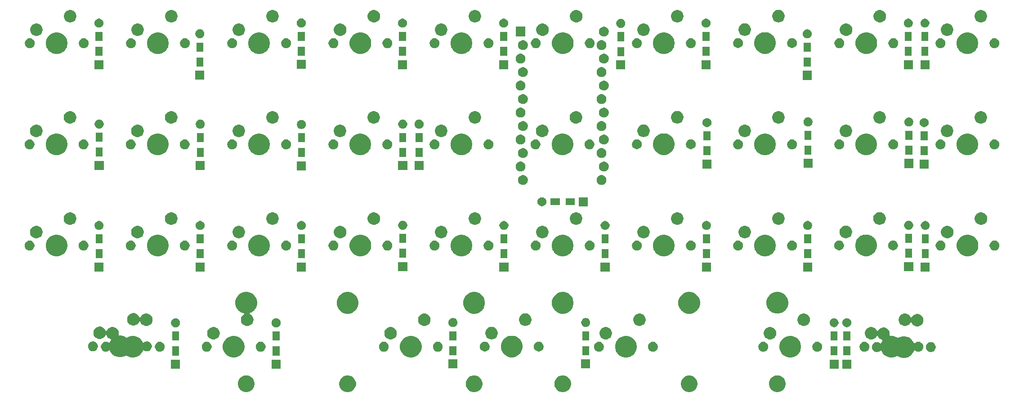
<source format=gbr>
G04 #@! TF.GenerationSoftware,KiCad,Pcbnew,(5.1.4-0-10_14)*
G04 #@! TF.CreationDate,2020-08-17T22:16:44-05:00*
G04 #@! TF.ProjectId,33,33332e6b-6963-4616-945f-706362585858,rev?*
G04 #@! TF.SameCoordinates,Original*
G04 #@! TF.FileFunction,Soldermask,Bot*
G04 #@! TF.FilePolarity,Negative*
%FSLAX46Y46*%
G04 Gerber Fmt 4.6, Leading zero omitted, Abs format (unit mm)*
G04 Created by KiCad (PCBNEW (5.1.4-0-10_14)) date 2020-08-17 22:16:44*
%MOMM*%
%LPD*%
G04 APERTURE LIST*
%ADD10C,0.100000*%
G04 APERTURE END LIST*
D10*
G36*
X186313517Y-119240263D02*
G01*
X186465661Y-119270526D01*
X186584387Y-119319704D01*
X186752291Y-119389252D01*
X186752292Y-119389253D01*
X187010254Y-119561617D01*
X187229633Y-119780996D01*
X187344803Y-119953361D01*
X187401998Y-120038959D01*
X187471546Y-120206863D01*
X187510369Y-120300589D01*
X187520724Y-120325590D01*
X187581250Y-120629875D01*
X187581250Y-120940125D01*
X187520724Y-121244410D01*
X187401998Y-121531041D01*
X187401997Y-121531042D01*
X187229633Y-121789004D01*
X187010254Y-122008383D01*
X186837889Y-122123553D01*
X186752291Y-122180748D01*
X186584387Y-122250296D01*
X186465661Y-122299474D01*
X186161375Y-122360000D01*
X185851125Y-122360000D01*
X185546839Y-122299474D01*
X185428113Y-122250296D01*
X185260209Y-122180748D01*
X185174611Y-122123553D01*
X185002246Y-122008383D01*
X184782867Y-121789004D01*
X184610503Y-121531042D01*
X184610502Y-121531041D01*
X184491776Y-121244410D01*
X184431250Y-120940125D01*
X184431250Y-120629875D01*
X184491776Y-120325590D01*
X184502132Y-120300589D01*
X184540954Y-120206863D01*
X184610502Y-120038959D01*
X184667697Y-119953361D01*
X184782867Y-119780996D01*
X185002246Y-119561617D01*
X185260208Y-119389253D01*
X185260209Y-119389252D01*
X185428113Y-119319704D01*
X185546839Y-119270526D01*
X185698983Y-119240263D01*
X185851125Y-119210000D01*
X186161375Y-119210000D01*
X186313517Y-119240263D01*
X186313517Y-119240263D01*
G37*
G36*
X162501017Y-119240263D02*
G01*
X162653161Y-119270526D01*
X162771887Y-119319704D01*
X162939791Y-119389252D01*
X162939792Y-119389253D01*
X163197754Y-119561617D01*
X163417133Y-119780996D01*
X163532303Y-119953361D01*
X163589498Y-120038959D01*
X163659046Y-120206863D01*
X163697869Y-120300589D01*
X163708224Y-120325590D01*
X163768750Y-120629875D01*
X163768750Y-120940125D01*
X163708224Y-121244410D01*
X163589498Y-121531041D01*
X163589497Y-121531042D01*
X163417133Y-121789004D01*
X163197754Y-122008383D01*
X163025389Y-122123553D01*
X162939791Y-122180748D01*
X162771887Y-122250296D01*
X162653161Y-122299474D01*
X162348875Y-122360000D01*
X162038625Y-122360000D01*
X161734339Y-122299474D01*
X161615613Y-122250296D01*
X161447709Y-122180748D01*
X161362111Y-122123553D01*
X161189746Y-122008383D01*
X160970367Y-121789004D01*
X160798003Y-121531042D01*
X160798002Y-121531041D01*
X160679276Y-121244410D01*
X160618750Y-120940125D01*
X160618750Y-120629875D01*
X160679276Y-120325590D01*
X160689632Y-120300589D01*
X160728454Y-120206863D01*
X160798002Y-120038959D01*
X160855197Y-119953361D01*
X160970367Y-119780996D01*
X161189746Y-119561617D01*
X161447708Y-119389253D01*
X161447709Y-119389252D01*
X161615613Y-119319704D01*
X161734339Y-119270526D01*
X161886483Y-119240263D01*
X162038625Y-119210000D01*
X162348875Y-119210000D01*
X162501017Y-119240263D01*
X162501017Y-119240263D01*
G37*
G36*
X145813517Y-119240263D02*
G01*
X145965661Y-119270526D01*
X146084387Y-119319704D01*
X146252291Y-119389252D01*
X146252292Y-119389253D01*
X146510254Y-119561617D01*
X146729633Y-119780996D01*
X146844803Y-119953361D01*
X146901998Y-120038959D01*
X146971546Y-120206863D01*
X147010369Y-120300589D01*
X147020724Y-120325590D01*
X147081250Y-120629875D01*
X147081250Y-120940125D01*
X147020724Y-121244410D01*
X146901998Y-121531041D01*
X146901997Y-121531042D01*
X146729633Y-121789004D01*
X146510254Y-122008383D01*
X146337889Y-122123553D01*
X146252291Y-122180748D01*
X146084387Y-122250296D01*
X145965661Y-122299474D01*
X145661375Y-122360000D01*
X145351125Y-122360000D01*
X145046839Y-122299474D01*
X144928113Y-122250296D01*
X144760209Y-122180748D01*
X144674611Y-122123553D01*
X144502246Y-122008383D01*
X144282867Y-121789004D01*
X144110503Y-121531042D01*
X144110502Y-121531041D01*
X143991776Y-121244410D01*
X143931250Y-120940125D01*
X143931250Y-120629875D01*
X143991776Y-120325590D01*
X144002132Y-120300589D01*
X144040954Y-120206863D01*
X144110502Y-120038959D01*
X144167697Y-119953361D01*
X144282867Y-119780996D01*
X144502246Y-119561617D01*
X144760208Y-119389253D01*
X144760209Y-119389252D01*
X144928113Y-119319704D01*
X145046839Y-119270526D01*
X145198983Y-119240263D01*
X145351125Y-119210000D01*
X145661375Y-119210000D01*
X145813517Y-119240263D01*
X145813517Y-119240263D01*
G37*
G36*
X122001017Y-119240263D02*
G01*
X122153161Y-119270526D01*
X122271887Y-119319704D01*
X122439791Y-119389252D01*
X122439792Y-119389253D01*
X122697754Y-119561617D01*
X122917133Y-119780996D01*
X123032303Y-119953361D01*
X123089498Y-120038959D01*
X123159046Y-120206863D01*
X123197869Y-120300589D01*
X123208224Y-120325590D01*
X123268750Y-120629875D01*
X123268750Y-120940125D01*
X123208224Y-121244410D01*
X123089498Y-121531041D01*
X123089497Y-121531042D01*
X122917133Y-121789004D01*
X122697754Y-122008383D01*
X122525389Y-122123553D01*
X122439791Y-122180748D01*
X122271887Y-122250296D01*
X122153161Y-122299474D01*
X121848875Y-122360000D01*
X121538625Y-122360000D01*
X121234339Y-122299474D01*
X121115613Y-122250296D01*
X120947709Y-122180748D01*
X120862111Y-122123553D01*
X120689746Y-122008383D01*
X120470367Y-121789004D01*
X120298003Y-121531042D01*
X120298002Y-121531041D01*
X120179276Y-121244410D01*
X120118750Y-120940125D01*
X120118750Y-120629875D01*
X120179276Y-120325590D01*
X120189632Y-120300589D01*
X120228454Y-120206863D01*
X120298002Y-120038959D01*
X120355197Y-119953361D01*
X120470367Y-119780996D01*
X120689746Y-119561617D01*
X120947708Y-119389253D01*
X120947709Y-119389252D01*
X121115613Y-119319704D01*
X121234339Y-119270526D01*
X121386483Y-119240263D01*
X121538625Y-119210000D01*
X121848875Y-119210000D01*
X122001017Y-119240263D01*
X122001017Y-119240263D01*
G37*
G36*
X203059311Y-119245526D02*
G01*
X203119666Y-119270526D01*
X203345941Y-119364252D01*
X203431539Y-119421447D01*
X203603904Y-119536617D01*
X203823283Y-119755996D01*
X203938453Y-119928361D01*
X203995648Y-120013959D01*
X204006003Y-120038959D01*
X204114374Y-120300589D01*
X204174900Y-120604876D01*
X204174900Y-120915124D01*
X204114374Y-121219411D01*
X204065196Y-121338137D01*
X203995648Y-121506041D01*
X203978943Y-121531042D01*
X203823283Y-121764004D01*
X203603904Y-121983383D01*
X203431539Y-122098553D01*
X203345941Y-122155748D01*
X203285585Y-122180748D01*
X203059311Y-122274474D01*
X202755025Y-122335000D01*
X202444775Y-122335000D01*
X202140489Y-122274474D01*
X201914215Y-122180748D01*
X201853859Y-122155748D01*
X201768261Y-122098553D01*
X201595896Y-121983383D01*
X201376517Y-121764004D01*
X201220857Y-121531042D01*
X201204152Y-121506041D01*
X201134604Y-121338137D01*
X201085426Y-121219411D01*
X201024900Y-120915124D01*
X201024900Y-120604876D01*
X201085426Y-120300589D01*
X201193797Y-120038959D01*
X201204152Y-120013959D01*
X201261347Y-119928361D01*
X201376517Y-119755996D01*
X201595896Y-119536617D01*
X201768261Y-119421447D01*
X201853859Y-119364252D01*
X202080134Y-119270526D01*
X202140489Y-119245526D01*
X202444775Y-119185000D01*
X202755025Y-119185000D01*
X203059311Y-119245526D01*
X203059311Y-119245526D01*
G37*
G36*
X103059511Y-119245526D02*
G01*
X103119866Y-119270526D01*
X103346141Y-119364252D01*
X103431739Y-119421447D01*
X103604104Y-119536617D01*
X103823483Y-119755996D01*
X103938653Y-119928361D01*
X103995848Y-120013959D01*
X104006203Y-120038959D01*
X104114574Y-120300589D01*
X104175100Y-120604876D01*
X104175100Y-120915124D01*
X104114574Y-121219411D01*
X104065396Y-121338137D01*
X103995848Y-121506041D01*
X103979143Y-121531042D01*
X103823483Y-121764004D01*
X103604104Y-121983383D01*
X103431739Y-122098553D01*
X103346141Y-122155748D01*
X103285785Y-122180748D01*
X103059511Y-122274474D01*
X102755225Y-122335000D01*
X102444975Y-122335000D01*
X102140689Y-122274474D01*
X101914415Y-122180748D01*
X101854059Y-122155748D01*
X101768461Y-122098553D01*
X101596096Y-121983383D01*
X101376717Y-121764004D01*
X101221057Y-121531042D01*
X101204352Y-121506041D01*
X101134804Y-121338137D01*
X101085626Y-121219411D01*
X101025100Y-120915124D01*
X101025100Y-120604876D01*
X101085626Y-120300589D01*
X101193997Y-120038959D01*
X101204352Y-120013959D01*
X101261547Y-119928361D01*
X101376717Y-119755996D01*
X101596096Y-119536617D01*
X101768461Y-119421447D01*
X101854059Y-119364252D01*
X102080334Y-119270526D01*
X102140689Y-119245526D01*
X102444975Y-119185000D01*
X102755225Y-119185000D01*
X103059511Y-119245526D01*
X103059511Y-119245526D01*
G37*
G36*
X109076000Y-117951000D02*
G01*
X107374000Y-117951000D01*
X107374000Y-116249000D01*
X109076000Y-116249000D01*
X109076000Y-117951000D01*
X109076000Y-117951000D01*
G37*
G36*
X90151000Y-117951000D02*
G01*
X88449000Y-117951000D01*
X88449000Y-116249000D01*
X90151000Y-116249000D01*
X90151000Y-117951000D01*
X90151000Y-117951000D01*
G37*
G36*
X214126000Y-117926000D02*
G01*
X212424000Y-117926000D01*
X212424000Y-116224000D01*
X214126000Y-116224000D01*
X214126000Y-117926000D01*
X214126000Y-117926000D01*
G37*
G36*
X216526000Y-117926000D02*
G01*
X214824000Y-117926000D01*
X214824000Y-116224000D01*
X216526000Y-116224000D01*
X216526000Y-117926000D01*
X216526000Y-117926000D01*
G37*
G36*
X167376000Y-117901000D02*
G01*
X165674000Y-117901000D01*
X165674000Y-116199000D01*
X167376000Y-116199000D01*
X167376000Y-117901000D01*
X167376000Y-117901000D01*
G37*
G36*
X142376000Y-117901000D02*
G01*
X140674000Y-117901000D01*
X140674000Y-116199000D01*
X142376000Y-116199000D01*
X142376000Y-117901000D01*
X142376000Y-117901000D01*
G37*
G36*
X220456560Y-110099064D02*
G01*
X220608027Y-110129193D01*
X220822045Y-110217842D01*
X220822046Y-110217843D01*
X221014654Y-110346539D01*
X221178461Y-110510346D01*
X221228573Y-110585344D01*
X221307158Y-110702955D01*
X221328952Y-110755571D01*
X221340499Y-110777173D01*
X221356044Y-110796115D01*
X221374986Y-110811661D01*
X221396597Y-110823212D01*
X221420046Y-110830325D01*
X221444432Y-110832727D01*
X221468818Y-110830325D01*
X221492267Y-110823212D01*
X221513877Y-110811661D01*
X221532819Y-110796116D01*
X221548365Y-110777173D01*
X221676539Y-110585346D01*
X221840346Y-110421539D01*
X222032954Y-110292843D01*
X222032955Y-110292842D01*
X222246973Y-110204193D01*
X222398440Y-110174064D01*
X222474173Y-110159000D01*
X222705827Y-110159000D01*
X222781560Y-110174064D01*
X222933027Y-110204193D01*
X223147045Y-110292842D01*
X223147046Y-110292843D01*
X223339654Y-110421539D01*
X223503461Y-110585346D01*
X223531931Y-110627955D01*
X223632158Y-110777955D01*
X223720807Y-110991973D01*
X223720807Y-110991975D01*
X223766000Y-111219173D01*
X223766000Y-111450827D01*
X223735047Y-111606439D01*
X223732645Y-111630825D01*
X223735047Y-111655211D01*
X223742160Y-111678660D01*
X223753711Y-111700271D01*
X223769256Y-111719213D01*
X223788198Y-111734758D01*
X223809809Y-111746309D01*
X223833258Y-111753422D01*
X223857644Y-111755824D01*
X223864994Y-111755100D01*
X224276406Y-111755100D01*
X224671474Y-111833684D01*
X224852542Y-111908685D01*
X225043623Y-111987833D01*
X225224181Y-112108478D01*
X225245788Y-112120027D01*
X225269237Y-112127140D01*
X225293623Y-112129542D01*
X225318009Y-112127140D01*
X225341458Y-112120027D01*
X225363062Y-112108480D01*
X225431377Y-112062833D01*
X225620114Y-111984656D01*
X225803526Y-111908684D01*
X226198594Y-111830100D01*
X226601406Y-111830100D01*
X226996474Y-111908684D01*
X227179886Y-111984656D01*
X227368623Y-112062833D01*
X227703548Y-112286623D01*
X227988377Y-112571452D01*
X228212167Y-112906377D01*
X228294900Y-113106114D01*
X228306451Y-113127725D01*
X228321996Y-113146666D01*
X228340938Y-113162212D01*
X228362549Y-113173763D01*
X228385998Y-113180876D01*
X228410384Y-113183278D01*
X228434770Y-113180876D01*
X228458219Y-113173763D01*
X228479830Y-113162212D01*
X228498761Y-113146676D01*
X228564709Y-113080728D01*
X228716374Y-112979389D01*
X228884896Y-112909585D01*
X229063797Y-112874000D01*
X229246203Y-112874000D01*
X229425104Y-112909585D01*
X229593626Y-112979389D01*
X229745291Y-113080728D01*
X229874272Y-113209709D01*
X229975611Y-113361374D01*
X230045415Y-113529896D01*
X230081000Y-113708797D01*
X230081000Y-113891203D01*
X230045415Y-114070104D01*
X229975611Y-114238626D01*
X229874272Y-114390291D01*
X229745291Y-114519272D01*
X229593626Y-114620611D01*
X229425104Y-114690415D01*
X229246203Y-114726000D01*
X229063797Y-114726000D01*
X228884896Y-114690415D01*
X228716374Y-114620611D01*
X228564709Y-114519272D01*
X228542695Y-114497258D01*
X228523764Y-114481722D01*
X228502153Y-114470171D01*
X228478704Y-114463058D01*
X228454318Y-114460656D01*
X228429932Y-114463058D01*
X228406483Y-114470171D01*
X228384872Y-114481722D01*
X228365930Y-114497267D01*
X228350385Y-114516209D01*
X228338835Y-114537819D01*
X228212167Y-114843623D01*
X227988377Y-115178548D01*
X227703548Y-115463377D01*
X227368623Y-115687167D01*
X227237895Y-115741316D01*
X226996474Y-115841316D01*
X226601406Y-115919900D01*
X226198594Y-115919900D01*
X225803526Y-115841316D01*
X225562105Y-115741316D01*
X225431377Y-115687167D01*
X225250819Y-115566522D01*
X225229212Y-115554973D01*
X225205763Y-115547860D01*
X225181377Y-115545458D01*
X225156991Y-115547860D01*
X225133542Y-115554973D01*
X225111938Y-115566520D01*
X225043623Y-115612167D01*
X224889474Y-115676017D01*
X224671474Y-115766316D01*
X224276406Y-115844900D01*
X223873594Y-115844900D01*
X223478526Y-115766316D01*
X223260526Y-115676017D01*
X223106377Y-115612167D01*
X222771452Y-115388377D01*
X222486623Y-115103548D01*
X222262833Y-114768623D01*
X222180098Y-114568883D01*
X222168549Y-114547275D01*
X222153004Y-114528334D01*
X222134062Y-114512788D01*
X222112451Y-114501237D01*
X222089002Y-114494124D01*
X222064616Y-114491722D01*
X222040230Y-114494124D01*
X222016781Y-114501237D01*
X221995170Y-114512788D01*
X221976239Y-114528324D01*
X221910291Y-114594272D01*
X221758626Y-114695611D01*
X221590104Y-114765415D01*
X221411203Y-114801000D01*
X221228797Y-114801000D01*
X221049896Y-114765415D01*
X220881374Y-114695611D01*
X220729709Y-114594272D01*
X220600728Y-114465291D01*
X220499389Y-114313626D01*
X220429585Y-114145104D01*
X220394000Y-113966203D01*
X220394000Y-113783797D01*
X220429585Y-113604896D01*
X220499389Y-113436374D01*
X220600728Y-113284709D01*
X220729709Y-113155728D01*
X220881374Y-113054389D01*
X221049896Y-112984585D01*
X221228797Y-112949000D01*
X221411203Y-112949000D01*
X221590104Y-112984585D01*
X221758626Y-113054389D01*
X221910291Y-113155728D01*
X221932305Y-113177742D01*
X221951236Y-113193278D01*
X221972847Y-113204829D01*
X221996296Y-113211942D01*
X222020682Y-113214344D01*
X222045068Y-113211942D01*
X222068517Y-113204829D01*
X222090128Y-113193278D01*
X222109070Y-113177733D01*
X222124615Y-113158791D01*
X222136166Y-113137180D01*
X222137189Y-113134710D01*
X222262833Y-112831377D01*
X222372654Y-112667018D01*
X222384201Y-112645415D01*
X222391314Y-112621966D01*
X222393716Y-112597580D01*
X222391314Y-112573194D01*
X222384201Y-112549745D01*
X222372650Y-112528135D01*
X222357105Y-112509193D01*
X222338163Y-112493647D01*
X222316552Y-112482096D01*
X222293104Y-112474983D01*
X222246973Y-112465807D01*
X222032955Y-112377158D01*
X221897460Y-112286623D01*
X221840346Y-112248461D01*
X221676539Y-112084654D01*
X221547843Y-111892046D01*
X221547842Y-111892045D01*
X221526048Y-111839429D01*
X221514501Y-111817827D01*
X221498956Y-111798885D01*
X221480014Y-111783339D01*
X221458403Y-111771788D01*
X221434954Y-111764675D01*
X221410568Y-111762273D01*
X221386182Y-111764675D01*
X221362733Y-111771788D01*
X221341123Y-111783339D01*
X221322181Y-111798884D01*
X221306638Y-111817824D01*
X221296040Y-111833684D01*
X221178461Y-112009654D01*
X221014654Y-112173461D01*
X220957540Y-112211623D01*
X220822045Y-112302158D01*
X220608027Y-112390807D01*
X220503674Y-112411564D01*
X220380827Y-112436000D01*
X220149173Y-112436000D01*
X220026326Y-112411564D01*
X219921973Y-112390807D01*
X219707955Y-112302158D01*
X219572460Y-112211623D01*
X219515346Y-112173461D01*
X219351539Y-112009654D01*
X219222843Y-111817046D01*
X219222842Y-111817045D01*
X219134193Y-111603027D01*
X219089000Y-111375826D01*
X219089000Y-111144174D01*
X219134193Y-110916973D01*
X219222842Y-110702955D01*
X219301427Y-110585344D01*
X219351539Y-110510346D01*
X219515346Y-110346539D01*
X219707954Y-110217843D01*
X219707955Y-110217842D01*
X219921973Y-110129193D01*
X220073440Y-110099064D01*
X220149173Y-110084000D01*
X220380827Y-110084000D01*
X220456560Y-110099064D01*
X220456560Y-110099064D01*
G37*
G36*
X100846474Y-111833684D02*
G01*
X101027542Y-111908685D01*
X101218623Y-111987833D01*
X101553548Y-112211623D01*
X101838377Y-112496452D01*
X102062167Y-112831377D01*
X102094562Y-112909586D01*
X102216316Y-113203526D01*
X102294900Y-113598594D01*
X102294900Y-114001406D01*
X102216316Y-114396474D01*
X102154541Y-114545611D01*
X102062167Y-114768623D01*
X101838377Y-115103548D01*
X101553548Y-115388377D01*
X101218623Y-115612167D01*
X101064474Y-115676017D01*
X100846474Y-115766316D01*
X100451406Y-115844900D01*
X100048594Y-115844900D01*
X99653526Y-115766316D01*
X99435526Y-115676017D01*
X99281377Y-115612167D01*
X98946452Y-115388377D01*
X98661623Y-115103548D01*
X98437833Y-114768623D01*
X98345459Y-114545611D01*
X98283684Y-114396474D01*
X98205100Y-114001406D01*
X98205100Y-113598594D01*
X98283684Y-113203526D01*
X98405438Y-112909586D01*
X98437833Y-112831377D01*
X98661623Y-112496452D01*
X98946452Y-112211623D01*
X99281377Y-111987833D01*
X99472458Y-111908685D01*
X99653526Y-111833684D01*
X100048594Y-111755100D01*
X100451406Y-111755100D01*
X100846474Y-111833684D01*
X100846474Y-111833684D01*
G37*
G36*
X174696474Y-111833684D02*
G01*
X174877542Y-111908685D01*
X175068623Y-111987833D01*
X175403548Y-112211623D01*
X175688377Y-112496452D01*
X175912167Y-112831377D01*
X175944562Y-112909586D01*
X176066316Y-113203526D01*
X176144900Y-113598594D01*
X176144900Y-114001406D01*
X176066316Y-114396474D01*
X176004541Y-114545611D01*
X175912167Y-114768623D01*
X175688377Y-115103548D01*
X175403548Y-115388377D01*
X175068623Y-115612167D01*
X174914474Y-115676017D01*
X174696474Y-115766316D01*
X174301406Y-115844900D01*
X173898594Y-115844900D01*
X173503526Y-115766316D01*
X173285526Y-115676017D01*
X173131377Y-115612167D01*
X172796452Y-115388377D01*
X172511623Y-115103548D01*
X172287833Y-114768623D01*
X172195459Y-114545611D01*
X172133684Y-114396474D01*
X172055100Y-114001406D01*
X172055100Y-113598594D01*
X172133684Y-113203526D01*
X172255438Y-112909586D01*
X172287833Y-112831377D01*
X172511623Y-112496452D01*
X172796452Y-112211623D01*
X173131377Y-111987833D01*
X173322458Y-111908685D01*
X173503526Y-111833684D01*
X173898594Y-111755100D01*
X174301406Y-111755100D01*
X174696474Y-111833684D01*
X174696474Y-111833684D01*
G37*
G36*
X75206560Y-110024064D02*
G01*
X75358027Y-110054193D01*
X75572045Y-110142842D01*
X75572046Y-110142843D01*
X75764654Y-110271539D01*
X75928461Y-110435346D01*
X75978573Y-110510344D01*
X76057158Y-110627955D01*
X76127552Y-110797902D01*
X76139100Y-110819507D01*
X76154645Y-110838449D01*
X76173587Y-110853994D01*
X76195198Y-110865545D01*
X76218647Y-110872658D01*
X76243033Y-110875060D01*
X76267419Y-110872658D01*
X76290868Y-110865545D01*
X76312479Y-110853994D01*
X76331421Y-110838449D01*
X76346966Y-110819507D01*
X76358514Y-110797902D01*
X76397842Y-110702955D01*
X76476427Y-110585344D01*
X76526539Y-110510346D01*
X76690346Y-110346539D01*
X76882954Y-110217843D01*
X76882955Y-110217842D01*
X77096973Y-110129193D01*
X77248440Y-110099064D01*
X77324173Y-110084000D01*
X77555827Y-110084000D01*
X77631560Y-110099064D01*
X77783027Y-110129193D01*
X77997045Y-110217842D01*
X77997046Y-110217843D01*
X78189654Y-110346539D01*
X78353461Y-110510346D01*
X78403573Y-110585344D01*
X78482158Y-110702955D01*
X78570807Y-110916973D01*
X78585725Y-110991973D01*
X78616000Y-111144173D01*
X78616000Y-111375827D01*
X78585191Y-111530715D01*
X78582789Y-111555101D01*
X78585191Y-111579487D01*
X78592304Y-111602936D01*
X78603855Y-111624547D01*
X78619400Y-111643489D01*
X78638342Y-111659034D01*
X78659953Y-111670585D01*
X78683402Y-111677698D01*
X78707788Y-111680100D01*
X79026406Y-111680100D01*
X79421474Y-111758684D01*
X79602542Y-111833685D01*
X79793623Y-111912833D01*
X80024181Y-112066887D01*
X80045788Y-112078436D01*
X80069237Y-112085549D01*
X80093623Y-112087951D01*
X80118009Y-112085549D01*
X80141458Y-112078436D01*
X80163061Y-112066889D01*
X80281377Y-111987833D01*
X80472458Y-111908685D01*
X80653526Y-111833684D01*
X81048594Y-111755100D01*
X81451406Y-111755100D01*
X81846474Y-111833684D01*
X82027542Y-111908685D01*
X82218623Y-111987833D01*
X82553548Y-112211623D01*
X82838377Y-112496452D01*
X83062167Y-112831377D01*
X83094562Y-112909586D01*
X83115611Y-112960403D01*
X83127162Y-112982014D01*
X83142707Y-113000956D01*
X83161649Y-113016501D01*
X83183260Y-113028052D01*
X83206709Y-113035165D01*
X83231095Y-113037567D01*
X83255481Y-113035165D01*
X83278930Y-113028052D01*
X83300541Y-113016501D01*
X83309097Y-113009479D01*
X83314705Y-113005732D01*
X83314709Y-113005728D01*
X83466374Y-112904389D01*
X83634896Y-112834585D01*
X83813797Y-112799000D01*
X83996203Y-112799000D01*
X84175104Y-112834585D01*
X84343626Y-112904389D01*
X84495291Y-113005728D01*
X84624272Y-113134709D01*
X84725611Y-113286374D01*
X84795415Y-113454896D01*
X84831000Y-113633797D01*
X84831000Y-113816203D01*
X84795415Y-113995104D01*
X84725611Y-114163626D01*
X84624272Y-114315291D01*
X84495291Y-114444272D01*
X84343626Y-114545611D01*
X84175104Y-114615415D01*
X83996203Y-114651000D01*
X83813797Y-114651000D01*
X83634896Y-114615415D01*
X83466374Y-114545611D01*
X83348773Y-114467033D01*
X83327170Y-114455486D01*
X83303721Y-114448373D01*
X83279335Y-114445971D01*
X83254949Y-114448373D01*
X83231500Y-114455486D01*
X83209889Y-114467037D01*
X83190947Y-114482582D01*
X83175402Y-114501524D01*
X83163851Y-114523135D01*
X83157768Y-114537820D01*
X83062167Y-114768623D01*
X82838377Y-115103548D01*
X82553548Y-115388377D01*
X82218623Y-115612167D01*
X82064474Y-115676017D01*
X81846474Y-115766316D01*
X81451406Y-115844900D01*
X81048594Y-115844900D01*
X80653526Y-115766316D01*
X80435526Y-115676017D01*
X80281377Y-115612167D01*
X80050819Y-115458113D01*
X80029212Y-115446564D01*
X80005763Y-115439451D01*
X79981377Y-115437049D01*
X79956991Y-115439451D01*
X79933542Y-115446564D01*
X79911939Y-115458111D01*
X79793623Y-115537167D01*
X79672912Y-115587167D01*
X79421474Y-115691316D01*
X79026406Y-115769900D01*
X78623594Y-115769900D01*
X78228526Y-115691316D01*
X77977088Y-115587167D01*
X77856377Y-115537167D01*
X77521452Y-115313377D01*
X77236623Y-115028548D01*
X77012833Y-114693623D01*
X76959389Y-114564597D01*
X76947838Y-114542986D01*
X76932293Y-114524044D01*
X76913351Y-114508499D01*
X76891740Y-114496948D01*
X76868291Y-114489835D01*
X76843905Y-114487433D01*
X76819519Y-114489835D01*
X76796070Y-114496948D01*
X76774459Y-114508499D01*
X76765903Y-114515521D01*
X76760295Y-114519268D01*
X76760291Y-114519272D01*
X76608626Y-114620611D01*
X76440104Y-114690415D01*
X76261203Y-114726000D01*
X76078797Y-114726000D01*
X75899896Y-114690415D01*
X75731374Y-114620611D01*
X75579709Y-114519272D01*
X75450728Y-114390291D01*
X75349389Y-114238626D01*
X75279585Y-114070104D01*
X75244000Y-113891203D01*
X75244000Y-113708797D01*
X75279585Y-113529896D01*
X75349389Y-113361374D01*
X75450728Y-113209709D01*
X75579709Y-113080728D01*
X75731374Y-112979389D01*
X75899896Y-112909585D01*
X76078797Y-112874000D01*
X76261203Y-112874000D01*
X76440104Y-112909585D01*
X76608626Y-112979389D01*
X76726227Y-113057967D01*
X76747830Y-113069514D01*
X76771279Y-113076627D01*
X76795665Y-113079029D01*
X76820051Y-113076627D01*
X76843500Y-113069514D01*
X76865111Y-113057963D01*
X76884053Y-113042418D01*
X76899598Y-113023476D01*
X76911149Y-113001865D01*
X76949372Y-112909586D01*
X77012833Y-112756377D01*
X77137771Y-112569394D01*
X77149320Y-112547787D01*
X77156433Y-112524338D01*
X77158835Y-112499952D01*
X77156433Y-112475566D01*
X77149320Y-112452117D01*
X77137769Y-112430506D01*
X77122224Y-112411564D01*
X77103282Y-112396019D01*
X77081677Y-112384471D01*
X76882955Y-112302158D01*
X76747460Y-112211623D01*
X76690346Y-112173461D01*
X76526539Y-112009654D01*
X76397843Y-111817046D01*
X76397842Y-111817045D01*
X76327448Y-111647098D01*
X76315900Y-111625493D01*
X76300355Y-111606551D01*
X76281413Y-111591006D01*
X76259802Y-111579455D01*
X76236353Y-111572342D01*
X76211967Y-111569940D01*
X76187581Y-111572342D01*
X76164132Y-111579455D01*
X76142521Y-111591006D01*
X76123579Y-111606551D01*
X76108034Y-111625493D01*
X76096486Y-111647098D01*
X76057158Y-111742045D01*
X76057157Y-111742046D01*
X75928461Y-111934654D01*
X75764654Y-112098461D01*
X75707540Y-112136623D01*
X75572045Y-112227158D01*
X75358027Y-112315807D01*
X75206560Y-112345936D01*
X75130827Y-112361000D01*
X74899173Y-112361000D01*
X74823440Y-112345936D01*
X74671973Y-112315807D01*
X74457955Y-112227158D01*
X74322460Y-112136623D01*
X74265346Y-112098461D01*
X74101539Y-111934654D01*
X73972843Y-111742046D01*
X73972842Y-111742045D01*
X73884193Y-111528027D01*
X73839000Y-111300826D01*
X73839000Y-111069174D01*
X73884193Y-110841973D01*
X73972842Y-110627955D01*
X74051427Y-110510344D01*
X74101539Y-110435346D01*
X74265346Y-110271539D01*
X74457954Y-110142843D01*
X74457955Y-110142842D01*
X74671973Y-110054193D01*
X74823440Y-110024064D01*
X74899173Y-110009000D01*
X75130827Y-110009000D01*
X75206560Y-110024064D01*
X75206560Y-110024064D01*
G37*
G36*
X205621474Y-111833684D02*
G01*
X205802542Y-111908685D01*
X205993623Y-111987833D01*
X206328548Y-112211623D01*
X206613377Y-112496452D01*
X206837167Y-112831377D01*
X206869562Y-112909586D01*
X206991316Y-113203526D01*
X207069900Y-113598594D01*
X207069900Y-114001406D01*
X206991316Y-114396474D01*
X206929541Y-114545611D01*
X206837167Y-114768623D01*
X206613377Y-115103548D01*
X206328548Y-115388377D01*
X205993623Y-115612167D01*
X205839474Y-115676017D01*
X205621474Y-115766316D01*
X205226406Y-115844900D01*
X204823594Y-115844900D01*
X204428526Y-115766316D01*
X204210526Y-115676017D01*
X204056377Y-115612167D01*
X203721452Y-115388377D01*
X203436623Y-115103548D01*
X203212833Y-114768623D01*
X203120459Y-114545611D01*
X203058684Y-114396474D01*
X202980100Y-114001406D01*
X202980100Y-113598594D01*
X203058684Y-113203526D01*
X203180438Y-112909586D01*
X203212833Y-112831377D01*
X203436623Y-112496452D01*
X203721452Y-112211623D01*
X204056377Y-111987833D01*
X204247458Y-111908685D01*
X204428526Y-111833684D01*
X204823594Y-111755100D01*
X205226406Y-111755100D01*
X205621474Y-111833684D01*
X205621474Y-111833684D01*
G37*
G36*
X134196474Y-111833684D02*
G01*
X134377542Y-111908685D01*
X134568623Y-111987833D01*
X134903548Y-112211623D01*
X135188377Y-112496452D01*
X135412167Y-112831377D01*
X135444562Y-112909586D01*
X135566316Y-113203526D01*
X135644900Y-113598594D01*
X135644900Y-114001406D01*
X135566316Y-114396474D01*
X135504541Y-114545611D01*
X135412167Y-114768623D01*
X135188377Y-115103548D01*
X134903548Y-115388377D01*
X134568623Y-115612167D01*
X134414474Y-115676017D01*
X134196474Y-115766316D01*
X133801406Y-115844900D01*
X133398594Y-115844900D01*
X133003526Y-115766316D01*
X132785526Y-115676017D01*
X132631377Y-115612167D01*
X132296452Y-115388377D01*
X132011623Y-115103548D01*
X131787833Y-114768623D01*
X131695459Y-114545611D01*
X131633684Y-114396474D01*
X131555100Y-114001406D01*
X131555100Y-113598594D01*
X131633684Y-113203526D01*
X131755438Y-112909586D01*
X131787833Y-112831377D01*
X132011623Y-112496452D01*
X132296452Y-112211623D01*
X132631377Y-111987833D01*
X132822458Y-111908685D01*
X133003526Y-111833684D01*
X133398594Y-111755100D01*
X133801406Y-111755100D01*
X134196474Y-111833684D01*
X134196474Y-111833684D01*
G37*
G36*
X153196474Y-111808684D02*
G01*
X153397725Y-111892045D01*
X153568623Y-111962833D01*
X153903548Y-112186623D01*
X154188377Y-112471452D01*
X154412167Y-112806377D01*
X154454917Y-112909585D01*
X154566316Y-113178526D01*
X154644900Y-113573594D01*
X154644900Y-113976406D01*
X154566316Y-114371474D01*
X154506365Y-114516209D01*
X154412167Y-114743623D01*
X154188377Y-115078548D01*
X153903548Y-115363377D01*
X153568623Y-115587167D01*
X153508267Y-115612167D01*
X153196474Y-115741316D01*
X152801406Y-115819900D01*
X152398594Y-115819900D01*
X152003526Y-115741316D01*
X151691733Y-115612167D01*
X151631377Y-115587167D01*
X151296452Y-115363377D01*
X151011623Y-115078548D01*
X150787833Y-114743623D01*
X150693635Y-114516209D01*
X150633684Y-114371474D01*
X150555100Y-113976406D01*
X150555100Y-113573594D01*
X150633684Y-113178526D01*
X150745083Y-112909585D01*
X150787833Y-112806377D01*
X151011623Y-112471452D01*
X151296452Y-112186623D01*
X151631377Y-111962833D01*
X151802275Y-111892045D01*
X152003526Y-111808684D01*
X152398594Y-111730100D01*
X152801406Y-111730100D01*
X153196474Y-111808684D01*
X153196474Y-111808684D01*
G37*
G36*
X108876000Y-115451000D02*
G01*
X107574000Y-115451000D01*
X107574000Y-113749000D01*
X108876000Y-113749000D01*
X108876000Y-115451000D01*
X108876000Y-115451000D01*
G37*
G36*
X89951000Y-115451000D02*
G01*
X88649000Y-115451000D01*
X88649000Y-113749000D01*
X89951000Y-113749000D01*
X89951000Y-115451000D01*
X89951000Y-115451000D01*
G37*
G36*
X216326000Y-115426000D02*
G01*
X215024000Y-115426000D01*
X215024000Y-113724000D01*
X216326000Y-113724000D01*
X216326000Y-115426000D01*
X216326000Y-115426000D01*
G37*
G36*
X213926000Y-115426000D02*
G01*
X212624000Y-115426000D01*
X212624000Y-113724000D01*
X213926000Y-113724000D01*
X213926000Y-115426000D01*
X213926000Y-115426000D01*
G37*
G36*
X142176000Y-115401000D02*
G01*
X140874000Y-115401000D01*
X140874000Y-113699000D01*
X142176000Y-113699000D01*
X142176000Y-115401000D01*
X142176000Y-115401000D01*
G37*
G36*
X167176000Y-115401000D02*
G01*
X165874000Y-115401000D01*
X165874000Y-113699000D01*
X167176000Y-113699000D01*
X167176000Y-115401000D01*
X167176000Y-115401000D01*
G37*
G36*
X231750104Y-112984585D02*
G01*
X231918626Y-113054389D01*
X232070291Y-113155728D01*
X232199272Y-113284709D01*
X232300611Y-113436374D01*
X232370415Y-113604896D01*
X232406000Y-113783797D01*
X232406000Y-113966203D01*
X232370415Y-114145104D01*
X232300611Y-114313626D01*
X232199272Y-114465291D01*
X232070291Y-114594272D01*
X231918626Y-114695611D01*
X231750104Y-114765415D01*
X231571203Y-114801000D01*
X231388797Y-114801000D01*
X231209896Y-114765415D01*
X231041374Y-114695611D01*
X230889709Y-114594272D01*
X230760728Y-114465291D01*
X230659389Y-114313626D01*
X230589585Y-114145104D01*
X230554000Y-113966203D01*
X230554000Y-113783797D01*
X230589585Y-113604896D01*
X230659389Y-113436374D01*
X230760728Y-113284709D01*
X230889709Y-113155728D01*
X231041374Y-113054389D01*
X231209896Y-112984585D01*
X231388797Y-112949000D01*
X231571203Y-112949000D01*
X231750104Y-112984585D01*
X231750104Y-112984585D01*
G37*
G36*
X86600104Y-112909585D02*
G01*
X86768626Y-112979389D01*
X86920291Y-113080728D01*
X87049272Y-113209709D01*
X87150611Y-113361374D01*
X87220415Y-113529896D01*
X87256000Y-113708797D01*
X87256000Y-113891203D01*
X87220415Y-114070104D01*
X87150611Y-114238626D01*
X87049272Y-114390291D01*
X86920291Y-114519272D01*
X86768626Y-114620611D01*
X86600104Y-114690415D01*
X86421203Y-114726000D01*
X86238797Y-114726000D01*
X86059896Y-114690415D01*
X85891374Y-114620611D01*
X85739709Y-114519272D01*
X85610728Y-114390291D01*
X85509389Y-114238626D01*
X85439585Y-114070104D01*
X85404000Y-113891203D01*
X85404000Y-113708797D01*
X85439585Y-113529896D01*
X85509389Y-113361374D01*
X85610728Y-113209709D01*
X85739709Y-113080728D01*
X85891374Y-112979389D01*
X86059896Y-112909585D01*
X86238797Y-112874000D01*
X86421203Y-112874000D01*
X86600104Y-112909585D01*
X86600104Y-112909585D01*
G37*
G36*
X95440104Y-112909585D02*
G01*
X95608626Y-112979389D01*
X95760291Y-113080728D01*
X95889272Y-113209709D01*
X95990611Y-113361374D01*
X96060415Y-113529896D01*
X96096000Y-113708797D01*
X96096000Y-113891203D01*
X96060415Y-114070104D01*
X95990611Y-114238626D01*
X95889272Y-114390291D01*
X95760291Y-114519272D01*
X95608626Y-114620611D01*
X95440104Y-114690415D01*
X95261203Y-114726000D01*
X95078797Y-114726000D01*
X94899896Y-114690415D01*
X94731374Y-114620611D01*
X94579709Y-114519272D01*
X94450728Y-114390291D01*
X94349389Y-114238626D01*
X94279585Y-114070104D01*
X94244000Y-113891203D01*
X94244000Y-113708797D01*
X94279585Y-113529896D01*
X94349389Y-113361374D01*
X94450728Y-113209709D01*
X94579709Y-113080728D01*
X94731374Y-112979389D01*
X94899896Y-112909585D01*
X95078797Y-112874000D01*
X95261203Y-112874000D01*
X95440104Y-112909585D01*
X95440104Y-112909585D01*
G37*
G36*
X219265104Y-112909585D02*
G01*
X219433626Y-112979389D01*
X219585291Y-113080728D01*
X219714272Y-113209709D01*
X219815611Y-113361374D01*
X219885415Y-113529896D01*
X219921000Y-113708797D01*
X219921000Y-113891203D01*
X219885415Y-114070104D01*
X219815611Y-114238626D01*
X219714272Y-114390291D01*
X219585291Y-114519272D01*
X219433626Y-114620611D01*
X219265104Y-114690415D01*
X219086203Y-114726000D01*
X218903797Y-114726000D01*
X218724896Y-114690415D01*
X218556374Y-114620611D01*
X218404709Y-114519272D01*
X218275728Y-114390291D01*
X218174389Y-114238626D01*
X218104585Y-114070104D01*
X218069000Y-113891203D01*
X218069000Y-113708797D01*
X218104585Y-113529896D01*
X218174389Y-113361374D01*
X218275728Y-113209709D01*
X218404709Y-113080728D01*
X218556374Y-112979389D01*
X218724896Y-112909585D01*
X218903797Y-112874000D01*
X219086203Y-112874000D01*
X219265104Y-112909585D01*
X219265104Y-112909585D01*
G37*
G36*
X128790104Y-112909585D02*
G01*
X128958626Y-112979389D01*
X129110291Y-113080728D01*
X129239272Y-113209709D01*
X129340611Y-113361374D01*
X129410415Y-113529896D01*
X129446000Y-113708797D01*
X129446000Y-113891203D01*
X129410415Y-114070104D01*
X129340611Y-114238626D01*
X129239272Y-114390291D01*
X129110291Y-114519272D01*
X128958626Y-114620611D01*
X128790104Y-114690415D01*
X128611203Y-114726000D01*
X128428797Y-114726000D01*
X128249896Y-114690415D01*
X128081374Y-114620611D01*
X127929709Y-114519272D01*
X127800728Y-114390291D01*
X127699389Y-114238626D01*
X127629585Y-114070104D01*
X127594000Y-113891203D01*
X127594000Y-113708797D01*
X127629585Y-113529896D01*
X127699389Y-113361374D01*
X127800728Y-113209709D01*
X127929709Y-113080728D01*
X128081374Y-112979389D01*
X128249896Y-112909585D01*
X128428797Y-112874000D01*
X128611203Y-112874000D01*
X128790104Y-112909585D01*
X128790104Y-112909585D01*
G37*
G36*
X210375104Y-112909585D02*
G01*
X210543626Y-112979389D01*
X210695291Y-113080728D01*
X210824272Y-113209709D01*
X210925611Y-113361374D01*
X210995415Y-113529896D01*
X211031000Y-113708797D01*
X211031000Y-113891203D01*
X210995415Y-114070104D01*
X210925611Y-114238626D01*
X210824272Y-114390291D01*
X210695291Y-114519272D01*
X210543626Y-114620611D01*
X210375104Y-114690415D01*
X210196203Y-114726000D01*
X210013797Y-114726000D01*
X209834896Y-114690415D01*
X209666374Y-114620611D01*
X209514709Y-114519272D01*
X209385728Y-114390291D01*
X209284389Y-114238626D01*
X209214585Y-114070104D01*
X209179000Y-113891203D01*
X209179000Y-113708797D01*
X209214585Y-113529896D01*
X209284389Y-113361374D01*
X209385728Y-113209709D01*
X209514709Y-113080728D01*
X209666374Y-112979389D01*
X209834896Y-112909585D01*
X210013797Y-112874000D01*
X210196203Y-112874000D01*
X210375104Y-112909585D01*
X210375104Y-112909585D01*
G37*
G36*
X105600104Y-112909585D02*
G01*
X105768626Y-112979389D01*
X105920291Y-113080728D01*
X106049272Y-113209709D01*
X106150611Y-113361374D01*
X106220415Y-113529896D01*
X106256000Y-113708797D01*
X106256000Y-113891203D01*
X106220415Y-114070104D01*
X106150611Y-114238626D01*
X106049272Y-114390291D01*
X105920291Y-114519272D01*
X105768626Y-114620611D01*
X105600104Y-114690415D01*
X105421203Y-114726000D01*
X105238797Y-114726000D01*
X105059896Y-114690415D01*
X104891374Y-114620611D01*
X104739709Y-114519272D01*
X104610728Y-114390291D01*
X104509389Y-114238626D01*
X104439585Y-114070104D01*
X104404000Y-113891203D01*
X104404000Y-113708797D01*
X104439585Y-113529896D01*
X104509389Y-113361374D01*
X104610728Y-113209709D01*
X104739709Y-113080728D01*
X104891374Y-112979389D01*
X105059896Y-112909585D01*
X105238797Y-112874000D01*
X105421203Y-112874000D01*
X105600104Y-112909585D01*
X105600104Y-112909585D01*
G37*
G36*
X138950104Y-112909585D02*
G01*
X139118626Y-112979389D01*
X139270291Y-113080728D01*
X139399272Y-113209709D01*
X139500611Y-113361374D01*
X139570415Y-113529896D01*
X139606000Y-113708797D01*
X139606000Y-113891203D01*
X139570415Y-114070104D01*
X139500611Y-114238626D01*
X139399272Y-114390291D01*
X139270291Y-114519272D01*
X139118626Y-114620611D01*
X138950104Y-114690415D01*
X138771203Y-114726000D01*
X138588797Y-114726000D01*
X138409896Y-114690415D01*
X138241374Y-114620611D01*
X138089709Y-114519272D01*
X137960728Y-114390291D01*
X137859389Y-114238626D01*
X137789585Y-114070104D01*
X137754000Y-113891203D01*
X137754000Y-113708797D01*
X137789585Y-113529896D01*
X137859389Y-113361374D01*
X137960728Y-113209709D01*
X138089709Y-113080728D01*
X138241374Y-112979389D01*
X138409896Y-112909585D01*
X138588797Y-112874000D01*
X138771203Y-112874000D01*
X138950104Y-112909585D01*
X138950104Y-112909585D01*
G37*
G36*
X200215104Y-112909585D02*
G01*
X200383626Y-112979389D01*
X200535291Y-113080728D01*
X200664272Y-113209709D01*
X200765611Y-113361374D01*
X200835415Y-113529896D01*
X200871000Y-113708797D01*
X200871000Y-113891203D01*
X200835415Y-114070104D01*
X200765611Y-114238626D01*
X200664272Y-114390291D01*
X200535291Y-114519272D01*
X200383626Y-114620611D01*
X200215104Y-114690415D01*
X200036203Y-114726000D01*
X199853797Y-114726000D01*
X199674896Y-114690415D01*
X199506374Y-114620611D01*
X199354709Y-114519272D01*
X199225728Y-114390291D01*
X199124389Y-114238626D01*
X199054585Y-114070104D01*
X199019000Y-113891203D01*
X199019000Y-113708797D01*
X199054585Y-113529896D01*
X199124389Y-113361374D01*
X199225728Y-113209709D01*
X199354709Y-113080728D01*
X199506374Y-112979389D01*
X199674896Y-112909585D01*
X199853797Y-112874000D01*
X200036203Y-112874000D01*
X200215104Y-112909585D01*
X200215104Y-112909585D01*
G37*
G36*
X179450104Y-112909585D02*
G01*
X179618626Y-112979389D01*
X179770291Y-113080728D01*
X179899272Y-113209709D01*
X180000611Y-113361374D01*
X180070415Y-113529896D01*
X180106000Y-113708797D01*
X180106000Y-113891203D01*
X180070415Y-114070104D01*
X180000611Y-114238626D01*
X179899272Y-114390291D01*
X179770291Y-114519272D01*
X179618626Y-114620611D01*
X179450104Y-114690415D01*
X179271203Y-114726000D01*
X179088797Y-114726000D01*
X178909896Y-114690415D01*
X178741374Y-114620611D01*
X178589709Y-114519272D01*
X178460728Y-114390291D01*
X178359389Y-114238626D01*
X178289585Y-114070104D01*
X178254000Y-113891203D01*
X178254000Y-113708797D01*
X178289585Y-113529896D01*
X178359389Y-113361374D01*
X178460728Y-113209709D01*
X178589709Y-113080728D01*
X178741374Y-112979389D01*
X178909896Y-112909585D01*
X179088797Y-112874000D01*
X179271203Y-112874000D01*
X179450104Y-112909585D01*
X179450104Y-112909585D01*
G37*
G36*
X169290104Y-112909585D02*
G01*
X169458626Y-112979389D01*
X169610291Y-113080728D01*
X169739272Y-113209709D01*
X169840611Y-113361374D01*
X169910415Y-113529896D01*
X169946000Y-113708797D01*
X169946000Y-113891203D01*
X169910415Y-114070104D01*
X169840611Y-114238626D01*
X169739272Y-114390291D01*
X169610291Y-114519272D01*
X169458626Y-114620611D01*
X169290104Y-114690415D01*
X169111203Y-114726000D01*
X168928797Y-114726000D01*
X168749896Y-114690415D01*
X168581374Y-114620611D01*
X168429709Y-114519272D01*
X168300728Y-114390291D01*
X168199389Y-114238626D01*
X168129585Y-114070104D01*
X168094000Y-113891203D01*
X168094000Y-113708797D01*
X168129585Y-113529896D01*
X168199389Y-113361374D01*
X168300728Y-113209709D01*
X168429709Y-113080728D01*
X168581374Y-112979389D01*
X168749896Y-112909585D01*
X168928797Y-112874000D01*
X169111203Y-112874000D01*
X169290104Y-112909585D01*
X169290104Y-112909585D01*
G37*
G36*
X147790104Y-112884585D02*
G01*
X147958626Y-112954389D01*
X148110291Y-113055728D01*
X148239272Y-113184709D01*
X148340611Y-113336374D01*
X148410415Y-113504896D01*
X148446000Y-113683797D01*
X148446000Y-113866203D01*
X148410415Y-114045104D01*
X148340611Y-114213626D01*
X148239272Y-114365291D01*
X148110291Y-114494272D01*
X147958626Y-114595611D01*
X147790104Y-114665415D01*
X147611203Y-114701000D01*
X147428797Y-114701000D01*
X147249896Y-114665415D01*
X147081374Y-114595611D01*
X146929709Y-114494272D01*
X146800728Y-114365291D01*
X146699389Y-114213626D01*
X146629585Y-114045104D01*
X146594000Y-113866203D01*
X146594000Y-113683797D01*
X146629585Y-113504896D01*
X146699389Y-113336374D01*
X146800728Y-113184709D01*
X146929709Y-113055728D01*
X147081374Y-112954389D01*
X147249896Y-112884585D01*
X147428797Y-112849000D01*
X147611203Y-112849000D01*
X147790104Y-112884585D01*
X147790104Y-112884585D01*
G37*
G36*
X157950104Y-112884585D02*
G01*
X158118626Y-112954389D01*
X158270291Y-113055728D01*
X158399272Y-113184709D01*
X158500611Y-113336374D01*
X158570415Y-113504896D01*
X158606000Y-113683797D01*
X158606000Y-113866203D01*
X158570415Y-114045104D01*
X158500611Y-114213626D01*
X158399272Y-114365291D01*
X158270291Y-114494272D01*
X158118626Y-114595611D01*
X157950104Y-114665415D01*
X157771203Y-114701000D01*
X157588797Y-114701000D01*
X157409896Y-114665415D01*
X157241374Y-114595611D01*
X157089709Y-114494272D01*
X156960728Y-114365291D01*
X156859389Y-114213626D01*
X156789585Y-114045104D01*
X156754000Y-113866203D01*
X156754000Y-113683797D01*
X156789585Y-113504896D01*
X156859389Y-113336374D01*
X156960728Y-113184709D01*
X157089709Y-113055728D01*
X157241374Y-112954389D01*
X157409896Y-112884585D01*
X157588797Y-112849000D01*
X157771203Y-112849000D01*
X157950104Y-112884585D01*
X157950104Y-112884585D01*
G37*
G36*
X74015104Y-112834585D02*
G01*
X74183626Y-112904389D01*
X74335291Y-113005728D01*
X74464272Y-113134709D01*
X74565611Y-113286374D01*
X74635415Y-113454896D01*
X74671000Y-113633797D01*
X74671000Y-113816203D01*
X74635415Y-113995104D01*
X74565611Y-114163626D01*
X74464272Y-114315291D01*
X74335291Y-114444272D01*
X74183626Y-114545611D01*
X74015104Y-114615415D01*
X73836203Y-114651000D01*
X73653797Y-114651000D01*
X73474896Y-114615415D01*
X73306374Y-114545611D01*
X73154709Y-114444272D01*
X73025728Y-114315291D01*
X72924389Y-114163626D01*
X72854585Y-113995104D01*
X72819000Y-113816203D01*
X72819000Y-113633797D01*
X72854585Y-113454896D01*
X72924389Y-113286374D01*
X73025728Y-113134709D01*
X73154709Y-113005728D01*
X73306374Y-112904389D01*
X73474896Y-112834585D01*
X73653797Y-112799000D01*
X73836203Y-112799000D01*
X74015104Y-112834585D01*
X74015104Y-112834585D01*
G37*
G36*
X89951000Y-112651000D02*
G01*
X88649000Y-112651000D01*
X88649000Y-110949000D01*
X89951000Y-110949000D01*
X89951000Y-112651000D01*
X89951000Y-112651000D01*
G37*
G36*
X108876000Y-112651000D02*
G01*
X107574000Y-112651000D01*
X107574000Y-110949000D01*
X108876000Y-110949000D01*
X108876000Y-112651000D01*
X108876000Y-112651000D01*
G37*
G36*
X216326000Y-112626000D02*
G01*
X215024000Y-112626000D01*
X215024000Y-110924000D01*
X216326000Y-110924000D01*
X216326000Y-112626000D01*
X216326000Y-112626000D01*
G37*
G36*
X213926000Y-112626000D02*
G01*
X212624000Y-112626000D01*
X212624000Y-110924000D01*
X213926000Y-110924000D01*
X213926000Y-112626000D01*
X213926000Y-112626000D01*
G37*
G36*
X167176000Y-112601000D02*
G01*
X165874000Y-112601000D01*
X165874000Y-110899000D01*
X167176000Y-110899000D01*
X167176000Y-112601000D01*
X167176000Y-112601000D01*
G37*
G36*
X142176000Y-112601000D02*
G01*
X140874000Y-112601000D01*
X140874000Y-110899000D01*
X142176000Y-110899000D01*
X142176000Y-112601000D01*
X142176000Y-112601000D01*
G37*
G36*
X129981560Y-110099064D02*
G01*
X130133027Y-110129193D01*
X130347045Y-110217842D01*
X130347046Y-110217843D01*
X130539654Y-110346539D01*
X130703461Y-110510346D01*
X130753573Y-110585344D01*
X130832158Y-110702955D01*
X130920807Y-110916973D01*
X130966000Y-111144174D01*
X130966000Y-111375826D01*
X130920807Y-111603027D01*
X130832158Y-111817045D01*
X130832157Y-111817046D01*
X130703461Y-112009654D01*
X130539654Y-112173461D01*
X130482540Y-112211623D01*
X130347045Y-112302158D01*
X130133027Y-112390807D01*
X130028674Y-112411564D01*
X129905827Y-112436000D01*
X129674173Y-112436000D01*
X129551326Y-112411564D01*
X129446973Y-112390807D01*
X129232955Y-112302158D01*
X129097460Y-112211623D01*
X129040346Y-112173461D01*
X128876539Y-112009654D01*
X128747843Y-111817046D01*
X128747842Y-111817045D01*
X128659193Y-111603027D01*
X128614000Y-111375826D01*
X128614000Y-111144174D01*
X128659193Y-110916973D01*
X128747842Y-110702955D01*
X128826427Y-110585344D01*
X128876539Y-110510346D01*
X129040346Y-110346539D01*
X129232954Y-110217843D01*
X129232955Y-110217842D01*
X129446973Y-110129193D01*
X129598440Y-110099064D01*
X129674173Y-110084000D01*
X129905827Y-110084000D01*
X129981560Y-110099064D01*
X129981560Y-110099064D01*
G37*
G36*
X96631560Y-110099064D02*
G01*
X96783027Y-110129193D01*
X96997045Y-110217842D01*
X96997046Y-110217843D01*
X97189654Y-110346539D01*
X97353461Y-110510346D01*
X97403573Y-110585344D01*
X97482158Y-110702955D01*
X97570807Y-110916973D01*
X97616000Y-111144174D01*
X97616000Y-111375826D01*
X97570807Y-111603027D01*
X97482158Y-111817045D01*
X97482157Y-111817046D01*
X97353461Y-112009654D01*
X97189654Y-112173461D01*
X97132540Y-112211623D01*
X96997045Y-112302158D01*
X96783027Y-112390807D01*
X96678674Y-112411564D01*
X96555827Y-112436000D01*
X96324173Y-112436000D01*
X96201326Y-112411564D01*
X96096973Y-112390807D01*
X95882955Y-112302158D01*
X95747460Y-112211623D01*
X95690346Y-112173461D01*
X95526539Y-112009654D01*
X95397843Y-111817046D01*
X95397842Y-111817045D01*
X95309193Y-111603027D01*
X95264000Y-111375826D01*
X95264000Y-111144174D01*
X95309193Y-110916973D01*
X95397842Y-110702955D01*
X95476427Y-110585344D01*
X95526539Y-110510346D01*
X95690346Y-110346539D01*
X95882954Y-110217843D01*
X95882955Y-110217842D01*
X96096973Y-110129193D01*
X96248440Y-110099064D01*
X96324173Y-110084000D01*
X96555827Y-110084000D01*
X96631560Y-110099064D01*
X96631560Y-110099064D01*
G37*
G36*
X201406560Y-110099064D02*
G01*
X201558027Y-110129193D01*
X201772045Y-110217842D01*
X201772046Y-110217843D01*
X201964654Y-110346539D01*
X202128461Y-110510346D01*
X202178573Y-110585344D01*
X202257158Y-110702955D01*
X202345807Y-110916973D01*
X202391000Y-111144174D01*
X202391000Y-111375826D01*
X202345807Y-111603027D01*
X202257158Y-111817045D01*
X202257157Y-111817046D01*
X202128461Y-112009654D01*
X201964654Y-112173461D01*
X201907540Y-112211623D01*
X201772045Y-112302158D01*
X201558027Y-112390807D01*
X201453674Y-112411564D01*
X201330827Y-112436000D01*
X201099173Y-112436000D01*
X200976326Y-112411564D01*
X200871973Y-112390807D01*
X200657955Y-112302158D01*
X200522460Y-112211623D01*
X200465346Y-112173461D01*
X200301539Y-112009654D01*
X200172843Y-111817046D01*
X200172842Y-111817045D01*
X200084193Y-111603027D01*
X200039000Y-111375826D01*
X200039000Y-111144174D01*
X200084193Y-110916973D01*
X200172842Y-110702955D01*
X200251427Y-110585344D01*
X200301539Y-110510346D01*
X200465346Y-110346539D01*
X200657954Y-110217843D01*
X200657955Y-110217842D01*
X200871973Y-110129193D01*
X201023440Y-110099064D01*
X201099173Y-110084000D01*
X201330827Y-110084000D01*
X201406560Y-110099064D01*
X201406560Y-110099064D01*
G37*
G36*
X170481560Y-110099064D02*
G01*
X170633027Y-110129193D01*
X170847045Y-110217842D01*
X170847046Y-110217843D01*
X171039654Y-110346539D01*
X171203461Y-110510346D01*
X171253573Y-110585344D01*
X171332158Y-110702955D01*
X171420807Y-110916973D01*
X171466000Y-111144174D01*
X171466000Y-111375826D01*
X171420807Y-111603027D01*
X171332158Y-111817045D01*
X171332157Y-111817046D01*
X171203461Y-112009654D01*
X171039654Y-112173461D01*
X170982540Y-112211623D01*
X170847045Y-112302158D01*
X170633027Y-112390807D01*
X170528674Y-112411564D01*
X170405827Y-112436000D01*
X170174173Y-112436000D01*
X170051326Y-112411564D01*
X169946973Y-112390807D01*
X169732955Y-112302158D01*
X169597460Y-112211623D01*
X169540346Y-112173461D01*
X169376539Y-112009654D01*
X169247843Y-111817046D01*
X169247842Y-111817045D01*
X169159193Y-111603027D01*
X169114000Y-111375826D01*
X169114000Y-111144174D01*
X169159193Y-110916973D01*
X169247842Y-110702955D01*
X169326427Y-110585344D01*
X169376539Y-110510346D01*
X169540346Y-110346539D01*
X169732954Y-110217843D01*
X169732955Y-110217842D01*
X169946973Y-110129193D01*
X170098440Y-110099064D01*
X170174173Y-110084000D01*
X170405827Y-110084000D01*
X170481560Y-110099064D01*
X170481560Y-110099064D01*
G37*
G36*
X148981560Y-110074064D02*
G01*
X149133027Y-110104193D01*
X149347045Y-110192842D01*
X149411249Y-110235742D01*
X149539654Y-110321539D01*
X149703461Y-110485346D01*
X149789258Y-110613751D01*
X149832158Y-110677955D01*
X149920807Y-110891973D01*
X149966000Y-111119174D01*
X149966000Y-111350826D01*
X149920807Y-111578027D01*
X149832158Y-111792045D01*
X149789258Y-111856249D01*
X149703461Y-111984654D01*
X149539654Y-112148461D01*
X149482540Y-112186623D01*
X149347045Y-112277158D01*
X149133027Y-112365807D01*
X149007343Y-112390807D01*
X148905827Y-112411000D01*
X148674173Y-112411000D01*
X148572657Y-112390807D01*
X148446973Y-112365807D01*
X148232955Y-112277158D01*
X148097460Y-112186623D01*
X148040346Y-112148461D01*
X147876539Y-111984654D01*
X147790742Y-111856249D01*
X147747842Y-111792045D01*
X147659193Y-111578027D01*
X147614000Y-111350826D01*
X147614000Y-111119174D01*
X147659193Y-110891973D01*
X147747842Y-110677955D01*
X147790742Y-110613751D01*
X147876539Y-110485346D01*
X148040346Y-110321539D01*
X148168751Y-110235742D01*
X148232955Y-110192842D01*
X148446973Y-110104193D01*
X148598440Y-110074064D01*
X148674173Y-110059000D01*
X148905827Y-110059000D01*
X148981560Y-110074064D01*
X148981560Y-110074064D01*
G37*
G36*
X89548228Y-108481703D02*
G01*
X89703100Y-108545853D01*
X89842481Y-108638985D01*
X89961015Y-108757519D01*
X90054147Y-108896900D01*
X90118297Y-109051772D01*
X90151000Y-109216184D01*
X90151000Y-109383816D01*
X90118297Y-109548228D01*
X90054147Y-109703100D01*
X89961015Y-109842481D01*
X89842481Y-109961015D01*
X89703100Y-110054147D01*
X89548228Y-110118297D01*
X89383816Y-110151000D01*
X89216184Y-110151000D01*
X89051772Y-110118297D01*
X88896900Y-110054147D01*
X88757519Y-109961015D01*
X88638985Y-109842481D01*
X88545853Y-109703100D01*
X88481703Y-109548228D01*
X88449000Y-109383816D01*
X88449000Y-109216184D01*
X88481703Y-109051772D01*
X88545853Y-108896900D01*
X88638985Y-108757519D01*
X88757519Y-108638985D01*
X88896900Y-108545853D01*
X89051772Y-108481703D01*
X89216184Y-108449000D01*
X89383816Y-108449000D01*
X89548228Y-108481703D01*
X89548228Y-108481703D01*
G37*
G36*
X108473228Y-108481703D02*
G01*
X108628100Y-108545853D01*
X108767481Y-108638985D01*
X108886015Y-108757519D01*
X108979147Y-108896900D01*
X109043297Y-109051772D01*
X109076000Y-109216184D01*
X109076000Y-109383816D01*
X109043297Y-109548228D01*
X108979147Y-109703100D01*
X108886015Y-109842481D01*
X108767481Y-109961015D01*
X108628100Y-110054147D01*
X108473228Y-110118297D01*
X108308816Y-110151000D01*
X108141184Y-110151000D01*
X107976772Y-110118297D01*
X107821900Y-110054147D01*
X107682519Y-109961015D01*
X107563985Y-109842481D01*
X107470853Y-109703100D01*
X107406703Y-109548228D01*
X107374000Y-109383816D01*
X107374000Y-109216184D01*
X107406703Y-109051772D01*
X107470853Y-108896900D01*
X107563985Y-108757519D01*
X107682519Y-108638985D01*
X107821900Y-108545853D01*
X107976772Y-108481703D01*
X108141184Y-108449000D01*
X108308816Y-108449000D01*
X108473228Y-108481703D01*
X108473228Y-108481703D01*
G37*
G36*
X213523228Y-108456703D02*
G01*
X213678100Y-108520853D01*
X213817481Y-108613985D01*
X213936015Y-108732519D01*
X214029147Y-108871900D01*
X214093297Y-109026772D01*
X214126000Y-109191184D01*
X214126000Y-109358816D01*
X214093297Y-109523228D01*
X214029147Y-109678100D01*
X213936015Y-109817481D01*
X213817481Y-109936015D01*
X213678100Y-110029147D01*
X213523228Y-110093297D01*
X213358816Y-110126000D01*
X213191184Y-110126000D01*
X213026772Y-110093297D01*
X212871900Y-110029147D01*
X212732519Y-109936015D01*
X212613985Y-109817481D01*
X212520853Y-109678100D01*
X212456703Y-109523228D01*
X212424000Y-109358816D01*
X212424000Y-109191184D01*
X212456703Y-109026772D01*
X212520853Y-108871900D01*
X212613985Y-108732519D01*
X212732519Y-108613985D01*
X212871900Y-108520853D01*
X213026772Y-108456703D01*
X213191184Y-108424000D01*
X213358816Y-108424000D01*
X213523228Y-108456703D01*
X213523228Y-108456703D01*
G37*
G36*
X215923228Y-108456703D02*
G01*
X216078100Y-108520853D01*
X216217481Y-108613985D01*
X216336015Y-108732519D01*
X216429147Y-108871900D01*
X216493297Y-109026772D01*
X216526000Y-109191184D01*
X216526000Y-109358816D01*
X216493297Y-109523228D01*
X216429147Y-109678100D01*
X216336015Y-109817481D01*
X216217481Y-109936015D01*
X216078100Y-110029147D01*
X215923228Y-110093297D01*
X215758816Y-110126000D01*
X215591184Y-110126000D01*
X215426772Y-110093297D01*
X215271900Y-110029147D01*
X215132519Y-109936015D01*
X215013985Y-109817481D01*
X214920853Y-109678100D01*
X214856703Y-109523228D01*
X214824000Y-109358816D01*
X214824000Y-109191184D01*
X214856703Y-109026772D01*
X214920853Y-108871900D01*
X215013985Y-108732519D01*
X215132519Y-108613985D01*
X215271900Y-108520853D01*
X215426772Y-108456703D01*
X215591184Y-108424000D01*
X215758816Y-108424000D01*
X215923228Y-108456703D01*
X215923228Y-108456703D01*
G37*
G36*
X166773228Y-108431703D02*
G01*
X166928100Y-108495853D01*
X167067481Y-108588985D01*
X167186015Y-108707519D01*
X167279147Y-108846900D01*
X167343297Y-109001772D01*
X167376000Y-109166184D01*
X167376000Y-109333816D01*
X167343297Y-109498228D01*
X167279147Y-109653100D01*
X167186015Y-109792481D01*
X167067481Y-109911015D01*
X166928100Y-110004147D01*
X166773228Y-110068297D01*
X166608816Y-110101000D01*
X166441184Y-110101000D01*
X166276772Y-110068297D01*
X166121900Y-110004147D01*
X165982519Y-109911015D01*
X165863985Y-109792481D01*
X165770853Y-109653100D01*
X165706703Y-109498228D01*
X165674000Y-109333816D01*
X165674000Y-109166184D01*
X165706703Y-109001772D01*
X165770853Y-108846900D01*
X165863985Y-108707519D01*
X165982519Y-108588985D01*
X166121900Y-108495853D01*
X166276772Y-108431703D01*
X166441184Y-108399000D01*
X166608816Y-108399000D01*
X166773228Y-108431703D01*
X166773228Y-108431703D01*
G37*
G36*
X141773228Y-108431703D02*
G01*
X141928100Y-108495853D01*
X142067481Y-108588985D01*
X142186015Y-108707519D01*
X142279147Y-108846900D01*
X142343297Y-109001772D01*
X142376000Y-109166184D01*
X142376000Y-109333816D01*
X142343297Y-109498228D01*
X142279147Y-109653100D01*
X142186015Y-109792481D01*
X142067481Y-109911015D01*
X141928100Y-110004147D01*
X141773228Y-110068297D01*
X141608816Y-110101000D01*
X141441184Y-110101000D01*
X141276772Y-110068297D01*
X141121900Y-110004147D01*
X140982519Y-109911015D01*
X140863985Y-109792481D01*
X140770853Y-109653100D01*
X140706703Y-109498228D01*
X140674000Y-109333816D01*
X140674000Y-109166184D01*
X140706703Y-109001772D01*
X140770853Y-108846900D01*
X140863985Y-108707519D01*
X140982519Y-108588985D01*
X141121900Y-108495853D01*
X141276772Y-108431703D01*
X141441184Y-108399000D01*
X141608816Y-108399000D01*
X141773228Y-108431703D01*
X141773228Y-108431703D01*
G37*
G36*
X226806560Y-107559064D02*
G01*
X226958027Y-107589193D01*
X227172045Y-107677842D01*
X227231421Y-107717516D01*
X227364654Y-107806539D01*
X227528461Y-107970346D01*
X227578573Y-108045344D01*
X227657158Y-108162955D01*
X227678952Y-108215571D01*
X227690499Y-108237173D01*
X227706044Y-108256115D01*
X227724986Y-108271661D01*
X227746597Y-108283212D01*
X227770046Y-108290325D01*
X227794432Y-108292727D01*
X227818818Y-108290325D01*
X227842267Y-108283212D01*
X227863877Y-108271661D01*
X227882819Y-108256116D01*
X227898365Y-108237173D01*
X228026539Y-108045346D01*
X228190346Y-107881539D01*
X228382954Y-107752843D01*
X228382955Y-107752842D01*
X228596973Y-107664193D01*
X228773257Y-107629128D01*
X228824173Y-107619000D01*
X229055827Y-107619000D01*
X229106743Y-107629128D01*
X229283027Y-107664193D01*
X229497045Y-107752842D01*
X229497046Y-107752843D01*
X229689654Y-107881539D01*
X229853461Y-108045346D01*
X229881931Y-108087955D01*
X229982158Y-108237955D01*
X230070807Y-108451973D01*
X230116000Y-108679174D01*
X230116000Y-108910826D01*
X230070807Y-109138027D01*
X229982158Y-109352045D01*
X229960930Y-109383815D01*
X229853461Y-109544654D01*
X229689654Y-109708461D01*
X229609292Y-109762157D01*
X229497045Y-109837158D01*
X229283027Y-109925807D01*
X229131560Y-109955936D01*
X229055827Y-109971000D01*
X228824173Y-109971000D01*
X228748440Y-109955936D01*
X228596973Y-109925807D01*
X228382955Y-109837158D01*
X228270708Y-109762157D01*
X228190346Y-109708461D01*
X228026539Y-109544654D01*
X227919070Y-109383815D01*
X227897842Y-109352045D01*
X227876048Y-109299429D01*
X227864501Y-109277827D01*
X227848956Y-109258885D01*
X227830014Y-109243339D01*
X227808403Y-109231788D01*
X227784954Y-109224675D01*
X227760568Y-109222273D01*
X227736182Y-109224675D01*
X227712733Y-109231788D01*
X227691123Y-109243339D01*
X227672181Y-109258884D01*
X227656635Y-109277827D01*
X227528461Y-109469654D01*
X227364654Y-109633461D01*
X227284292Y-109687157D01*
X227172045Y-109762158D01*
X226958027Y-109850807D01*
X226806560Y-109880936D01*
X226730827Y-109896000D01*
X226499173Y-109896000D01*
X226423440Y-109880936D01*
X226271973Y-109850807D01*
X226057955Y-109762158D01*
X225945708Y-109687157D01*
X225865346Y-109633461D01*
X225701539Y-109469654D01*
X225572843Y-109277046D01*
X225572842Y-109277045D01*
X225484193Y-109063027D01*
X225446176Y-108871903D01*
X225439000Y-108835827D01*
X225439000Y-108604173D01*
X225463361Y-108481703D01*
X225484193Y-108376973D01*
X225572842Y-108162955D01*
X225651427Y-108045344D01*
X225701539Y-107970346D01*
X225865346Y-107806539D01*
X225998579Y-107717516D01*
X226057955Y-107677842D01*
X226271973Y-107589193D01*
X226423440Y-107559064D01*
X226499173Y-107544000D01*
X226730827Y-107544000D01*
X226806560Y-107559064D01*
X226806560Y-107559064D01*
G37*
G36*
X136331560Y-107559064D02*
G01*
X136483027Y-107589193D01*
X136697045Y-107677842D01*
X136756421Y-107717516D01*
X136889654Y-107806539D01*
X137053461Y-107970346D01*
X137103573Y-108045344D01*
X137182158Y-108162955D01*
X137270807Y-108376973D01*
X137291639Y-108481703D01*
X137316000Y-108604173D01*
X137316000Y-108835827D01*
X137308824Y-108871903D01*
X137270807Y-109063027D01*
X137182158Y-109277045D01*
X137182157Y-109277046D01*
X137053461Y-109469654D01*
X136889654Y-109633461D01*
X136809292Y-109687157D01*
X136697045Y-109762158D01*
X136483027Y-109850807D01*
X136331560Y-109880936D01*
X136255827Y-109896000D01*
X136024173Y-109896000D01*
X135948440Y-109880936D01*
X135796973Y-109850807D01*
X135582955Y-109762158D01*
X135470708Y-109687157D01*
X135390346Y-109633461D01*
X135226539Y-109469654D01*
X135097843Y-109277046D01*
X135097842Y-109277045D01*
X135009193Y-109063027D01*
X134971176Y-108871903D01*
X134964000Y-108835827D01*
X134964000Y-108604173D01*
X134988361Y-108481703D01*
X135009193Y-108376973D01*
X135097842Y-108162955D01*
X135176427Y-108045344D01*
X135226539Y-107970346D01*
X135390346Y-107806539D01*
X135523579Y-107717516D01*
X135582955Y-107677842D01*
X135796973Y-107589193D01*
X135948440Y-107559064D01*
X136024173Y-107544000D01*
X136255827Y-107544000D01*
X136331560Y-107559064D01*
X136331560Y-107559064D01*
G37*
G36*
X176831560Y-107559064D02*
G01*
X176983027Y-107589193D01*
X177197045Y-107677842D01*
X177256421Y-107717516D01*
X177389654Y-107806539D01*
X177553461Y-107970346D01*
X177603573Y-108045344D01*
X177682158Y-108162955D01*
X177770807Y-108376973D01*
X177791639Y-108481703D01*
X177816000Y-108604173D01*
X177816000Y-108835827D01*
X177808824Y-108871903D01*
X177770807Y-109063027D01*
X177682158Y-109277045D01*
X177682157Y-109277046D01*
X177553461Y-109469654D01*
X177389654Y-109633461D01*
X177309292Y-109687157D01*
X177197045Y-109762158D01*
X176983027Y-109850807D01*
X176831560Y-109880936D01*
X176755827Y-109896000D01*
X176524173Y-109896000D01*
X176448440Y-109880936D01*
X176296973Y-109850807D01*
X176082955Y-109762158D01*
X175970708Y-109687157D01*
X175890346Y-109633461D01*
X175726539Y-109469654D01*
X175597843Y-109277046D01*
X175597842Y-109277045D01*
X175509193Y-109063027D01*
X175471176Y-108871903D01*
X175464000Y-108835827D01*
X175464000Y-108604173D01*
X175488361Y-108481703D01*
X175509193Y-108376973D01*
X175597842Y-108162955D01*
X175676427Y-108045344D01*
X175726539Y-107970346D01*
X175890346Y-107806539D01*
X176023579Y-107717516D01*
X176082955Y-107677842D01*
X176296973Y-107589193D01*
X176448440Y-107559064D01*
X176524173Y-107544000D01*
X176755827Y-107544000D01*
X176831560Y-107559064D01*
X176831560Y-107559064D01*
G37*
G36*
X103196574Y-103553684D02*
G01*
X103414574Y-103643983D01*
X103568723Y-103707833D01*
X103903648Y-103931623D01*
X104188477Y-104216452D01*
X104412267Y-104551377D01*
X104476117Y-104705526D01*
X104566416Y-104923526D01*
X104645000Y-105318594D01*
X104645000Y-105721406D01*
X104566416Y-106116474D01*
X104556060Y-106141475D01*
X104412267Y-106488623D01*
X104188477Y-106823548D01*
X103903648Y-107108377D01*
X103568723Y-107332167D01*
X103508367Y-107357167D01*
X103319419Y-107435432D01*
X103297808Y-107446983D01*
X103278866Y-107462528D01*
X103263321Y-107481470D01*
X103251770Y-107503081D01*
X103244657Y-107526530D01*
X103242255Y-107550916D01*
X103244657Y-107575302D01*
X103251770Y-107598751D01*
X103263321Y-107620362D01*
X103278866Y-107639304D01*
X103297808Y-107654849D01*
X103319415Y-107666397D01*
X103344923Y-107676963D01*
X103347045Y-107677842D01*
X103539654Y-107806539D01*
X103703461Y-107970346D01*
X103753573Y-108045344D01*
X103832158Y-108162955D01*
X103920807Y-108376973D01*
X103941639Y-108481703D01*
X103966000Y-108604173D01*
X103966000Y-108835827D01*
X103958824Y-108871903D01*
X103920807Y-109063027D01*
X103832158Y-109277045D01*
X103832157Y-109277046D01*
X103703461Y-109469654D01*
X103539654Y-109633461D01*
X103459292Y-109687157D01*
X103347045Y-109762158D01*
X103133027Y-109850807D01*
X102981560Y-109880936D01*
X102905827Y-109896000D01*
X102674173Y-109896000D01*
X102598440Y-109880936D01*
X102446973Y-109850807D01*
X102232955Y-109762158D01*
X102120708Y-109687157D01*
X102040346Y-109633461D01*
X101876539Y-109469654D01*
X101747843Y-109277046D01*
X101747842Y-109277045D01*
X101659193Y-109063027D01*
X101621176Y-108871903D01*
X101614000Y-108835827D01*
X101614000Y-108604173D01*
X101638361Y-108481703D01*
X101659193Y-108376973D01*
X101747842Y-108162955D01*
X101826427Y-108045344D01*
X101876539Y-107970346D01*
X102040346Y-107806539D01*
X102150314Y-107733061D01*
X102169256Y-107717516D01*
X102184802Y-107698574D01*
X102196353Y-107676963D01*
X102203466Y-107653514D01*
X102205868Y-107629128D01*
X102203466Y-107604742D01*
X102196353Y-107581293D01*
X102184802Y-107559683D01*
X102169257Y-107540741D01*
X102150315Y-107525195D01*
X102128704Y-107513644D01*
X102105255Y-107506531D01*
X102003625Y-107486316D01*
X101691833Y-107357167D01*
X101631477Y-107332167D01*
X101296552Y-107108377D01*
X101011723Y-106823548D01*
X100787933Y-106488623D01*
X100644140Y-106141475D01*
X100633784Y-106116474D01*
X100555200Y-105721406D01*
X100555200Y-105318594D01*
X100633784Y-104923526D01*
X100724083Y-104705526D01*
X100787933Y-104551377D01*
X101011723Y-104216452D01*
X101296552Y-103931623D01*
X101631477Y-103707833D01*
X101785626Y-103643983D01*
X102003626Y-103553684D01*
X102398694Y-103475100D01*
X102801506Y-103475100D01*
X103196574Y-103553684D01*
X103196574Y-103553684D01*
G37*
G36*
X207756560Y-107559064D02*
G01*
X207908027Y-107589193D01*
X208122045Y-107677842D01*
X208181421Y-107717516D01*
X208314654Y-107806539D01*
X208478461Y-107970346D01*
X208528573Y-108045344D01*
X208607158Y-108162955D01*
X208695807Y-108376973D01*
X208716639Y-108481703D01*
X208741000Y-108604173D01*
X208741000Y-108835827D01*
X208733824Y-108871903D01*
X208695807Y-109063027D01*
X208607158Y-109277045D01*
X208607157Y-109277046D01*
X208478461Y-109469654D01*
X208314654Y-109633461D01*
X208234292Y-109687157D01*
X208122045Y-109762158D01*
X207908027Y-109850807D01*
X207756560Y-109880936D01*
X207680827Y-109896000D01*
X207449173Y-109896000D01*
X207373440Y-109880936D01*
X207221973Y-109850807D01*
X207007955Y-109762158D01*
X206895708Y-109687157D01*
X206815346Y-109633461D01*
X206651539Y-109469654D01*
X206522843Y-109277046D01*
X206522842Y-109277045D01*
X206434193Y-109063027D01*
X206396176Y-108871903D01*
X206389000Y-108835827D01*
X206389000Y-108604173D01*
X206413361Y-108481703D01*
X206434193Y-108376973D01*
X206522842Y-108162955D01*
X206601427Y-108045344D01*
X206651539Y-107970346D01*
X206815346Y-107806539D01*
X206948579Y-107717516D01*
X207007955Y-107677842D01*
X207221973Y-107589193D01*
X207373440Y-107559064D01*
X207449173Y-107544000D01*
X207680827Y-107544000D01*
X207756560Y-107559064D01*
X207756560Y-107559064D01*
G37*
G36*
X81543517Y-107481470D02*
G01*
X81708027Y-107514193D01*
X81922045Y-107602842D01*
X81976614Y-107639304D01*
X82114654Y-107731539D01*
X82278461Y-107895346D01*
X82328573Y-107970344D01*
X82407158Y-108087955D01*
X82477552Y-108257902D01*
X82489100Y-108279507D01*
X82504645Y-108298449D01*
X82523587Y-108313994D01*
X82545198Y-108325545D01*
X82568647Y-108332658D01*
X82593033Y-108335060D01*
X82617419Y-108332658D01*
X82640868Y-108325545D01*
X82662479Y-108313994D01*
X82681421Y-108298449D01*
X82696966Y-108279507D01*
X82708514Y-108257902D01*
X82747842Y-108162955D01*
X82826427Y-108045344D01*
X82876539Y-107970346D01*
X83040346Y-107806539D01*
X83173579Y-107717516D01*
X83232955Y-107677842D01*
X83446973Y-107589193D01*
X83598440Y-107559064D01*
X83674173Y-107544000D01*
X83905827Y-107544000D01*
X83981560Y-107559064D01*
X84133027Y-107589193D01*
X84347045Y-107677842D01*
X84406421Y-107717516D01*
X84539654Y-107806539D01*
X84703461Y-107970346D01*
X84753573Y-108045344D01*
X84832158Y-108162955D01*
X84920807Y-108376973D01*
X84941639Y-108481703D01*
X84966000Y-108604173D01*
X84966000Y-108835827D01*
X84958824Y-108871903D01*
X84920807Y-109063027D01*
X84832158Y-109277045D01*
X84832157Y-109277046D01*
X84703461Y-109469654D01*
X84539654Y-109633461D01*
X84459292Y-109687157D01*
X84347045Y-109762158D01*
X84133027Y-109850807D01*
X83981560Y-109880936D01*
X83905827Y-109896000D01*
X83674173Y-109896000D01*
X83598440Y-109880936D01*
X83446973Y-109850807D01*
X83232955Y-109762158D01*
X83120708Y-109687157D01*
X83040346Y-109633461D01*
X82876539Y-109469654D01*
X82747843Y-109277046D01*
X82747842Y-109277045D01*
X82677448Y-109107098D01*
X82665900Y-109085493D01*
X82650355Y-109066551D01*
X82631413Y-109051006D01*
X82609802Y-109039455D01*
X82586353Y-109032342D01*
X82561967Y-109029940D01*
X82537581Y-109032342D01*
X82514132Y-109039455D01*
X82492521Y-109051006D01*
X82473579Y-109066551D01*
X82458034Y-109085493D01*
X82446486Y-109107098D01*
X82407158Y-109202045D01*
X82397710Y-109216185D01*
X82278461Y-109394654D01*
X82114654Y-109558461D01*
X82039826Y-109608459D01*
X81922045Y-109687158D01*
X81708027Y-109775807D01*
X81556560Y-109805936D01*
X81480827Y-109821000D01*
X81249173Y-109821000D01*
X81173440Y-109805936D01*
X81021973Y-109775807D01*
X80807955Y-109687158D01*
X80690174Y-109608459D01*
X80615346Y-109558461D01*
X80451539Y-109394654D01*
X80332290Y-109216185D01*
X80322842Y-109202045D01*
X80234193Y-108988027D01*
X80189000Y-108760826D01*
X80189000Y-108529174D01*
X80198443Y-108481703D01*
X80224247Y-108351975D01*
X80234193Y-108301973D01*
X80322842Y-108087955D01*
X80401427Y-107970344D01*
X80451539Y-107895346D01*
X80615346Y-107731539D01*
X80753386Y-107639304D01*
X80807955Y-107602842D01*
X81021973Y-107514193D01*
X81186483Y-107481470D01*
X81249173Y-107469000D01*
X81480827Y-107469000D01*
X81543517Y-107481470D01*
X81543517Y-107481470D01*
G37*
G36*
X155293682Y-107526530D02*
G01*
X155483027Y-107564193D01*
X155697045Y-107652842D01*
X155761249Y-107695742D01*
X155889654Y-107781539D01*
X156053461Y-107945346D01*
X156139258Y-108073751D01*
X156182158Y-108137955D01*
X156270807Y-108351973D01*
X156291639Y-108456703D01*
X156316000Y-108579173D01*
X156316000Y-108810827D01*
X156308824Y-108846903D01*
X156270807Y-109038027D01*
X156182158Y-109252045D01*
X156139258Y-109316249D01*
X156053461Y-109444654D01*
X155889654Y-109608461D01*
X155785436Y-109678097D01*
X155697045Y-109737158D01*
X155483027Y-109825807D01*
X155357343Y-109850807D01*
X155255827Y-109871000D01*
X155024173Y-109871000D01*
X154922657Y-109850807D01*
X154796973Y-109825807D01*
X154582955Y-109737158D01*
X154494564Y-109678097D01*
X154390346Y-109608461D01*
X154226539Y-109444654D01*
X154140742Y-109316249D01*
X154097842Y-109252045D01*
X154009193Y-109038027D01*
X153971176Y-108846903D01*
X153964000Y-108810827D01*
X153964000Y-108579173D01*
X153988361Y-108456703D01*
X154009193Y-108351973D01*
X154097842Y-108137955D01*
X154140742Y-108073751D01*
X154226539Y-107945346D01*
X154390346Y-107781539D01*
X154518751Y-107695742D01*
X154582955Y-107652842D01*
X154796973Y-107564193D01*
X154986318Y-107526530D01*
X155024173Y-107519000D01*
X155255827Y-107519000D01*
X155293682Y-107526530D01*
X155293682Y-107526530D01*
G37*
G36*
X186602724Y-103578684D02*
G01*
X186820724Y-103668983D01*
X186974873Y-103732833D01*
X187309798Y-103956623D01*
X187594627Y-104241452D01*
X187818417Y-104576377D01*
X187818417Y-104576378D01*
X187972566Y-104948526D01*
X188051150Y-105343594D01*
X188051150Y-105746406D01*
X187972566Y-106141474D01*
X187882267Y-106359474D01*
X187818417Y-106513623D01*
X187594627Y-106848548D01*
X187309798Y-107133377D01*
X186974873Y-107357167D01*
X186820724Y-107421017D01*
X186602724Y-107511316D01*
X186207656Y-107589900D01*
X185804844Y-107589900D01*
X185409776Y-107511316D01*
X185191776Y-107421017D01*
X185037627Y-107357167D01*
X184702702Y-107133377D01*
X184417873Y-106848548D01*
X184194083Y-106513623D01*
X184130233Y-106359474D01*
X184039934Y-106141474D01*
X183961350Y-105746406D01*
X183961350Y-105343594D01*
X184039934Y-104948526D01*
X184194083Y-104576378D01*
X184194083Y-104576377D01*
X184417873Y-104241452D01*
X184702702Y-103956623D01*
X185037627Y-103732833D01*
X185191776Y-103668983D01*
X185409776Y-103578684D01*
X185804844Y-103500100D01*
X186207656Y-103500100D01*
X186602724Y-103578684D01*
X186602724Y-103578684D01*
G37*
G36*
X162790224Y-103578684D02*
G01*
X163008224Y-103668983D01*
X163162373Y-103732833D01*
X163497298Y-103956623D01*
X163782127Y-104241452D01*
X164005917Y-104576377D01*
X164005917Y-104576378D01*
X164160066Y-104948526D01*
X164238650Y-105343594D01*
X164238650Y-105746406D01*
X164160066Y-106141474D01*
X164069767Y-106359474D01*
X164005917Y-106513623D01*
X163782127Y-106848548D01*
X163497298Y-107133377D01*
X163162373Y-107357167D01*
X163008224Y-107421017D01*
X162790224Y-107511316D01*
X162395156Y-107589900D01*
X161992344Y-107589900D01*
X161597276Y-107511316D01*
X161379276Y-107421017D01*
X161225127Y-107357167D01*
X160890202Y-107133377D01*
X160605373Y-106848548D01*
X160381583Y-106513623D01*
X160317733Y-106359474D01*
X160227434Y-106141474D01*
X160148850Y-105746406D01*
X160148850Y-105343594D01*
X160227434Y-104948526D01*
X160381583Y-104576378D01*
X160381583Y-104576377D01*
X160605373Y-104241452D01*
X160890202Y-103956623D01*
X161225127Y-103732833D01*
X161379276Y-103668983D01*
X161597276Y-103578684D01*
X161992344Y-103500100D01*
X162395156Y-103500100D01*
X162790224Y-103578684D01*
X162790224Y-103578684D01*
G37*
G36*
X146102724Y-103578684D02*
G01*
X146320724Y-103668983D01*
X146474873Y-103732833D01*
X146809798Y-103956623D01*
X147094627Y-104241452D01*
X147318417Y-104576377D01*
X147318417Y-104576378D01*
X147472566Y-104948526D01*
X147551150Y-105343594D01*
X147551150Y-105746406D01*
X147472566Y-106141474D01*
X147382267Y-106359474D01*
X147318417Y-106513623D01*
X147094627Y-106848548D01*
X146809798Y-107133377D01*
X146474873Y-107357167D01*
X146320724Y-107421017D01*
X146102724Y-107511316D01*
X145707656Y-107589900D01*
X145304844Y-107589900D01*
X144909776Y-107511316D01*
X144691776Y-107421017D01*
X144537627Y-107357167D01*
X144202702Y-107133377D01*
X143917873Y-106848548D01*
X143694083Y-106513623D01*
X143630233Y-106359474D01*
X143539934Y-106141474D01*
X143461350Y-105746406D01*
X143461350Y-105343594D01*
X143539934Y-104948526D01*
X143694083Y-104576378D01*
X143694083Y-104576377D01*
X143917873Y-104241452D01*
X144202702Y-103956623D01*
X144537627Y-103732833D01*
X144691776Y-103668983D01*
X144909776Y-103578684D01*
X145304844Y-103500100D01*
X145707656Y-103500100D01*
X146102724Y-103578684D01*
X146102724Y-103578684D01*
G37*
G36*
X122290224Y-103578684D02*
G01*
X122508224Y-103668983D01*
X122662373Y-103732833D01*
X122997298Y-103956623D01*
X123282127Y-104241452D01*
X123505917Y-104576377D01*
X123505917Y-104576378D01*
X123660066Y-104948526D01*
X123738650Y-105343594D01*
X123738650Y-105746406D01*
X123660066Y-106141474D01*
X123569767Y-106359474D01*
X123505917Y-106513623D01*
X123282127Y-106848548D01*
X122997298Y-107133377D01*
X122662373Y-107357167D01*
X122508224Y-107421017D01*
X122290224Y-107511316D01*
X121895156Y-107589900D01*
X121492344Y-107589900D01*
X121097276Y-107511316D01*
X120879276Y-107421017D01*
X120725127Y-107357167D01*
X120390202Y-107133377D01*
X120105373Y-106848548D01*
X119881583Y-106513623D01*
X119817733Y-106359474D01*
X119727434Y-106141474D01*
X119648850Y-105746406D01*
X119648850Y-105343594D01*
X119727434Y-104948526D01*
X119881583Y-104576378D01*
X119881583Y-104576377D01*
X120105373Y-104241452D01*
X120390202Y-103956623D01*
X120725127Y-103732833D01*
X120879276Y-103668983D01*
X121097276Y-103578684D01*
X121492344Y-103500100D01*
X121895156Y-103500100D01*
X122290224Y-103578684D01*
X122290224Y-103578684D01*
G37*
G36*
X203196374Y-103553684D02*
G01*
X203414374Y-103643983D01*
X203568523Y-103707833D01*
X203903448Y-103931623D01*
X204188277Y-104216452D01*
X204412067Y-104551377D01*
X204475917Y-104705526D01*
X204566216Y-104923526D01*
X204644800Y-105318594D01*
X204644800Y-105721406D01*
X204566216Y-106116474D01*
X204555860Y-106141475D01*
X204412067Y-106488623D01*
X204188277Y-106823548D01*
X203903448Y-107108377D01*
X203568523Y-107332167D01*
X203508167Y-107357167D01*
X203196374Y-107486316D01*
X202801306Y-107564900D01*
X202398494Y-107564900D01*
X202003426Y-107486316D01*
X201691633Y-107357167D01*
X201631277Y-107332167D01*
X201296352Y-107108377D01*
X201011523Y-106823548D01*
X200787733Y-106488623D01*
X200643940Y-106141475D01*
X200633584Y-106116474D01*
X200555000Y-105721406D01*
X200555000Y-105318594D01*
X200633584Y-104923526D01*
X200723883Y-104705526D01*
X200787733Y-104551377D01*
X201011523Y-104216452D01*
X201296352Y-103931623D01*
X201631277Y-103707833D01*
X201785426Y-103643983D01*
X202003426Y-103553684D01*
X202398494Y-103475100D01*
X202801306Y-103475100D01*
X203196374Y-103553684D01*
X203196374Y-103553684D01*
G37*
G36*
X190101000Y-99626000D02*
G01*
X188399000Y-99626000D01*
X188399000Y-97924000D01*
X190101000Y-97924000D01*
X190101000Y-99626000D01*
X190101000Y-99626000D01*
G37*
G36*
X231301000Y-99626000D02*
G01*
X229599000Y-99626000D01*
X229599000Y-97924000D01*
X231301000Y-97924000D01*
X231301000Y-99626000D01*
X231301000Y-99626000D01*
G37*
G36*
X209151000Y-99626000D02*
G01*
X207449000Y-99626000D01*
X207449000Y-97924000D01*
X209151000Y-97924000D01*
X209151000Y-99626000D01*
X209151000Y-99626000D01*
G37*
G36*
X171026000Y-99626000D02*
G01*
X169324000Y-99626000D01*
X169324000Y-97924000D01*
X171026000Y-97924000D01*
X171026000Y-99626000D01*
X171026000Y-99626000D01*
G37*
G36*
X151976000Y-99626000D02*
G01*
X150274000Y-99626000D01*
X150274000Y-97924000D01*
X151976000Y-97924000D01*
X151976000Y-99626000D01*
X151976000Y-99626000D01*
G37*
G36*
X113851000Y-99626000D02*
G01*
X112149000Y-99626000D01*
X112149000Y-97924000D01*
X113851000Y-97924000D01*
X113851000Y-99626000D01*
X113851000Y-99626000D01*
G37*
G36*
X75751000Y-99626000D02*
G01*
X74049000Y-99626000D01*
X74049000Y-97924000D01*
X75751000Y-97924000D01*
X75751000Y-99626000D01*
X75751000Y-99626000D01*
G37*
G36*
X94776000Y-99626000D02*
G01*
X93074000Y-99626000D01*
X93074000Y-97924000D01*
X94776000Y-97924000D01*
X94776000Y-99626000D01*
X94776000Y-99626000D01*
G37*
G36*
X228176000Y-99576000D02*
G01*
X226474000Y-99576000D01*
X226474000Y-97874000D01*
X228176000Y-97874000D01*
X228176000Y-99576000D01*
X228176000Y-99576000D01*
G37*
G36*
X132926000Y-99576000D02*
G01*
X131224000Y-99576000D01*
X131224000Y-97874000D01*
X132926000Y-97874000D01*
X132926000Y-99576000D01*
X132926000Y-99576000D01*
G37*
G36*
X94576000Y-97126000D02*
G01*
X93274000Y-97126000D01*
X93274000Y-95424000D01*
X94576000Y-95424000D01*
X94576000Y-97126000D01*
X94576000Y-97126000D01*
G37*
G36*
X208951000Y-97126000D02*
G01*
X207649000Y-97126000D01*
X207649000Y-95424000D01*
X208951000Y-95424000D01*
X208951000Y-97126000D01*
X208951000Y-97126000D01*
G37*
G36*
X189901000Y-97126000D02*
G01*
X188599000Y-97126000D01*
X188599000Y-95424000D01*
X189901000Y-95424000D01*
X189901000Y-97126000D01*
X189901000Y-97126000D01*
G37*
G36*
X170826000Y-97126000D02*
G01*
X169524000Y-97126000D01*
X169524000Y-95424000D01*
X170826000Y-95424000D01*
X170826000Y-97126000D01*
X170826000Y-97126000D01*
G37*
G36*
X151776000Y-97126000D02*
G01*
X150474000Y-97126000D01*
X150474000Y-95424000D01*
X151776000Y-95424000D01*
X151776000Y-97126000D01*
X151776000Y-97126000D01*
G37*
G36*
X113651000Y-97126000D02*
G01*
X112349000Y-97126000D01*
X112349000Y-95424000D01*
X113651000Y-95424000D01*
X113651000Y-97126000D01*
X113651000Y-97126000D01*
G37*
G36*
X75551000Y-97126000D02*
G01*
X74249000Y-97126000D01*
X74249000Y-95424000D01*
X75551000Y-95424000D01*
X75551000Y-97126000D01*
X75551000Y-97126000D01*
G37*
G36*
X231101000Y-97126000D02*
G01*
X229799000Y-97126000D01*
X229799000Y-95424000D01*
X231101000Y-95424000D01*
X231101000Y-97126000D01*
X231101000Y-97126000D01*
G37*
G36*
X132726000Y-97076000D02*
G01*
X131424000Y-97076000D01*
X131424000Y-95374000D01*
X132726000Y-95374000D01*
X132726000Y-97076000D01*
X132726000Y-97076000D01*
G37*
G36*
X227976000Y-97076000D02*
G01*
X226674000Y-97076000D01*
X226674000Y-95374000D01*
X227976000Y-95374000D01*
X227976000Y-97076000D01*
X227976000Y-97076000D01*
G37*
G36*
X105621474Y-92783684D02*
G01*
X105839474Y-92873983D01*
X105993623Y-92937833D01*
X106328548Y-93161623D01*
X106613377Y-93446452D01*
X106837167Y-93781377D01*
X106869562Y-93859586D01*
X106991316Y-94153526D01*
X107069900Y-94548594D01*
X107069900Y-94951406D01*
X106991316Y-95346474D01*
X106940451Y-95469272D01*
X106837167Y-95718623D01*
X106613377Y-96053548D01*
X106328548Y-96338377D01*
X105993623Y-96562167D01*
X105839474Y-96626017D01*
X105621474Y-96716316D01*
X105226406Y-96794900D01*
X104823594Y-96794900D01*
X104428526Y-96716316D01*
X104210526Y-96626017D01*
X104056377Y-96562167D01*
X103721452Y-96338377D01*
X103436623Y-96053548D01*
X103212833Y-95718623D01*
X103109549Y-95469272D01*
X103058684Y-95346474D01*
X102980100Y-94951406D01*
X102980100Y-94548594D01*
X103058684Y-94153526D01*
X103180438Y-93859586D01*
X103212833Y-93781377D01*
X103436623Y-93446452D01*
X103721452Y-93161623D01*
X104056377Y-92937833D01*
X104210526Y-92873983D01*
X104428526Y-92783684D01*
X104823594Y-92705100D01*
X105226406Y-92705100D01*
X105621474Y-92783684D01*
X105621474Y-92783684D01*
G37*
G36*
X124696474Y-92783684D02*
G01*
X124914474Y-92873983D01*
X125068623Y-92937833D01*
X125403548Y-93161623D01*
X125688377Y-93446452D01*
X125912167Y-93781377D01*
X125944562Y-93859586D01*
X126066316Y-94153526D01*
X126144900Y-94548594D01*
X126144900Y-94951406D01*
X126066316Y-95346474D01*
X126015451Y-95469272D01*
X125912167Y-95718623D01*
X125688377Y-96053548D01*
X125403548Y-96338377D01*
X125068623Y-96562167D01*
X124914474Y-96626017D01*
X124696474Y-96716316D01*
X124301406Y-96794900D01*
X123898594Y-96794900D01*
X123503526Y-96716316D01*
X123285526Y-96626017D01*
X123131377Y-96562167D01*
X122796452Y-96338377D01*
X122511623Y-96053548D01*
X122287833Y-95718623D01*
X122184549Y-95469272D01*
X122133684Y-95346474D01*
X122055100Y-94951406D01*
X122055100Y-94548594D01*
X122133684Y-94153526D01*
X122255438Y-93859586D01*
X122287833Y-93781377D01*
X122511623Y-93446452D01*
X122796452Y-93161623D01*
X123131377Y-92937833D01*
X123285526Y-92873983D01*
X123503526Y-92783684D01*
X123898594Y-92705100D01*
X124301406Y-92705100D01*
X124696474Y-92783684D01*
X124696474Y-92783684D01*
G37*
G36*
X143721474Y-92783684D02*
G01*
X143939474Y-92873983D01*
X144093623Y-92937833D01*
X144428548Y-93161623D01*
X144713377Y-93446452D01*
X144937167Y-93781377D01*
X144969562Y-93859586D01*
X145091316Y-94153526D01*
X145169900Y-94548594D01*
X145169900Y-94951406D01*
X145091316Y-95346474D01*
X145040451Y-95469272D01*
X144937167Y-95718623D01*
X144713377Y-96053548D01*
X144428548Y-96338377D01*
X144093623Y-96562167D01*
X143939474Y-96626017D01*
X143721474Y-96716316D01*
X143326406Y-96794900D01*
X142923594Y-96794900D01*
X142528526Y-96716316D01*
X142310526Y-96626017D01*
X142156377Y-96562167D01*
X141821452Y-96338377D01*
X141536623Y-96053548D01*
X141312833Y-95718623D01*
X141209549Y-95469272D01*
X141158684Y-95346474D01*
X141080100Y-94951406D01*
X141080100Y-94548594D01*
X141158684Y-94153526D01*
X141280438Y-93859586D01*
X141312833Y-93781377D01*
X141536623Y-93446452D01*
X141821452Y-93161623D01*
X142156377Y-92937833D01*
X142310526Y-92873983D01*
X142528526Y-92783684D01*
X142923594Y-92705100D01*
X143326406Y-92705100D01*
X143721474Y-92783684D01*
X143721474Y-92783684D01*
G37*
G36*
X238996474Y-92783684D02*
G01*
X239214474Y-92873983D01*
X239368623Y-92937833D01*
X239703548Y-93161623D01*
X239988377Y-93446452D01*
X240212167Y-93781377D01*
X240244562Y-93859586D01*
X240366316Y-94153526D01*
X240444900Y-94548594D01*
X240444900Y-94951406D01*
X240366316Y-95346474D01*
X240315451Y-95469272D01*
X240212167Y-95718623D01*
X239988377Y-96053548D01*
X239703548Y-96338377D01*
X239368623Y-96562167D01*
X239214474Y-96626017D01*
X238996474Y-96716316D01*
X238601406Y-96794900D01*
X238198594Y-96794900D01*
X237803526Y-96716316D01*
X237585526Y-96626017D01*
X237431377Y-96562167D01*
X237096452Y-96338377D01*
X236811623Y-96053548D01*
X236587833Y-95718623D01*
X236484549Y-95469272D01*
X236433684Y-95346474D01*
X236355100Y-94951406D01*
X236355100Y-94548594D01*
X236433684Y-94153526D01*
X236555438Y-93859586D01*
X236587833Y-93781377D01*
X236811623Y-93446452D01*
X237096452Y-93161623D01*
X237431377Y-92937833D01*
X237585526Y-92873983D01*
X237803526Y-92783684D01*
X238198594Y-92705100D01*
X238601406Y-92705100D01*
X238996474Y-92783684D01*
X238996474Y-92783684D01*
G37*
G36*
X200871474Y-92783684D02*
G01*
X201089474Y-92873983D01*
X201243623Y-92937833D01*
X201578548Y-93161623D01*
X201863377Y-93446452D01*
X202087167Y-93781377D01*
X202119562Y-93859586D01*
X202241316Y-94153526D01*
X202319900Y-94548594D01*
X202319900Y-94951406D01*
X202241316Y-95346474D01*
X202190451Y-95469272D01*
X202087167Y-95718623D01*
X201863377Y-96053548D01*
X201578548Y-96338377D01*
X201243623Y-96562167D01*
X201089474Y-96626017D01*
X200871474Y-96716316D01*
X200476406Y-96794900D01*
X200073594Y-96794900D01*
X199678526Y-96716316D01*
X199460526Y-96626017D01*
X199306377Y-96562167D01*
X198971452Y-96338377D01*
X198686623Y-96053548D01*
X198462833Y-95718623D01*
X198359549Y-95469272D01*
X198308684Y-95346474D01*
X198230100Y-94951406D01*
X198230100Y-94548594D01*
X198308684Y-94153526D01*
X198430438Y-93859586D01*
X198462833Y-93781377D01*
X198686623Y-93446452D01*
X198971452Y-93161623D01*
X199306377Y-92937833D01*
X199460526Y-92873983D01*
X199678526Y-92783684D01*
X200073594Y-92705100D01*
X200476406Y-92705100D01*
X200871474Y-92783684D01*
X200871474Y-92783684D01*
G37*
G36*
X181821474Y-92783684D02*
G01*
X182039474Y-92873983D01*
X182193623Y-92937833D01*
X182528548Y-93161623D01*
X182813377Y-93446452D01*
X183037167Y-93781377D01*
X183069562Y-93859586D01*
X183191316Y-94153526D01*
X183269900Y-94548594D01*
X183269900Y-94951406D01*
X183191316Y-95346474D01*
X183140451Y-95469272D01*
X183037167Y-95718623D01*
X182813377Y-96053548D01*
X182528548Y-96338377D01*
X182193623Y-96562167D01*
X182039474Y-96626017D01*
X181821474Y-96716316D01*
X181426406Y-96794900D01*
X181023594Y-96794900D01*
X180628526Y-96716316D01*
X180410526Y-96626017D01*
X180256377Y-96562167D01*
X179921452Y-96338377D01*
X179636623Y-96053548D01*
X179412833Y-95718623D01*
X179309549Y-95469272D01*
X179258684Y-95346474D01*
X179180100Y-94951406D01*
X179180100Y-94548594D01*
X179258684Y-94153526D01*
X179380438Y-93859586D01*
X179412833Y-93781377D01*
X179636623Y-93446452D01*
X179921452Y-93161623D01*
X180256377Y-92937833D01*
X180410526Y-92873983D01*
X180628526Y-92783684D01*
X181023594Y-92705100D01*
X181426406Y-92705100D01*
X181821474Y-92783684D01*
X181821474Y-92783684D01*
G37*
G36*
X162771474Y-92783684D02*
G01*
X162989474Y-92873983D01*
X163143623Y-92937833D01*
X163478548Y-93161623D01*
X163763377Y-93446452D01*
X163987167Y-93781377D01*
X164019562Y-93859586D01*
X164141316Y-94153526D01*
X164219900Y-94548594D01*
X164219900Y-94951406D01*
X164141316Y-95346474D01*
X164090451Y-95469272D01*
X163987167Y-95718623D01*
X163763377Y-96053548D01*
X163478548Y-96338377D01*
X163143623Y-96562167D01*
X162989474Y-96626017D01*
X162771474Y-96716316D01*
X162376406Y-96794900D01*
X161973594Y-96794900D01*
X161578526Y-96716316D01*
X161360526Y-96626017D01*
X161206377Y-96562167D01*
X160871452Y-96338377D01*
X160586623Y-96053548D01*
X160362833Y-95718623D01*
X160259549Y-95469272D01*
X160208684Y-95346474D01*
X160130100Y-94951406D01*
X160130100Y-94548594D01*
X160208684Y-94153526D01*
X160330438Y-93859586D01*
X160362833Y-93781377D01*
X160586623Y-93446452D01*
X160871452Y-93161623D01*
X161206377Y-92937833D01*
X161360526Y-92873983D01*
X161578526Y-92783684D01*
X161973594Y-92705100D01*
X162376406Y-92705100D01*
X162771474Y-92783684D01*
X162771474Y-92783684D01*
G37*
G36*
X67496474Y-92783684D02*
G01*
X67714474Y-92873983D01*
X67868623Y-92937833D01*
X68203548Y-93161623D01*
X68488377Y-93446452D01*
X68712167Y-93781377D01*
X68744562Y-93859586D01*
X68866316Y-94153526D01*
X68944900Y-94548594D01*
X68944900Y-94951406D01*
X68866316Y-95346474D01*
X68815451Y-95469272D01*
X68712167Y-95718623D01*
X68488377Y-96053548D01*
X68203548Y-96338377D01*
X67868623Y-96562167D01*
X67714474Y-96626017D01*
X67496474Y-96716316D01*
X67101406Y-96794900D01*
X66698594Y-96794900D01*
X66303526Y-96716316D01*
X66085526Y-96626017D01*
X65931377Y-96562167D01*
X65596452Y-96338377D01*
X65311623Y-96053548D01*
X65087833Y-95718623D01*
X64984549Y-95469272D01*
X64933684Y-95346474D01*
X64855100Y-94951406D01*
X64855100Y-94548594D01*
X64933684Y-94153526D01*
X65055438Y-93859586D01*
X65087833Y-93781377D01*
X65311623Y-93446452D01*
X65596452Y-93161623D01*
X65931377Y-92937833D01*
X66085526Y-92873983D01*
X66303526Y-92783684D01*
X66698594Y-92705100D01*
X67101406Y-92705100D01*
X67496474Y-92783684D01*
X67496474Y-92783684D01*
G37*
G36*
X86546474Y-92783684D02*
G01*
X86764474Y-92873983D01*
X86918623Y-92937833D01*
X87253548Y-93161623D01*
X87538377Y-93446452D01*
X87762167Y-93781377D01*
X87794562Y-93859586D01*
X87916316Y-94153526D01*
X87994900Y-94548594D01*
X87994900Y-94951406D01*
X87916316Y-95346474D01*
X87865451Y-95469272D01*
X87762167Y-95718623D01*
X87538377Y-96053548D01*
X87253548Y-96338377D01*
X86918623Y-96562167D01*
X86764474Y-96626017D01*
X86546474Y-96716316D01*
X86151406Y-96794900D01*
X85748594Y-96794900D01*
X85353526Y-96716316D01*
X85135526Y-96626017D01*
X84981377Y-96562167D01*
X84646452Y-96338377D01*
X84361623Y-96053548D01*
X84137833Y-95718623D01*
X84034549Y-95469272D01*
X83983684Y-95346474D01*
X83905100Y-94951406D01*
X83905100Y-94548594D01*
X83983684Y-94153526D01*
X84105438Y-93859586D01*
X84137833Y-93781377D01*
X84361623Y-93446452D01*
X84646452Y-93161623D01*
X84981377Y-92937833D01*
X85135526Y-92873983D01*
X85353526Y-92783684D01*
X85748594Y-92705100D01*
X86151406Y-92705100D01*
X86546474Y-92783684D01*
X86546474Y-92783684D01*
G37*
G36*
X219896474Y-92758684D02*
G01*
X220114474Y-92848983D01*
X220268623Y-92912833D01*
X220603548Y-93136623D01*
X220888377Y-93421452D01*
X221112167Y-93756377D01*
X221144562Y-93834586D01*
X221266316Y-94128526D01*
X221344900Y-94523594D01*
X221344900Y-94926406D01*
X221266316Y-95321474D01*
X221215451Y-95444272D01*
X221112167Y-95693623D01*
X220888377Y-96028548D01*
X220603548Y-96313377D01*
X220268623Y-96537167D01*
X220208267Y-96562167D01*
X219896474Y-96691316D01*
X219501406Y-96769900D01*
X219098594Y-96769900D01*
X218703526Y-96691316D01*
X218391733Y-96562167D01*
X218331377Y-96537167D01*
X217996452Y-96313377D01*
X217711623Y-96028548D01*
X217487833Y-95693623D01*
X217384549Y-95444272D01*
X217333684Y-95321474D01*
X217255100Y-94926406D01*
X217255100Y-94523594D01*
X217333684Y-94128526D01*
X217455438Y-93834586D01*
X217487833Y-93756377D01*
X217711623Y-93421452D01*
X217996452Y-93136623D01*
X218331377Y-92912833D01*
X218485526Y-92848983D01*
X218703526Y-92758684D01*
X219098594Y-92680100D01*
X219501406Y-92680100D01*
X219896474Y-92758684D01*
X219896474Y-92758684D01*
G37*
G36*
X157365104Y-93859585D02*
G01*
X157533626Y-93929389D01*
X157685291Y-94030728D01*
X157814272Y-94159709D01*
X157915611Y-94311374D01*
X157985415Y-94479896D01*
X158021000Y-94658797D01*
X158021000Y-94841203D01*
X157985415Y-95020104D01*
X157915611Y-95188626D01*
X157814272Y-95340291D01*
X157685291Y-95469272D01*
X157533626Y-95570611D01*
X157365104Y-95640415D01*
X157186203Y-95676000D01*
X157003797Y-95676000D01*
X156824896Y-95640415D01*
X156656374Y-95570611D01*
X156504709Y-95469272D01*
X156375728Y-95340291D01*
X156274389Y-95188626D01*
X156204585Y-95020104D01*
X156169000Y-94841203D01*
X156169000Y-94658797D01*
X156204585Y-94479896D01*
X156274389Y-94311374D01*
X156375728Y-94159709D01*
X156504709Y-94030728D01*
X156656374Y-93929389D01*
X156824896Y-93859585D01*
X157003797Y-93824000D01*
X157186203Y-93824000D01*
X157365104Y-93859585D01*
X157365104Y-93859585D01*
G37*
G36*
X138315104Y-93859585D02*
G01*
X138483626Y-93929389D01*
X138635291Y-94030728D01*
X138764272Y-94159709D01*
X138865611Y-94311374D01*
X138935415Y-94479896D01*
X138971000Y-94658797D01*
X138971000Y-94841203D01*
X138935415Y-95020104D01*
X138865611Y-95188626D01*
X138764272Y-95340291D01*
X138635291Y-95469272D01*
X138483626Y-95570611D01*
X138315104Y-95640415D01*
X138136203Y-95676000D01*
X137953797Y-95676000D01*
X137774896Y-95640415D01*
X137606374Y-95570611D01*
X137454709Y-95469272D01*
X137325728Y-95340291D01*
X137224389Y-95188626D01*
X137154585Y-95020104D01*
X137119000Y-94841203D01*
X137119000Y-94658797D01*
X137154585Y-94479896D01*
X137224389Y-94311374D01*
X137325728Y-94159709D01*
X137454709Y-94030728D01*
X137606374Y-93929389D01*
X137774896Y-93859585D01*
X137953797Y-93824000D01*
X138136203Y-93824000D01*
X138315104Y-93859585D01*
X138315104Y-93859585D01*
G37*
G36*
X243750104Y-93859585D02*
G01*
X243918626Y-93929389D01*
X244070291Y-94030728D01*
X244199272Y-94159709D01*
X244300611Y-94311374D01*
X244370415Y-94479896D01*
X244406000Y-94658797D01*
X244406000Y-94841203D01*
X244370415Y-95020104D01*
X244300611Y-95188626D01*
X244199272Y-95340291D01*
X244070291Y-95469272D01*
X243918626Y-95570611D01*
X243750104Y-95640415D01*
X243571203Y-95676000D01*
X243388797Y-95676000D01*
X243209896Y-95640415D01*
X243041374Y-95570611D01*
X242889709Y-95469272D01*
X242760728Y-95340291D01*
X242659389Y-95188626D01*
X242589585Y-95020104D01*
X242554000Y-94841203D01*
X242554000Y-94658797D01*
X242589585Y-94479896D01*
X242659389Y-94311374D01*
X242760728Y-94159709D01*
X242889709Y-94030728D01*
X243041374Y-93929389D01*
X243209896Y-93859585D01*
X243388797Y-93824000D01*
X243571203Y-93824000D01*
X243750104Y-93859585D01*
X243750104Y-93859585D01*
G37*
G36*
X81140104Y-93859585D02*
G01*
X81308626Y-93929389D01*
X81460291Y-94030728D01*
X81589272Y-94159709D01*
X81690611Y-94311374D01*
X81760415Y-94479896D01*
X81796000Y-94658797D01*
X81796000Y-94841203D01*
X81760415Y-95020104D01*
X81690611Y-95188626D01*
X81589272Y-95340291D01*
X81460291Y-95469272D01*
X81308626Y-95570611D01*
X81140104Y-95640415D01*
X80961203Y-95676000D01*
X80778797Y-95676000D01*
X80599896Y-95640415D01*
X80431374Y-95570611D01*
X80279709Y-95469272D01*
X80150728Y-95340291D01*
X80049389Y-95188626D01*
X79979585Y-95020104D01*
X79944000Y-94841203D01*
X79944000Y-94658797D01*
X79979585Y-94479896D01*
X80049389Y-94311374D01*
X80150728Y-94159709D01*
X80279709Y-94030728D01*
X80431374Y-93929389D01*
X80599896Y-93859585D01*
X80778797Y-93824000D01*
X80961203Y-93824000D01*
X81140104Y-93859585D01*
X81140104Y-93859585D01*
G37*
G36*
X186575104Y-93859585D02*
G01*
X186743626Y-93929389D01*
X186895291Y-94030728D01*
X187024272Y-94159709D01*
X187125611Y-94311374D01*
X187195415Y-94479896D01*
X187231000Y-94658797D01*
X187231000Y-94841203D01*
X187195415Y-95020104D01*
X187125611Y-95188626D01*
X187024272Y-95340291D01*
X186895291Y-95469272D01*
X186743626Y-95570611D01*
X186575104Y-95640415D01*
X186396203Y-95676000D01*
X186213797Y-95676000D01*
X186034896Y-95640415D01*
X185866374Y-95570611D01*
X185714709Y-95469272D01*
X185585728Y-95340291D01*
X185484389Y-95188626D01*
X185414585Y-95020104D01*
X185379000Y-94841203D01*
X185379000Y-94658797D01*
X185414585Y-94479896D01*
X185484389Y-94311374D01*
X185585728Y-94159709D01*
X185714709Y-94030728D01*
X185866374Y-93929389D01*
X186034896Y-93859585D01*
X186213797Y-93824000D01*
X186396203Y-93824000D01*
X186575104Y-93859585D01*
X186575104Y-93859585D01*
G37*
G36*
X176415104Y-93859585D02*
G01*
X176583626Y-93929389D01*
X176735291Y-94030728D01*
X176864272Y-94159709D01*
X176965611Y-94311374D01*
X177035415Y-94479896D01*
X177071000Y-94658797D01*
X177071000Y-94841203D01*
X177035415Y-95020104D01*
X176965611Y-95188626D01*
X176864272Y-95340291D01*
X176735291Y-95469272D01*
X176583626Y-95570611D01*
X176415104Y-95640415D01*
X176236203Y-95676000D01*
X176053797Y-95676000D01*
X175874896Y-95640415D01*
X175706374Y-95570611D01*
X175554709Y-95469272D01*
X175425728Y-95340291D01*
X175324389Y-95188626D01*
X175254585Y-95020104D01*
X175219000Y-94841203D01*
X175219000Y-94658797D01*
X175254585Y-94479896D01*
X175324389Y-94311374D01*
X175425728Y-94159709D01*
X175554709Y-94030728D01*
X175706374Y-93929389D01*
X175874896Y-93859585D01*
X176053797Y-93824000D01*
X176236203Y-93824000D01*
X176415104Y-93859585D01*
X176415104Y-93859585D01*
G37*
G36*
X91300104Y-93859585D02*
G01*
X91468626Y-93929389D01*
X91620291Y-94030728D01*
X91749272Y-94159709D01*
X91850611Y-94311374D01*
X91920415Y-94479896D01*
X91956000Y-94658797D01*
X91956000Y-94841203D01*
X91920415Y-95020104D01*
X91850611Y-95188626D01*
X91749272Y-95340291D01*
X91620291Y-95469272D01*
X91468626Y-95570611D01*
X91300104Y-95640415D01*
X91121203Y-95676000D01*
X90938797Y-95676000D01*
X90759896Y-95640415D01*
X90591374Y-95570611D01*
X90439709Y-95469272D01*
X90310728Y-95340291D01*
X90209389Y-95188626D01*
X90139585Y-95020104D01*
X90104000Y-94841203D01*
X90104000Y-94658797D01*
X90139585Y-94479896D01*
X90209389Y-94311374D01*
X90310728Y-94159709D01*
X90439709Y-94030728D01*
X90591374Y-93929389D01*
X90759896Y-93859585D01*
X90938797Y-93824000D01*
X91121203Y-93824000D01*
X91300104Y-93859585D01*
X91300104Y-93859585D01*
G37*
G36*
X233590104Y-93859585D02*
G01*
X233758626Y-93929389D01*
X233910291Y-94030728D01*
X234039272Y-94159709D01*
X234140611Y-94311374D01*
X234210415Y-94479896D01*
X234246000Y-94658797D01*
X234246000Y-94841203D01*
X234210415Y-95020104D01*
X234140611Y-95188626D01*
X234039272Y-95340291D01*
X233910291Y-95469272D01*
X233758626Y-95570611D01*
X233590104Y-95640415D01*
X233411203Y-95676000D01*
X233228797Y-95676000D01*
X233049896Y-95640415D01*
X232881374Y-95570611D01*
X232729709Y-95469272D01*
X232600728Y-95340291D01*
X232499389Y-95188626D01*
X232429585Y-95020104D01*
X232394000Y-94841203D01*
X232394000Y-94658797D01*
X232429585Y-94479896D01*
X232499389Y-94311374D01*
X232600728Y-94159709D01*
X232729709Y-94030728D01*
X232881374Y-93929389D01*
X233049896Y-93859585D01*
X233228797Y-93824000D01*
X233411203Y-93824000D01*
X233590104Y-93859585D01*
X233590104Y-93859585D01*
G37*
G36*
X100215104Y-93859585D02*
G01*
X100383626Y-93929389D01*
X100535291Y-94030728D01*
X100664272Y-94159709D01*
X100765611Y-94311374D01*
X100835415Y-94479896D01*
X100871000Y-94658797D01*
X100871000Y-94841203D01*
X100835415Y-95020104D01*
X100765611Y-95188626D01*
X100664272Y-95340291D01*
X100535291Y-95469272D01*
X100383626Y-95570611D01*
X100215104Y-95640415D01*
X100036203Y-95676000D01*
X99853797Y-95676000D01*
X99674896Y-95640415D01*
X99506374Y-95570611D01*
X99354709Y-95469272D01*
X99225728Y-95340291D01*
X99124389Y-95188626D01*
X99054585Y-95020104D01*
X99019000Y-94841203D01*
X99019000Y-94658797D01*
X99054585Y-94479896D01*
X99124389Y-94311374D01*
X99225728Y-94159709D01*
X99354709Y-94030728D01*
X99506374Y-93929389D01*
X99674896Y-93859585D01*
X99853797Y-93824000D01*
X100036203Y-93824000D01*
X100215104Y-93859585D01*
X100215104Y-93859585D01*
G37*
G36*
X205625104Y-93859585D02*
G01*
X205793626Y-93929389D01*
X205945291Y-94030728D01*
X206074272Y-94159709D01*
X206175611Y-94311374D01*
X206245415Y-94479896D01*
X206281000Y-94658797D01*
X206281000Y-94841203D01*
X206245415Y-95020104D01*
X206175611Y-95188626D01*
X206074272Y-95340291D01*
X205945291Y-95469272D01*
X205793626Y-95570611D01*
X205625104Y-95640415D01*
X205446203Y-95676000D01*
X205263797Y-95676000D01*
X205084896Y-95640415D01*
X204916374Y-95570611D01*
X204764709Y-95469272D01*
X204635728Y-95340291D01*
X204534389Y-95188626D01*
X204464585Y-95020104D01*
X204429000Y-94841203D01*
X204429000Y-94658797D01*
X204464585Y-94479896D01*
X204534389Y-94311374D01*
X204635728Y-94159709D01*
X204764709Y-94030728D01*
X204916374Y-93929389D01*
X205084896Y-93859585D01*
X205263797Y-93824000D01*
X205446203Y-93824000D01*
X205625104Y-93859585D01*
X205625104Y-93859585D01*
G37*
G36*
X195465104Y-93859585D02*
G01*
X195633626Y-93929389D01*
X195785291Y-94030728D01*
X195914272Y-94159709D01*
X196015611Y-94311374D01*
X196085415Y-94479896D01*
X196121000Y-94658797D01*
X196121000Y-94841203D01*
X196085415Y-95020104D01*
X196015611Y-95188626D01*
X195914272Y-95340291D01*
X195785291Y-95469272D01*
X195633626Y-95570611D01*
X195465104Y-95640415D01*
X195286203Y-95676000D01*
X195103797Y-95676000D01*
X194924896Y-95640415D01*
X194756374Y-95570611D01*
X194604709Y-95469272D01*
X194475728Y-95340291D01*
X194374389Y-95188626D01*
X194304585Y-95020104D01*
X194269000Y-94841203D01*
X194269000Y-94658797D01*
X194304585Y-94479896D01*
X194374389Y-94311374D01*
X194475728Y-94159709D01*
X194604709Y-94030728D01*
X194756374Y-93929389D01*
X194924896Y-93859585D01*
X195103797Y-93824000D01*
X195286203Y-93824000D01*
X195465104Y-93859585D01*
X195465104Y-93859585D01*
G37*
G36*
X110375104Y-93859585D02*
G01*
X110543626Y-93929389D01*
X110695291Y-94030728D01*
X110824272Y-94159709D01*
X110925611Y-94311374D01*
X110995415Y-94479896D01*
X111031000Y-94658797D01*
X111031000Y-94841203D01*
X110995415Y-95020104D01*
X110925611Y-95188626D01*
X110824272Y-95340291D01*
X110695291Y-95469272D01*
X110543626Y-95570611D01*
X110375104Y-95640415D01*
X110196203Y-95676000D01*
X110013797Y-95676000D01*
X109834896Y-95640415D01*
X109666374Y-95570611D01*
X109514709Y-95469272D01*
X109385728Y-95340291D01*
X109284389Y-95188626D01*
X109214585Y-95020104D01*
X109179000Y-94841203D01*
X109179000Y-94658797D01*
X109214585Y-94479896D01*
X109284389Y-94311374D01*
X109385728Y-94159709D01*
X109514709Y-94030728D01*
X109666374Y-93929389D01*
X109834896Y-93859585D01*
X110013797Y-93824000D01*
X110196203Y-93824000D01*
X110375104Y-93859585D01*
X110375104Y-93859585D01*
G37*
G36*
X119290104Y-93859585D02*
G01*
X119458626Y-93929389D01*
X119610291Y-94030728D01*
X119739272Y-94159709D01*
X119840611Y-94311374D01*
X119910415Y-94479896D01*
X119946000Y-94658797D01*
X119946000Y-94841203D01*
X119910415Y-95020104D01*
X119840611Y-95188626D01*
X119739272Y-95340291D01*
X119610291Y-95469272D01*
X119458626Y-95570611D01*
X119290104Y-95640415D01*
X119111203Y-95676000D01*
X118928797Y-95676000D01*
X118749896Y-95640415D01*
X118581374Y-95570611D01*
X118429709Y-95469272D01*
X118300728Y-95340291D01*
X118199389Y-95188626D01*
X118129585Y-95020104D01*
X118094000Y-94841203D01*
X118094000Y-94658797D01*
X118129585Y-94479896D01*
X118199389Y-94311374D01*
X118300728Y-94159709D01*
X118429709Y-94030728D01*
X118581374Y-93929389D01*
X118749896Y-93859585D01*
X118928797Y-93824000D01*
X119111203Y-93824000D01*
X119290104Y-93859585D01*
X119290104Y-93859585D01*
G37*
G36*
X129450104Y-93859585D02*
G01*
X129618626Y-93929389D01*
X129770291Y-94030728D01*
X129899272Y-94159709D01*
X130000611Y-94311374D01*
X130070415Y-94479896D01*
X130106000Y-94658797D01*
X130106000Y-94841203D01*
X130070415Y-95020104D01*
X130000611Y-95188626D01*
X129899272Y-95340291D01*
X129770291Y-95469272D01*
X129618626Y-95570611D01*
X129450104Y-95640415D01*
X129271203Y-95676000D01*
X129088797Y-95676000D01*
X128909896Y-95640415D01*
X128741374Y-95570611D01*
X128589709Y-95469272D01*
X128460728Y-95340291D01*
X128359389Y-95188626D01*
X128289585Y-95020104D01*
X128254000Y-94841203D01*
X128254000Y-94658797D01*
X128289585Y-94479896D01*
X128359389Y-94311374D01*
X128460728Y-94159709D01*
X128589709Y-94030728D01*
X128741374Y-93929389D01*
X128909896Y-93859585D01*
X129088797Y-93824000D01*
X129271203Y-93824000D01*
X129450104Y-93859585D01*
X129450104Y-93859585D01*
G37*
G36*
X72250104Y-93859585D02*
G01*
X72418626Y-93929389D01*
X72570291Y-94030728D01*
X72699272Y-94159709D01*
X72800611Y-94311374D01*
X72870415Y-94479896D01*
X72906000Y-94658797D01*
X72906000Y-94841203D01*
X72870415Y-95020104D01*
X72800611Y-95188626D01*
X72699272Y-95340291D01*
X72570291Y-95469272D01*
X72418626Y-95570611D01*
X72250104Y-95640415D01*
X72071203Y-95676000D01*
X71888797Y-95676000D01*
X71709896Y-95640415D01*
X71541374Y-95570611D01*
X71389709Y-95469272D01*
X71260728Y-95340291D01*
X71159389Y-95188626D01*
X71089585Y-95020104D01*
X71054000Y-94841203D01*
X71054000Y-94658797D01*
X71089585Y-94479896D01*
X71159389Y-94311374D01*
X71260728Y-94159709D01*
X71389709Y-94030728D01*
X71541374Y-93929389D01*
X71709896Y-93859585D01*
X71888797Y-93824000D01*
X72071203Y-93824000D01*
X72250104Y-93859585D01*
X72250104Y-93859585D01*
G37*
G36*
X148475104Y-93859585D02*
G01*
X148643626Y-93929389D01*
X148795291Y-94030728D01*
X148924272Y-94159709D01*
X149025611Y-94311374D01*
X149095415Y-94479896D01*
X149131000Y-94658797D01*
X149131000Y-94841203D01*
X149095415Y-95020104D01*
X149025611Y-95188626D01*
X148924272Y-95340291D01*
X148795291Y-95469272D01*
X148643626Y-95570611D01*
X148475104Y-95640415D01*
X148296203Y-95676000D01*
X148113797Y-95676000D01*
X147934896Y-95640415D01*
X147766374Y-95570611D01*
X147614709Y-95469272D01*
X147485728Y-95340291D01*
X147384389Y-95188626D01*
X147314585Y-95020104D01*
X147279000Y-94841203D01*
X147279000Y-94658797D01*
X147314585Y-94479896D01*
X147384389Y-94311374D01*
X147485728Y-94159709D01*
X147614709Y-94030728D01*
X147766374Y-93929389D01*
X147934896Y-93859585D01*
X148113797Y-93824000D01*
X148296203Y-93824000D01*
X148475104Y-93859585D01*
X148475104Y-93859585D01*
G37*
G36*
X62090104Y-93859585D02*
G01*
X62258626Y-93929389D01*
X62410291Y-94030728D01*
X62539272Y-94159709D01*
X62640611Y-94311374D01*
X62710415Y-94479896D01*
X62746000Y-94658797D01*
X62746000Y-94841203D01*
X62710415Y-95020104D01*
X62640611Y-95188626D01*
X62539272Y-95340291D01*
X62410291Y-95469272D01*
X62258626Y-95570611D01*
X62090104Y-95640415D01*
X61911203Y-95676000D01*
X61728797Y-95676000D01*
X61549896Y-95640415D01*
X61381374Y-95570611D01*
X61229709Y-95469272D01*
X61100728Y-95340291D01*
X60999389Y-95188626D01*
X60929585Y-95020104D01*
X60894000Y-94841203D01*
X60894000Y-94658797D01*
X60929585Y-94479896D01*
X60999389Y-94311374D01*
X61100728Y-94159709D01*
X61229709Y-94030728D01*
X61381374Y-93929389D01*
X61549896Y-93859585D01*
X61728797Y-93824000D01*
X61911203Y-93824000D01*
X62090104Y-93859585D01*
X62090104Y-93859585D01*
G37*
G36*
X167525104Y-93859585D02*
G01*
X167693626Y-93929389D01*
X167845291Y-94030728D01*
X167974272Y-94159709D01*
X168075611Y-94311374D01*
X168145415Y-94479896D01*
X168181000Y-94658797D01*
X168181000Y-94841203D01*
X168145415Y-95020104D01*
X168075611Y-95188626D01*
X167974272Y-95340291D01*
X167845291Y-95469272D01*
X167693626Y-95570611D01*
X167525104Y-95640415D01*
X167346203Y-95676000D01*
X167163797Y-95676000D01*
X166984896Y-95640415D01*
X166816374Y-95570611D01*
X166664709Y-95469272D01*
X166535728Y-95340291D01*
X166434389Y-95188626D01*
X166364585Y-95020104D01*
X166329000Y-94841203D01*
X166329000Y-94658797D01*
X166364585Y-94479896D01*
X166434389Y-94311374D01*
X166535728Y-94159709D01*
X166664709Y-94030728D01*
X166816374Y-93929389D01*
X166984896Y-93859585D01*
X167163797Y-93824000D01*
X167346203Y-93824000D01*
X167525104Y-93859585D01*
X167525104Y-93859585D01*
G37*
G36*
X214490104Y-93834585D02*
G01*
X214658626Y-93904389D01*
X214810291Y-94005728D01*
X214939272Y-94134709D01*
X215040611Y-94286374D01*
X215110415Y-94454896D01*
X215146000Y-94633797D01*
X215146000Y-94816203D01*
X215110415Y-94995104D01*
X215040611Y-95163626D01*
X214939272Y-95315291D01*
X214810291Y-95444272D01*
X214658626Y-95545611D01*
X214490104Y-95615415D01*
X214311203Y-95651000D01*
X214128797Y-95651000D01*
X213949896Y-95615415D01*
X213781374Y-95545611D01*
X213629709Y-95444272D01*
X213500728Y-95315291D01*
X213399389Y-95163626D01*
X213329585Y-94995104D01*
X213294000Y-94816203D01*
X213294000Y-94633797D01*
X213329585Y-94454896D01*
X213399389Y-94286374D01*
X213500728Y-94134709D01*
X213629709Y-94005728D01*
X213781374Y-93904389D01*
X213949896Y-93834585D01*
X214128797Y-93799000D01*
X214311203Y-93799000D01*
X214490104Y-93834585D01*
X214490104Y-93834585D01*
G37*
G36*
X224650104Y-93834585D02*
G01*
X224818626Y-93904389D01*
X224970291Y-94005728D01*
X225099272Y-94134709D01*
X225200611Y-94286374D01*
X225270415Y-94454896D01*
X225306000Y-94633797D01*
X225306000Y-94816203D01*
X225270415Y-94995104D01*
X225200611Y-95163626D01*
X225099272Y-95315291D01*
X224970291Y-95444272D01*
X224818626Y-95545611D01*
X224650104Y-95615415D01*
X224471203Y-95651000D01*
X224288797Y-95651000D01*
X224109896Y-95615415D01*
X223941374Y-95545611D01*
X223789709Y-95444272D01*
X223660728Y-95315291D01*
X223559389Y-95163626D01*
X223489585Y-94995104D01*
X223454000Y-94816203D01*
X223454000Y-94633797D01*
X223489585Y-94454896D01*
X223559389Y-94286374D01*
X223660728Y-94134709D01*
X223789709Y-94005728D01*
X223941374Y-93904389D01*
X224109896Y-93834585D01*
X224288797Y-93799000D01*
X224471203Y-93799000D01*
X224650104Y-93834585D01*
X224650104Y-93834585D01*
G37*
G36*
X75551000Y-94326000D02*
G01*
X74249000Y-94326000D01*
X74249000Y-92624000D01*
X75551000Y-92624000D01*
X75551000Y-94326000D01*
X75551000Y-94326000D01*
G37*
G36*
X231101000Y-94326000D02*
G01*
X229799000Y-94326000D01*
X229799000Y-92624000D01*
X231101000Y-92624000D01*
X231101000Y-94326000D01*
X231101000Y-94326000D01*
G37*
G36*
X94576000Y-94326000D02*
G01*
X93274000Y-94326000D01*
X93274000Y-92624000D01*
X94576000Y-92624000D01*
X94576000Y-94326000D01*
X94576000Y-94326000D01*
G37*
G36*
X113651000Y-94326000D02*
G01*
X112349000Y-94326000D01*
X112349000Y-92624000D01*
X113651000Y-92624000D01*
X113651000Y-94326000D01*
X113651000Y-94326000D01*
G37*
G36*
X151776000Y-94326000D02*
G01*
X150474000Y-94326000D01*
X150474000Y-92624000D01*
X151776000Y-92624000D01*
X151776000Y-94326000D01*
X151776000Y-94326000D01*
G37*
G36*
X170826000Y-94326000D02*
G01*
X169524000Y-94326000D01*
X169524000Y-92624000D01*
X170826000Y-92624000D01*
X170826000Y-94326000D01*
X170826000Y-94326000D01*
G37*
G36*
X189901000Y-94326000D02*
G01*
X188599000Y-94326000D01*
X188599000Y-92624000D01*
X189901000Y-92624000D01*
X189901000Y-94326000D01*
X189901000Y-94326000D01*
G37*
G36*
X208951000Y-94326000D02*
G01*
X207649000Y-94326000D01*
X207649000Y-92624000D01*
X208951000Y-92624000D01*
X208951000Y-94326000D01*
X208951000Y-94326000D01*
G37*
G36*
X132726000Y-94276000D02*
G01*
X131424000Y-94276000D01*
X131424000Y-92574000D01*
X132726000Y-92574000D01*
X132726000Y-94276000D01*
X132726000Y-94276000D01*
G37*
G36*
X227976000Y-94276000D02*
G01*
X226674000Y-94276000D01*
X226674000Y-92574000D01*
X227976000Y-92574000D01*
X227976000Y-94276000D01*
X227976000Y-94276000D01*
G37*
G36*
X158556560Y-91049064D02*
G01*
X158708027Y-91079193D01*
X158922045Y-91167842D01*
X158930107Y-91173229D01*
X159114654Y-91296539D01*
X159278461Y-91460346D01*
X159316637Y-91517481D01*
X159407158Y-91652955D01*
X159495807Y-91866973D01*
X159541000Y-92094174D01*
X159541000Y-92325826D01*
X159495807Y-92553027D01*
X159407158Y-92767045D01*
X159407157Y-92767046D01*
X159278461Y-92959654D01*
X159114654Y-93123461D01*
X159057540Y-93161623D01*
X158922045Y-93252158D01*
X158708027Y-93340807D01*
X158556560Y-93370936D01*
X158480827Y-93386000D01*
X158249173Y-93386000D01*
X158173440Y-93370936D01*
X158021973Y-93340807D01*
X157807955Y-93252158D01*
X157672460Y-93161623D01*
X157615346Y-93123461D01*
X157451539Y-92959654D01*
X157322843Y-92767046D01*
X157322842Y-92767045D01*
X157234193Y-92553027D01*
X157189000Y-92325826D01*
X157189000Y-92094174D01*
X157234193Y-91866973D01*
X157322842Y-91652955D01*
X157413363Y-91517481D01*
X157451539Y-91460346D01*
X157615346Y-91296539D01*
X157799893Y-91173229D01*
X157807955Y-91167842D01*
X158021973Y-91079193D01*
X158173440Y-91049064D01*
X158249173Y-91034000D01*
X158480827Y-91034000D01*
X158556560Y-91049064D01*
X158556560Y-91049064D01*
G37*
G36*
X234781560Y-91049064D02*
G01*
X234933027Y-91079193D01*
X235147045Y-91167842D01*
X235155107Y-91173229D01*
X235339654Y-91296539D01*
X235503461Y-91460346D01*
X235541637Y-91517481D01*
X235632158Y-91652955D01*
X235720807Y-91866973D01*
X235766000Y-92094174D01*
X235766000Y-92325826D01*
X235720807Y-92553027D01*
X235632158Y-92767045D01*
X235632157Y-92767046D01*
X235503461Y-92959654D01*
X235339654Y-93123461D01*
X235282540Y-93161623D01*
X235147045Y-93252158D01*
X234933027Y-93340807D01*
X234781560Y-93370936D01*
X234705827Y-93386000D01*
X234474173Y-93386000D01*
X234398440Y-93370936D01*
X234246973Y-93340807D01*
X234032955Y-93252158D01*
X233897460Y-93161623D01*
X233840346Y-93123461D01*
X233676539Y-92959654D01*
X233547843Y-92767046D01*
X233547842Y-92767045D01*
X233459193Y-92553027D01*
X233414000Y-92325826D01*
X233414000Y-92094174D01*
X233459193Y-91866973D01*
X233547842Y-91652955D01*
X233638363Y-91517481D01*
X233676539Y-91460346D01*
X233840346Y-91296539D01*
X234024893Y-91173229D01*
X234032955Y-91167842D01*
X234246973Y-91079193D01*
X234398440Y-91049064D01*
X234474173Y-91034000D01*
X234705827Y-91034000D01*
X234781560Y-91049064D01*
X234781560Y-91049064D01*
G37*
G36*
X139506560Y-91049064D02*
G01*
X139658027Y-91079193D01*
X139872045Y-91167842D01*
X139880107Y-91173229D01*
X140064654Y-91296539D01*
X140228461Y-91460346D01*
X140266637Y-91517481D01*
X140357158Y-91652955D01*
X140445807Y-91866973D01*
X140491000Y-92094174D01*
X140491000Y-92325826D01*
X140445807Y-92553027D01*
X140357158Y-92767045D01*
X140357157Y-92767046D01*
X140228461Y-92959654D01*
X140064654Y-93123461D01*
X140007540Y-93161623D01*
X139872045Y-93252158D01*
X139658027Y-93340807D01*
X139506560Y-93370936D01*
X139430827Y-93386000D01*
X139199173Y-93386000D01*
X139123440Y-93370936D01*
X138971973Y-93340807D01*
X138757955Y-93252158D01*
X138622460Y-93161623D01*
X138565346Y-93123461D01*
X138401539Y-92959654D01*
X138272843Y-92767046D01*
X138272842Y-92767045D01*
X138184193Y-92553027D01*
X138139000Y-92325826D01*
X138139000Y-92094174D01*
X138184193Y-91866973D01*
X138272842Y-91652955D01*
X138363363Y-91517481D01*
X138401539Y-91460346D01*
X138565346Y-91296539D01*
X138749893Y-91173229D01*
X138757955Y-91167842D01*
X138971973Y-91079193D01*
X139123440Y-91049064D01*
X139199173Y-91034000D01*
X139430827Y-91034000D01*
X139506560Y-91049064D01*
X139506560Y-91049064D01*
G37*
G36*
X120481560Y-91049064D02*
G01*
X120633027Y-91079193D01*
X120847045Y-91167842D01*
X120855107Y-91173229D01*
X121039654Y-91296539D01*
X121203461Y-91460346D01*
X121241637Y-91517481D01*
X121332158Y-91652955D01*
X121420807Y-91866973D01*
X121466000Y-92094174D01*
X121466000Y-92325826D01*
X121420807Y-92553027D01*
X121332158Y-92767045D01*
X121332157Y-92767046D01*
X121203461Y-92959654D01*
X121039654Y-93123461D01*
X120982540Y-93161623D01*
X120847045Y-93252158D01*
X120633027Y-93340807D01*
X120481560Y-93370936D01*
X120405827Y-93386000D01*
X120174173Y-93386000D01*
X120098440Y-93370936D01*
X119946973Y-93340807D01*
X119732955Y-93252158D01*
X119597460Y-93161623D01*
X119540346Y-93123461D01*
X119376539Y-92959654D01*
X119247843Y-92767046D01*
X119247842Y-92767045D01*
X119159193Y-92553027D01*
X119114000Y-92325826D01*
X119114000Y-92094174D01*
X119159193Y-91866973D01*
X119247842Y-91652955D01*
X119338363Y-91517481D01*
X119376539Y-91460346D01*
X119540346Y-91296539D01*
X119724893Y-91173229D01*
X119732955Y-91167842D01*
X119946973Y-91079193D01*
X120098440Y-91049064D01*
X120174173Y-91034000D01*
X120405827Y-91034000D01*
X120481560Y-91049064D01*
X120481560Y-91049064D01*
G37*
G36*
X177606560Y-91049064D02*
G01*
X177758027Y-91079193D01*
X177972045Y-91167842D01*
X177980107Y-91173229D01*
X178164654Y-91296539D01*
X178328461Y-91460346D01*
X178366637Y-91517481D01*
X178457158Y-91652955D01*
X178545807Y-91866973D01*
X178591000Y-92094174D01*
X178591000Y-92325826D01*
X178545807Y-92553027D01*
X178457158Y-92767045D01*
X178457157Y-92767046D01*
X178328461Y-92959654D01*
X178164654Y-93123461D01*
X178107540Y-93161623D01*
X177972045Y-93252158D01*
X177758027Y-93340807D01*
X177606560Y-93370936D01*
X177530827Y-93386000D01*
X177299173Y-93386000D01*
X177223440Y-93370936D01*
X177071973Y-93340807D01*
X176857955Y-93252158D01*
X176722460Y-93161623D01*
X176665346Y-93123461D01*
X176501539Y-92959654D01*
X176372843Y-92767046D01*
X176372842Y-92767045D01*
X176284193Y-92553027D01*
X176239000Y-92325826D01*
X176239000Y-92094174D01*
X176284193Y-91866973D01*
X176372842Y-91652955D01*
X176463363Y-91517481D01*
X176501539Y-91460346D01*
X176665346Y-91296539D01*
X176849893Y-91173229D01*
X176857955Y-91167842D01*
X177071973Y-91079193D01*
X177223440Y-91049064D01*
X177299173Y-91034000D01*
X177530827Y-91034000D01*
X177606560Y-91049064D01*
X177606560Y-91049064D01*
G37*
G36*
X101406560Y-91049064D02*
G01*
X101558027Y-91079193D01*
X101772045Y-91167842D01*
X101780107Y-91173229D01*
X101964654Y-91296539D01*
X102128461Y-91460346D01*
X102166637Y-91517481D01*
X102257158Y-91652955D01*
X102345807Y-91866973D01*
X102391000Y-92094174D01*
X102391000Y-92325826D01*
X102345807Y-92553027D01*
X102257158Y-92767045D01*
X102257157Y-92767046D01*
X102128461Y-92959654D01*
X101964654Y-93123461D01*
X101907540Y-93161623D01*
X101772045Y-93252158D01*
X101558027Y-93340807D01*
X101406560Y-93370936D01*
X101330827Y-93386000D01*
X101099173Y-93386000D01*
X101023440Y-93370936D01*
X100871973Y-93340807D01*
X100657955Y-93252158D01*
X100522460Y-93161623D01*
X100465346Y-93123461D01*
X100301539Y-92959654D01*
X100172843Y-92767046D01*
X100172842Y-92767045D01*
X100084193Y-92553027D01*
X100039000Y-92325826D01*
X100039000Y-92094174D01*
X100084193Y-91866973D01*
X100172842Y-91652955D01*
X100263363Y-91517481D01*
X100301539Y-91460346D01*
X100465346Y-91296539D01*
X100649893Y-91173229D01*
X100657955Y-91167842D01*
X100871973Y-91079193D01*
X101023440Y-91049064D01*
X101099173Y-91034000D01*
X101330827Y-91034000D01*
X101406560Y-91049064D01*
X101406560Y-91049064D01*
G37*
G36*
X82331560Y-91049064D02*
G01*
X82483027Y-91079193D01*
X82697045Y-91167842D01*
X82705107Y-91173229D01*
X82889654Y-91296539D01*
X83053461Y-91460346D01*
X83091637Y-91517481D01*
X83182158Y-91652955D01*
X83270807Y-91866973D01*
X83316000Y-92094174D01*
X83316000Y-92325826D01*
X83270807Y-92553027D01*
X83182158Y-92767045D01*
X83182157Y-92767046D01*
X83053461Y-92959654D01*
X82889654Y-93123461D01*
X82832540Y-93161623D01*
X82697045Y-93252158D01*
X82483027Y-93340807D01*
X82331560Y-93370936D01*
X82255827Y-93386000D01*
X82024173Y-93386000D01*
X81948440Y-93370936D01*
X81796973Y-93340807D01*
X81582955Y-93252158D01*
X81447460Y-93161623D01*
X81390346Y-93123461D01*
X81226539Y-92959654D01*
X81097843Y-92767046D01*
X81097842Y-92767045D01*
X81009193Y-92553027D01*
X80964000Y-92325826D01*
X80964000Y-92094174D01*
X81009193Y-91866973D01*
X81097842Y-91652955D01*
X81188363Y-91517481D01*
X81226539Y-91460346D01*
X81390346Y-91296539D01*
X81574893Y-91173229D01*
X81582955Y-91167842D01*
X81796973Y-91079193D01*
X81948440Y-91049064D01*
X82024173Y-91034000D01*
X82255827Y-91034000D01*
X82331560Y-91049064D01*
X82331560Y-91049064D01*
G37*
G36*
X196656560Y-91049064D02*
G01*
X196808027Y-91079193D01*
X197022045Y-91167842D01*
X197030107Y-91173229D01*
X197214654Y-91296539D01*
X197378461Y-91460346D01*
X197416637Y-91517481D01*
X197507158Y-91652955D01*
X197595807Y-91866973D01*
X197641000Y-92094174D01*
X197641000Y-92325826D01*
X197595807Y-92553027D01*
X197507158Y-92767045D01*
X197507157Y-92767046D01*
X197378461Y-92959654D01*
X197214654Y-93123461D01*
X197157540Y-93161623D01*
X197022045Y-93252158D01*
X196808027Y-93340807D01*
X196656560Y-93370936D01*
X196580827Y-93386000D01*
X196349173Y-93386000D01*
X196273440Y-93370936D01*
X196121973Y-93340807D01*
X195907955Y-93252158D01*
X195772460Y-93161623D01*
X195715346Y-93123461D01*
X195551539Y-92959654D01*
X195422843Y-92767046D01*
X195422842Y-92767045D01*
X195334193Y-92553027D01*
X195289000Y-92325826D01*
X195289000Y-92094174D01*
X195334193Y-91866973D01*
X195422842Y-91652955D01*
X195513363Y-91517481D01*
X195551539Y-91460346D01*
X195715346Y-91296539D01*
X195899893Y-91173229D01*
X195907955Y-91167842D01*
X196121973Y-91079193D01*
X196273440Y-91049064D01*
X196349173Y-91034000D01*
X196580827Y-91034000D01*
X196656560Y-91049064D01*
X196656560Y-91049064D01*
G37*
G36*
X63281560Y-91049064D02*
G01*
X63433027Y-91079193D01*
X63647045Y-91167842D01*
X63655107Y-91173229D01*
X63839654Y-91296539D01*
X64003461Y-91460346D01*
X64041637Y-91517481D01*
X64132158Y-91652955D01*
X64220807Y-91866973D01*
X64266000Y-92094174D01*
X64266000Y-92325826D01*
X64220807Y-92553027D01*
X64132158Y-92767045D01*
X64132157Y-92767046D01*
X64003461Y-92959654D01*
X63839654Y-93123461D01*
X63782540Y-93161623D01*
X63647045Y-93252158D01*
X63433027Y-93340807D01*
X63281560Y-93370936D01*
X63205827Y-93386000D01*
X62974173Y-93386000D01*
X62898440Y-93370936D01*
X62746973Y-93340807D01*
X62532955Y-93252158D01*
X62397460Y-93161623D01*
X62340346Y-93123461D01*
X62176539Y-92959654D01*
X62047843Y-92767046D01*
X62047842Y-92767045D01*
X61959193Y-92553027D01*
X61914000Y-92325826D01*
X61914000Y-92094174D01*
X61959193Y-91866973D01*
X62047842Y-91652955D01*
X62138363Y-91517481D01*
X62176539Y-91460346D01*
X62340346Y-91296539D01*
X62524893Y-91173229D01*
X62532955Y-91167842D01*
X62746973Y-91079193D01*
X62898440Y-91049064D01*
X62974173Y-91034000D01*
X63205827Y-91034000D01*
X63281560Y-91049064D01*
X63281560Y-91049064D01*
G37*
G36*
X215681560Y-91024064D02*
G01*
X215833027Y-91054193D01*
X216047045Y-91142842D01*
X216092521Y-91173228D01*
X216239654Y-91271539D01*
X216403461Y-91435346D01*
X216489258Y-91563751D01*
X216532158Y-91627955D01*
X216620807Y-91841973D01*
X216666000Y-92069174D01*
X216666000Y-92300826D01*
X216620807Y-92528027D01*
X216532158Y-92742045D01*
X216504335Y-92783685D01*
X216403461Y-92934654D01*
X216239654Y-93098461D01*
X216182540Y-93136623D01*
X216047045Y-93227158D01*
X215833027Y-93315807D01*
X215707343Y-93340807D01*
X215605827Y-93361000D01*
X215374173Y-93361000D01*
X215272657Y-93340807D01*
X215146973Y-93315807D01*
X214932955Y-93227158D01*
X214797460Y-93136623D01*
X214740346Y-93098461D01*
X214576539Y-92934654D01*
X214475665Y-92783685D01*
X214447842Y-92742045D01*
X214359193Y-92528027D01*
X214314000Y-92300826D01*
X214314000Y-92069174D01*
X214359193Y-91841973D01*
X214447842Y-91627955D01*
X214490742Y-91563751D01*
X214576539Y-91435346D01*
X214740346Y-91271539D01*
X214887479Y-91173228D01*
X214932955Y-91142842D01*
X215146973Y-91054193D01*
X215298440Y-91024064D01*
X215374173Y-91009000D01*
X215605827Y-91009000D01*
X215681560Y-91024064D01*
X215681560Y-91024064D01*
G37*
G36*
X151373228Y-90156703D02*
G01*
X151528100Y-90220853D01*
X151667481Y-90313985D01*
X151786015Y-90432519D01*
X151879147Y-90571900D01*
X151943297Y-90726772D01*
X151976000Y-90891184D01*
X151976000Y-91058816D01*
X151943297Y-91223228D01*
X151879147Y-91378100D01*
X151786015Y-91517481D01*
X151667481Y-91636015D01*
X151528100Y-91729147D01*
X151373228Y-91793297D01*
X151208816Y-91826000D01*
X151041184Y-91826000D01*
X150876772Y-91793297D01*
X150721900Y-91729147D01*
X150582519Y-91636015D01*
X150463985Y-91517481D01*
X150370853Y-91378100D01*
X150306703Y-91223228D01*
X150274000Y-91058816D01*
X150274000Y-90891184D01*
X150306703Y-90726772D01*
X150370853Y-90571900D01*
X150463985Y-90432519D01*
X150582519Y-90313985D01*
X150721900Y-90220853D01*
X150876772Y-90156703D01*
X151041184Y-90124000D01*
X151208816Y-90124000D01*
X151373228Y-90156703D01*
X151373228Y-90156703D01*
G37*
G36*
X170423228Y-90156703D02*
G01*
X170578100Y-90220853D01*
X170717481Y-90313985D01*
X170836015Y-90432519D01*
X170929147Y-90571900D01*
X170993297Y-90726772D01*
X171026000Y-90891184D01*
X171026000Y-91058816D01*
X170993297Y-91223228D01*
X170929147Y-91378100D01*
X170836015Y-91517481D01*
X170717481Y-91636015D01*
X170578100Y-91729147D01*
X170423228Y-91793297D01*
X170258816Y-91826000D01*
X170091184Y-91826000D01*
X169926772Y-91793297D01*
X169771900Y-91729147D01*
X169632519Y-91636015D01*
X169513985Y-91517481D01*
X169420853Y-91378100D01*
X169356703Y-91223228D01*
X169324000Y-91058816D01*
X169324000Y-90891184D01*
X169356703Y-90726772D01*
X169420853Y-90571900D01*
X169513985Y-90432519D01*
X169632519Y-90313985D01*
X169771900Y-90220853D01*
X169926772Y-90156703D01*
X170091184Y-90124000D01*
X170258816Y-90124000D01*
X170423228Y-90156703D01*
X170423228Y-90156703D01*
G37*
G36*
X189498228Y-90156703D02*
G01*
X189653100Y-90220853D01*
X189792481Y-90313985D01*
X189911015Y-90432519D01*
X190004147Y-90571900D01*
X190068297Y-90726772D01*
X190101000Y-90891184D01*
X190101000Y-91058816D01*
X190068297Y-91223228D01*
X190004147Y-91378100D01*
X189911015Y-91517481D01*
X189792481Y-91636015D01*
X189653100Y-91729147D01*
X189498228Y-91793297D01*
X189333816Y-91826000D01*
X189166184Y-91826000D01*
X189001772Y-91793297D01*
X188846900Y-91729147D01*
X188707519Y-91636015D01*
X188588985Y-91517481D01*
X188495853Y-91378100D01*
X188431703Y-91223228D01*
X188399000Y-91058816D01*
X188399000Y-90891184D01*
X188431703Y-90726772D01*
X188495853Y-90571900D01*
X188588985Y-90432519D01*
X188707519Y-90313985D01*
X188846900Y-90220853D01*
X189001772Y-90156703D01*
X189166184Y-90124000D01*
X189333816Y-90124000D01*
X189498228Y-90156703D01*
X189498228Y-90156703D01*
G37*
G36*
X230698228Y-90156703D02*
G01*
X230853100Y-90220853D01*
X230992481Y-90313985D01*
X231111015Y-90432519D01*
X231204147Y-90571900D01*
X231268297Y-90726772D01*
X231301000Y-90891184D01*
X231301000Y-91058816D01*
X231268297Y-91223228D01*
X231204147Y-91378100D01*
X231111015Y-91517481D01*
X230992481Y-91636015D01*
X230853100Y-91729147D01*
X230698228Y-91793297D01*
X230533816Y-91826000D01*
X230366184Y-91826000D01*
X230201772Y-91793297D01*
X230046900Y-91729147D01*
X229907519Y-91636015D01*
X229788985Y-91517481D01*
X229695853Y-91378100D01*
X229631703Y-91223228D01*
X229599000Y-91058816D01*
X229599000Y-90891184D01*
X229631703Y-90726772D01*
X229695853Y-90571900D01*
X229788985Y-90432519D01*
X229907519Y-90313985D01*
X230046900Y-90220853D01*
X230201772Y-90156703D01*
X230366184Y-90124000D01*
X230533816Y-90124000D01*
X230698228Y-90156703D01*
X230698228Y-90156703D01*
G37*
G36*
X208548228Y-90156703D02*
G01*
X208703100Y-90220853D01*
X208842481Y-90313985D01*
X208961015Y-90432519D01*
X209054147Y-90571900D01*
X209118297Y-90726772D01*
X209151000Y-90891184D01*
X209151000Y-91058816D01*
X209118297Y-91223228D01*
X209054147Y-91378100D01*
X208961015Y-91517481D01*
X208842481Y-91636015D01*
X208703100Y-91729147D01*
X208548228Y-91793297D01*
X208383816Y-91826000D01*
X208216184Y-91826000D01*
X208051772Y-91793297D01*
X207896900Y-91729147D01*
X207757519Y-91636015D01*
X207638985Y-91517481D01*
X207545853Y-91378100D01*
X207481703Y-91223228D01*
X207449000Y-91058816D01*
X207449000Y-90891184D01*
X207481703Y-90726772D01*
X207545853Y-90571900D01*
X207638985Y-90432519D01*
X207757519Y-90313985D01*
X207896900Y-90220853D01*
X208051772Y-90156703D01*
X208216184Y-90124000D01*
X208383816Y-90124000D01*
X208548228Y-90156703D01*
X208548228Y-90156703D01*
G37*
G36*
X75148228Y-90156703D02*
G01*
X75303100Y-90220853D01*
X75442481Y-90313985D01*
X75561015Y-90432519D01*
X75654147Y-90571900D01*
X75718297Y-90726772D01*
X75751000Y-90891184D01*
X75751000Y-91058816D01*
X75718297Y-91223228D01*
X75654147Y-91378100D01*
X75561015Y-91517481D01*
X75442481Y-91636015D01*
X75303100Y-91729147D01*
X75148228Y-91793297D01*
X74983816Y-91826000D01*
X74816184Y-91826000D01*
X74651772Y-91793297D01*
X74496900Y-91729147D01*
X74357519Y-91636015D01*
X74238985Y-91517481D01*
X74145853Y-91378100D01*
X74081703Y-91223228D01*
X74049000Y-91058816D01*
X74049000Y-90891184D01*
X74081703Y-90726772D01*
X74145853Y-90571900D01*
X74238985Y-90432519D01*
X74357519Y-90313985D01*
X74496900Y-90220853D01*
X74651772Y-90156703D01*
X74816184Y-90124000D01*
X74983816Y-90124000D01*
X75148228Y-90156703D01*
X75148228Y-90156703D01*
G37*
G36*
X94173228Y-90156703D02*
G01*
X94328100Y-90220853D01*
X94467481Y-90313985D01*
X94586015Y-90432519D01*
X94679147Y-90571900D01*
X94743297Y-90726772D01*
X94776000Y-90891184D01*
X94776000Y-91058816D01*
X94743297Y-91223228D01*
X94679147Y-91378100D01*
X94586015Y-91517481D01*
X94467481Y-91636015D01*
X94328100Y-91729147D01*
X94173228Y-91793297D01*
X94008816Y-91826000D01*
X93841184Y-91826000D01*
X93676772Y-91793297D01*
X93521900Y-91729147D01*
X93382519Y-91636015D01*
X93263985Y-91517481D01*
X93170853Y-91378100D01*
X93106703Y-91223228D01*
X93074000Y-91058816D01*
X93074000Y-90891184D01*
X93106703Y-90726772D01*
X93170853Y-90571900D01*
X93263985Y-90432519D01*
X93382519Y-90313985D01*
X93521900Y-90220853D01*
X93676772Y-90156703D01*
X93841184Y-90124000D01*
X94008816Y-90124000D01*
X94173228Y-90156703D01*
X94173228Y-90156703D01*
G37*
G36*
X113248228Y-90156703D02*
G01*
X113403100Y-90220853D01*
X113542481Y-90313985D01*
X113661015Y-90432519D01*
X113754147Y-90571900D01*
X113818297Y-90726772D01*
X113851000Y-90891184D01*
X113851000Y-91058816D01*
X113818297Y-91223228D01*
X113754147Y-91378100D01*
X113661015Y-91517481D01*
X113542481Y-91636015D01*
X113403100Y-91729147D01*
X113248228Y-91793297D01*
X113083816Y-91826000D01*
X112916184Y-91826000D01*
X112751772Y-91793297D01*
X112596900Y-91729147D01*
X112457519Y-91636015D01*
X112338985Y-91517481D01*
X112245853Y-91378100D01*
X112181703Y-91223228D01*
X112149000Y-91058816D01*
X112149000Y-90891184D01*
X112181703Y-90726772D01*
X112245853Y-90571900D01*
X112338985Y-90432519D01*
X112457519Y-90313985D01*
X112596900Y-90220853D01*
X112751772Y-90156703D01*
X112916184Y-90124000D01*
X113083816Y-90124000D01*
X113248228Y-90156703D01*
X113248228Y-90156703D01*
G37*
G36*
X132323228Y-90106703D02*
G01*
X132478100Y-90170853D01*
X132617481Y-90263985D01*
X132736015Y-90382519D01*
X132829147Y-90521900D01*
X132893297Y-90676772D01*
X132926000Y-90841184D01*
X132926000Y-91008816D01*
X132893297Y-91173228D01*
X132829147Y-91328100D01*
X132736015Y-91467481D01*
X132617481Y-91586015D01*
X132478100Y-91679147D01*
X132323228Y-91743297D01*
X132158816Y-91776000D01*
X131991184Y-91776000D01*
X131826772Y-91743297D01*
X131671900Y-91679147D01*
X131532519Y-91586015D01*
X131413985Y-91467481D01*
X131320853Y-91328100D01*
X131256703Y-91173228D01*
X131224000Y-91008816D01*
X131224000Y-90841184D01*
X131256703Y-90676772D01*
X131320853Y-90521900D01*
X131413985Y-90382519D01*
X131532519Y-90263985D01*
X131671900Y-90170853D01*
X131826772Y-90106703D01*
X131991184Y-90074000D01*
X132158816Y-90074000D01*
X132323228Y-90106703D01*
X132323228Y-90106703D01*
G37*
G36*
X227573228Y-90106703D02*
G01*
X227728100Y-90170853D01*
X227867481Y-90263985D01*
X227986015Y-90382519D01*
X228079147Y-90521900D01*
X228143297Y-90676772D01*
X228176000Y-90841184D01*
X228176000Y-91008816D01*
X228143297Y-91173228D01*
X228079147Y-91328100D01*
X227986015Y-91467481D01*
X227867481Y-91586015D01*
X227728100Y-91679147D01*
X227573228Y-91743297D01*
X227408816Y-91776000D01*
X227241184Y-91776000D01*
X227076772Y-91743297D01*
X226921900Y-91679147D01*
X226782519Y-91586015D01*
X226663985Y-91467481D01*
X226570853Y-91328100D01*
X226506703Y-91173228D01*
X226474000Y-91008816D01*
X226474000Y-90841184D01*
X226506703Y-90676772D01*
X226570853Y-90521900D01*
X226663985Y-90382519D01*
X226782519Y-90263985D01*
X226921900Y-90170853D01*
X227076772Y-90106703D01*
X227241184Y-90074000D01*
X227408816Y-90074000D01*
X227573228Y-90106703D01*
X227573228Y-90106703D01*
G37*
G36*
X88681560Y-88509064D02*
G01*
X88833027Y-88539193D01*
X89047045Y-88627842D01*
X89047046Y-88627843D01*
X89239654Y-88756539D01*
X89403461Y-88920346D01*
X89489258Y-89048751D01*
X89532158Y-89112955D01*
X89620807Y-89326973D01*
X89666000Y-89554174D01*
X89666000Y-89785826D01*
X89620807Y-90013027D01*
X89532158Y-90227045D01*
X89532157Y-90227046D01*
X89403461Y-90419654D01*
X89239654Y-90583461D01*
X89111249Y-90669258D01*
X89047045Y-90712158D01*
X88833027Y-90800807D01*
X88681560Y-90830936D01*
X88605827Y-90846000D01*
X88374173Y-90846000D01*
X88298440Y-90830936D01*
X88146973Y-90800807D01*
X87932955Y-90712158D01*
X87868751Y-90669258D01*
X87740346Y-90583461D01*
X87576539Y-90419654D01*
X87447843Y-90227046D01*
X87447842Y-90227045D01*
X87359193Y-90013027D01*
X87314000Y-89785826D01*
X87314000Y-89554174D01*
X87359193Y-89326973D01*
X87447842Y-89112955D01*
X87490742Y-89048751D01*
X87576539Y-88920346D01*
X87740346Y-88756539D01*
X87932954Y-88627843D01*
X87932955Y-88627842D01*
X88146973Y-88539193D01*
X88298440Y-88509064D01*
X88374173Y-88494000D01*
X88605827Y-88494000D01*
X88681560Y-88509064D01*
X88681560Y-88509064D01*
G37*
G36*
X107756560Y-88509064D02*
G01*
X107908027Y-88539193D01*
X108122045Y-88627842D01*
X108122046Y-88627843D01*
X108314654Y-88756539D01*
X108478461Y-88920346D01*
X108564258Y-89048751D01*
X108607158Y-89112955D01*
X108695807Y-89326973D01*
X108741000Y-89554174D01*
X108741000Y-89785826D01*
X108695807Y-90013027D01*
X108607158Y-90227045D01*
X108607157Y-90227046D01*
X108478461Y-90419654D01*
X108314654Y-90583461D01*
X108186249Y-90669258D01*
X108122045Y-90712158D01*
X107908027Y-90800807D01*
X107756560Y-90830936D01*
X107680827Y-90846000D01*
X107449173Y-90846000D01*
X107373440Y-90830936D01*
X107221973Y-90800807D01*
X107007955Y-90712158D01*
X106943751Y-90669258D01*
X106815346Y-90583461D01*
X106651539Y-90419654D01*
X106522843Y-90227046D01*
X106522842Y-90227045D01*
X106434193Y-90013027D01*
X106389000Y-89785826D01*
X106389000Y-89554174D01*
X106434193Y-89326973D01*
X106522842Y-89112955D01*
X106565742Y-89048751D01*
X106651539Y-88920346D01*
X106815346Y-88756539D01*
X107007954Y-88627843D01*
X107007955Y-88627842D01*
X107221973Y-88539193D01*
X107373440Y-88509064D01*
X107449173Y-88494000D01*
X107680827Y-88494000D01*
X107756560Y-88509064D01*
X107756560Y-88509064D01*
G37*
G36*
X164906560Y-88509064D02*
G01*
X165058027Y-88539193D01*
X165272045Y-88627842D01*
X165272046Y-88627843D01*
X165464654Y-88756539D01*
X165628461Y-88920346D01*
X165714258Y-89048751D01*
X165757158Y-89112955D01*
X165845807Y-89326973D01*
X165891000Y-89554174D01*
X165891000Y-89785826D01*
X165845807Y-90013027D01*
X165757158Y-90227045D01*
X165757157Y-90227046D01*
X165628461Y-90419654D01*
X165464654Y-90583461D01*
X165336249Y-90669258D01*
X165272045Y-90712158D01*
X165058027Y-90800807D01*
X164906560Y-90830936D01*
X164830827Y-90846000D01*
X164599173Y-90846000D01*
X164523440Y-90830936D01*
X164371973Y-90800807D01*
X164157955Y-90712158D01*
X164093751Y-90669258D01*
X163965346Y-90583461D01*
X163801539Y-90419654D01*
X163672843Y-90227046D01*
X163672842Y-90227045D01*
X163584193Y-90013027D01*
X163539000Y-89785826D01*
X163539000Y-89554174D01*
X163584193Y-89326973D01*
X163672842Y-89112955D01*
X163715742Y-89048751D01*
X163801539Y-88920346D01*
X163965346Y-88756539D01*
X164157954Y-88627843D01*
X164157955Y-88627842D01*
X164371973Y-88539193D01*
X164523440Y-88509064D01*
X164599173Y-88494000D01*
X164830827Y-88494000D01*
X164906560Y-88509064D01*
X164906560Y-88509064D01*
G37*
G36*
X183956560Y-88509064D02*
G01*
X184108027Y-88539193D01*
X184322045Y-88627842D01*
X184322046Y-88627843D01*
X184514654Y-88756539D01*
X184678461Y-88920346D01*
X184764258Y-89048751D01*
X184807158Y-89112955D01*
X184895807Y-89326973D01*
X184941000Y-89554174D01*
X184941000Y-89785826D01*
X184895807Y-90013027D01*
X184807158Y-90227045D01*
X184807157Y-90227046D01*
X184678461Y-90419654D01*
X184514654Y-90583461D01*
X184386249Y-90669258D01*
X184322045Y-90712158D01*
X184108027Y-90800807D01*
X183956560Y-90830936D01*
X183880827Y-90846000D01*
X183649173Y-90846000D01*
X183573440Y-90830936D01*
X183421973Y-90800807D01*
X183207955Y-90712158D01*
X183143751Y-90669258D01*
X183015346Y-90583461D01*
X182851539Y-90419654D01*
X182722843Y-90227046D01*
X182722842Y-90227045D01*
X182634193Y-90013027D01*
X182589000Y-89785826D01*
X182589000Y-89554174D01*
X182634193Y-89326973D01*
X182722842Y-89112955D01*
X182765742Y-89048751D01*
X182851539Y-88920346D01*
X183015346Y-88756539D01*
X183207954Y-88627843D01*
X183207955Y-88627842D01*
X183421973Y-88539193D01*
X183573440Y-88509064D01*
X183649173Y-88494000D01*
X183880827Y-88494000D01*
X183956560Y-88509064D01*
X183956560Y-88509064D01*
G37*
G36*
X203006560Y-88509064D02*
G01*
X203158027Y-88539193D01*
X203372045Y-88627842D01*
X203372046Y-88627843D01*
X203564654Y-88756539D01*
X203728461Y-88920346D01*
X203814258Y-89048751D01*
X203857158Y-89112955D01*
X203945807Y-89326973D01*
X203991000Y-89554174D01*
X203991000Y-89785826D01*
X203945807Y-90013027D01*
X203857158Y-90227045D01*
X203857157Y-90227046D01*
X203728461Y-90419654D01*
X203564654Y-90583461D01*
X203436249Y-90669258D01*
X203372045Y-90712158D01*
X203158027Y-90800807D01*
X203006560Y-90830936D01*
X202930827Y-90846000D01*
X202699173Y-90846000D01*
X202623440Y-90830936D01*
X202471973Y-90800807D01*
X202257955Y-90712158D01*
X202193751Y-90669258D01*
X202065346Y-90583461D01*
X201901539Y-90419654D01*
X201772843Y-90227046D01*
X201772842Y-90227045D01*
X201684193Y-90013027D01*
X201639000Y-89785826D01*
X201639000Y-89554174D01*
X201684193Y-89326973D01*
X201772842Y-89112955D01*
X201815742Y-89048751D01*
X201901539Y-88920346D01*
X202065346Y-88756539D01*
X202257954Y-88627843D01*
X202257955Y-88627842D01*
X202471973Y-88539193D01*
X202623440Y-88509064D01*
X202699173Y-88494000D01*
X202930827Y-88494000D01*
X203006560Y-88509064D01*
X203006560Y-88509064D01*
G37*
G36*
X126831560Y-88509064D02*
G01*
X126983027Y-88539193D01*
X127197045Y-88627842D01*
X127197046Y-88627843D01*
X127389654Y-88756539D01*
X127553461Y-88920346D01*
X127639258Y-89048751D01*
X127682158Y-89112955D01*
X127770807Y-89326973D01*
X127816000Y-89554174D01*
X127816000Y-89785826D01*
X127770807Y-90013027D01*
X127682158Y-90227045D01*
X127682157Y-90227046D01*
X127553461Y-90419654D01*
X127389654Y-90583461D01*
X127261249Y-90669258D01*
X127197045Y-90712158D01*
X126983027Y-90800807D01*
X126831560Y-90830936D01*
X126755827Y-90846000D01*
X126524173Y-90846000D01*
X126448440Y-90830936D01*
X126296973Y-90800807D01*
X126082955Y-90712158D01*
X126018751Y-90669258D01*
X125890346Y-90583461D01*
X125726539Y-90419654D01*
X125597843Y-90227046D01*
X125597842Y-90227045D01*
X125509193Y-90013027D01*
X125464000Y-89785826D01*
X125464000Y-89554174D01*
X125509193Y-89326973D01*
X125597842Y-89112955D01*
X125640742Y-89048751D01*
X125726539Y-88920346D01*
X125890346Y-88756539D01*
X126082954Y-88627843D01*
X126082955Y-88627842D01*
X126296973Y-88539193D01*
X126448440Y-88509064D01*
X126524173Y-88494000D01*
X126755827Y-88494000D01*
X126831560Y-88509064D01*
X126831560Y-88509064D01*
G37*
G36*
X241131560Y-88509064D02*
G01*
X241283027Y-88539193D01*
X241497045Y-88627842D01*
X241497046Y-88627843D01*
X241689654Y-88756539D01*
X241853461Y-88920346D01*
X241939258Y-89048751D01*
X241982158Y-89112955D01*
X242070807Y-89326973D01*
X242116000Y-89554174D01*
X242116000Y-89785826D01*
X242070807Y-90013027D01*
X241982158Y-90227045D01*
X241982157Y-90227046D01*
X241853461Y-90419654D01*
X241689654Y-90583461D01*
X241561249Y-90669258D01*
X241497045Y-90712158D01*
X241283027Y-90800807D01*
X241131560Y-90830936D01*
X241055827Y-90846000D01*
X240824173Y-90846000D01*
X240748440Y-90830936D01*
X240596973Y-90800807D01*
X240382955Y-90712158D01*
X240318751Y-90669258D01*
X240190346Y-90583461D01*
X240026539Y-90419654D01*
X239897843Y-90227046D01*
X239897842Y-90227045D01*
X239809193Y-90013027D01*
X239764000Y-89785826D01*
X239764000Y-89554174D01*
X239809193Y-89326973D01*
X239897842Y-89112955D01*
X239940742Y-89048751D01*
X240026539Y-88920346D01*
X240190346Y-88756539D01*
X240382954Y-88627843D01*
X240382955Y-88627842D01*
X240596973Y-88539193D01*
X240748440Y-88509064D01*
X240824173Y-88494000D01*
X241055827Y-88494000D01*
X241131560Y-88509064D01*
X241131560Y-88509064D01*
G37*
G36*
X145856560Y-88509064D02*
G01*
X146008027Y-88539193D01*
X146222045Y-88627842D01*
X146222046Y-88627843D01*
X146414654Y-88756539D01*
X146578461Y-88920346D01*
X146664258Y-89048751D01*
X146707158Y-89112955D01*
X146795807Y-89326973D01*
X146841000Y-89554174D01*
X146841000Y-89785826D01*
X146795807Y-90013027D01*
X146707158Y-90227045D01*
X146707157Y-90227046D01*
X146578461Y-90419654D01*
X146414654Y-90583461D01*
X146286249Y-90669258D01*
X146222045Y-90712158D01*
X146008027Y-90800807D01*
X145856560Y-90830936D01*
X145780827Y-90846000D01*
X145549173Y-90846000D01*
X145473440Y-90830936D01*
X145321973Y-90800807D01*
X145107955Y-90712158D01*
X145043751Y-90669258D01*
X144915346Y-90583461D01*
X144751539Y-90419654D01*
X144622843Y-90227046D01*
X144622842Y-90227045D01*
X144534193Y-90013027D01*
X144489000Y-89785826D01*
X144489000Y-89554174D01*
X144534193Y-89326973D01*
X144622842Y-89112955D01*
X144665742Y-89048751D01*
X144751539Y-88920346D01*
X144915346Y-88756539D01*
X145107954Y-88627843D01*
X145107955Y-88627842D01*
X145321973Y-88539193D01*
X145473440Y-88509064D01*
X145549173Y-88494000D01*
X145780827Y-88494000D01*
X145856560Y-88509064D01*
X145856560Y-88509064D01*
G37*
G36*
X69631560Y-88509064D02*
G01*
X69783027Y-88539193D01*
X69997045Y-88627842D01*
X69997046Y-88627843D01*
X70189654Y-88756539D01*
X70353461Y-88920346D01*
X70439258Y-89048751D01*
X70482158Y-89112955D01*
X70570807Y-89326973D01*
X70616000Y-89554174D01*
X70616000Y-89785826D01*
X70570807Y-90013027D01*
X70482158Y-90227045D01*
X70482157Y-90227046D01*
X70353461Y-90419654D01*
X70189654Y-90583461D01*
X70061249Y-90669258D01*
X69997045Y-90712158D01*
X69783027Y-90800807D01*
X69631560Y-90830936D01*
X69555827Y-90846000D01*
X69324173Y-90846000D01*
X69248440Y-90830936D01*
X69096973Y-90800807D01*
X68882955Y-90712158D01*
X68818751Y-90669258D01*
X68690346Y-90583461D01*
X68526539Y-90419654D01*
X68397843Y-90227046D01*
X68397842Y-90227045D01*
X68309193Y-90013027D01*
X68264000Y-89785826D01*
X68264000Y-89554174D01*
X68309193Y-89326973D01*
X68397842Y-89112955D01*
X68440742Y-89048751D01*
X68526539Y-88920346D01*
X68690346Y-88756539D01*
X68882954Y-88627843D01*
X68882955Y-88627842D01*
X69096973Y-88539193D01*
X69248440Y-88509064D01*
X69324173Y-88494000D01*
X69555827Y-88494000D01*
X69631560Y-88509064D01*
X69631560Y-88509064D01*
G37*
G36*
X222031560Y-88484064D02*
G01*
X222183027Y-88514193D01*
X222397045Y-88602842D01*
X222461249Y-88645742D01*
X222589654Y-88731539D01*
X222753461Y-88895346D01*
X222770164Y-88920344D01*
X222882158Y-89087955D01*
X222970807Y-89301973D01*
X223016000Y-89529174D01*
X223016000Y-89760826D01*
X222970807Y-89988027D01*
X222882158Y-90202045D01*
X222869591Y-90220853D01*
X222753461Y-90394654D01*
X222589654Y-90558461D01*
X222461249Y-90644258D01*
X222397045Y-90687158D01*
X222183027Y-90775807D01*
X222057343Y-90800807D01*
X221955827Y-90821000D01*
X221724173Y-90821000D01*
X221622657Y-90800807D01*
X221496973Y-90775807D01*
X221282955Y-90687158D01*
X221218751Y-90644258D01*
X221090346Y-90558461D01*
X220926539Y-90394654D01*
X220810409Y-90220853D01*
X220797842Y-90202045D01*
X220709193Y-89988027D01*
X220664000Y-89760826D01*
X220664000Y-89529174D01*
X220709193Y-89301973D01*
X220797842Y-89087955D01*
X220909836Y-88920344D01*
X220926539Y-88895346D01*
X221090346Y-88731539D01*
X221218751Y-88645742D01*
X221282955Y-88602842D01*
X221496973Y-88514193D01*
X221648440Y-88484064D01*
X221724173Y-88469000D01*
X221955827Y-88469000D01*
X222031560Y-88484064D01*
X222031560Y-88484064D01*
G37*
G36*
X166926000Y-87351000D02*
G01*
X165224000Y-87351000D01*
X165224000Y-85649000D01*
X166926000Y-85649000D01*
X166926000Y-87351000D01*
X166926000Y-87351000D01*
G37*
G36*
X158523228Y-85681703D02*
G01*
X158678100Y-85745853D01*
X158817481Y-85838985D01*
X158936015Y-85957519D01*
X159029147Y-86096900D01*
X159093297Y-86251772D01*
X159126000Y-86416184D01*
X159126000Y-86583816D01*
X159093297Y-86748228D01*
X159029147Y-86903100D01*
X158936015Y-87042481D01*
X158817481Y-87161015D01*
X158678100Y-87254147D01*
X158523228Y-87318297D01*
X158358816Y-87351000D01*
X158191184Y-87351000D01*
X158026772Y-87318297D01*
X157871900Y-87254147D01*
X157732519Y-87161015D01*
X157613985Y-87042481D01*
X157520853Y-86903100D01*
X157456703Y-86748228D01*
X157424000Y-86583816D01*
X157424000Y-86416184D01*
X157456703Y-86251772D01*
X157520853Y-86096900D01*
X157613985Y-85957519D01*
X157732519Y-85838985D01*
X157871900Y-85745853D01*
X158026772Y-85681703D01*
X158191184Y-85649000D01*
X158358816Y-85649000D01*
X158523228Y-85681703D01*
X158523228Y-85681703D01*
G37*
G36*
X161626000Y-87151000D02*
G01*
X159924000Y-87151000D01*
X159924000Y-85849000D01*
X161626000Y-85849000D01*
X161626000Y-87151000D01*
X161626000Y-87151000D01*
G37*
G36*
X164426000Y-87151000D02*
G01*
X162724000Y-87151000D01*
X162724000Y-85849000D01*
X164426000Y-85849000D01*
X164426000Y-87151000D01*
X164426000Y-87151000D01*
G37*
G36*
X154979083Y-81528335D02*
G01*
X155147840Y-81598236D01*
X155299718Y-81699718D01*
X155428882Y-81828882D01*
X155530364Y-81980760D01*
X155600265Y-82149517D01*
X155635900Y-82328668D01*
X155635900Y-82511332D01*
X155600265Y-82690483D01*
X155530364Y-82859240D01*
X155428882Y-83011118D01*
X155299718Y-83140282D01*
X155147840Y-83241764D01*
X154979083Y-83311665D01*
X154799932Y-83347300D01*
X154617268Y-83347300D01*
X154438117Y-83311665D01*
X154269360Y-83241764D01*
X154117482Y-83140282D01*
X153988318Y-83011118D01*
X153886836Y-82859240D01*
X153816935Y-82690483D01*
X153781300Y-82511332D01*
X153781300Y-82328668D01*
X153816935Y-82149517D01*
X153886836Y-81980760D01*
X153988318Y-81828882D01*
X154117482Y-81699718D01*
X154269360Y-81598236D01*
X154438117Y-81528335D01*
X154617268Y-81492700D01*
X154799932Y-81492700D01*
X154979083Y-81528335D01*
X154979083Y-81528335D01*
G37*
G36*
X169761883Y-81528335D02*
G01*
X169930640Y-81598236D01*
X170082518Y-81699718D01*
X170211682Y-81828882D01*
X170313164Y-81980760D01*
X170383065Y-82149517D01*
X170418700Y-82328668D01*
X170418700Y-82511332D01*
X170383065Y-82690483D01*
X170313164Y-82859240D01*
X170211682Y-83011118D01*
X170082518Y-83140282D01*
X169930640Y-83241764D01*
X169761883Y-83311665D01*
X169582732Y-83347300D01*
X169400068Y-83347300D01*
X169220917Y-83311665D01*
X169052160Y-83241764D01*
X168900282Y-83140282D01*
X168771118Y-83011118D01*
X168669636Y-82859240D01*
X168599735Y-82690483D01*
X168564100Y-82511332D01*
X168564100Y-82328668D01*
X168599735Y-82149517D01*
X168669636Y-81980760D01*
X168771118Y-81828882D01*
X168900282Y-81699718D01*
X169052160Y-81598236D01*
X169220917Y-81528335D01*
X169400068Y-81492700D01*
X169582732Y-81492700D01*
X169761883Y-81528335D01*
X169761883Y-81528335D01*
G37*
G36*
X170219083Y-78988335D02*
G01*
X170387840Y-79058236D01*
X170539718Y-79159718D01*
X170668882Y-79288882D01*
X170770364Y-79440760D01*
X170840265Y-79609517D01*
X170875900Y-79788668D01*
X170875900Y-79971332D01*
X170840265Y-80150483D01*
X170770364Y-80319240D01*
X170668882Y-80471118D01*
X170539718Y-80600282D01*
X170387840Y-80701764D01*
X170219083Y-80771665D01*
X170039932Y-80807300D01*
X169857268Y-80807300D01*
X169678117Y-80771665D01*
X169509360Y-80701764D01*
X169357482Y-80600282D01*
X169228318Y-80471118D01*
X169126836Y-80319240D01*
X169056935Y-80150483D01*
X169021300Y-79971332D01*
X169021300Y-79788668D01*
X169056935Y-79609517D01*
X169126836Y-79440760D01*
X169228318Y-79288882D01*
X169357482Y-79159718D01*
X169509360Y-79058236D01*
X169678117Y-78988335D01*
X169857268Y-78952700D01*
X170039932Y-78952700D01*
X170219083Y-78988335D01*
X170219083Y-78988335D01*
G37*
G36*
X154521883Y-78988335D02*
G01*
X154690640Y-79058236D01*
X154842518Y-79159718D01*
X154971682Y-79288882D01*
X155073164Y-79440760D01*
X155143065Y-79609517D01*
X155178700Y-79788668D01*
X155178700Y-79971332D01*
X155143065Y-80150483D01*
X155073164Y-80319240D01*
X154971682Y-80471118D01*
X154842518Y-80600282D01*
X154690640Y-80701764D01*
X154521883Y-80771665D01*
X154342732Y-80807300D01*
X154160068Y-80807300D01*
X153980917Y-80771665D01*
X153812160Y-80701764D01*
X153660282Y-80600282D01*
X153531118Y-80471118D01*
X153429636Y-80319240D01*
X153359735Y-80150483D01*
X153324100Y-79971332D01*
X153324100Y-79788668D01*
X153359735Y-79609517D01*
X153429636Y-79440760D01*
X153531118Y-79288882D01*
X153660282Y-79159718D01*
X153812160Y-79058236D01*
X153980917Y-78988335D01*
X154160068Y-78952700D01*
X154342732Y-78952700D01*
X154521883Y-78988335D01*
X154521883Y-78988335D01*
G37*
G36*
X113851000Y-80601000D02*
G01*
X112149000Y-80601000D01*
X112149000Y-78899000D01*
X113851000Y-78899000D01*
X113851000Y-80601000D01*
X113851000Y-80601000D01*
G37*
G36*
X132926000Y-80551000D02*
G01*
X131224000Y-80551000D01*
X131224000Y-78849000D01*
X132926000Y-78849000D01*
X132926000Y-80551000D01*
X132926000Y-80551000D01*
G37*
G36*
X94801000Y-80551000D02*
G01*
X93099000Y-80551000D01*
X93099000Y-78849000D01*
X94801000Y-78849000D01*
X94801000Y-80551000D01*
X94801000Y-80551000D01*
G37*
G36*
X136001000Y-80551000D02*
G01*
X134299000Y-80551000D01*
X134299000Y-78849000D01*
X136001000Y-78849000D01*
X136001000Y-80551000D01*
X136001000Y-80551000D01*
G37*
G36*
X75776000Y-80526000D02*
G01*
X74074000Y-80526000D01*
X74074000Y-78824000D01*
X75776000Y-78824000D01*
X75776000Y-80526000D01*
X75776000Y-80526000D01*
G37*
G36*
X231101000Y-80251000D02*
G01*
X229399000Y-80251000D01*
X229399000Y-78549000D01*
X231101000Y-78549000D01*
X231101000Y-80251000D01*
X231101000Y-80251000D01*
G37*
G36*
X190201000Y-80251000D02*
G01*
X188499000Y-80251000D01*
X188499000Y-78549000D01*
X190201000Y-78549000D01*
X190201000Y-80251000D01*
X190201000Y-80251000D01*
G37*
G36*
X228201000Y-80151000D02*
G01*
X226499000Y-80151000D01*
X226499000Y-78449000D01*
X228201000Y-78449000D01*
X228201000Y-80151000D01*
X228201000Y-80151000D01*
G37*
G36*
X209226000Y-80126000D02*
G01*
X207524000Y-80126000D01*
X207524000Y-78424000D01*
X209226000Y-78424000D01*
X209226000Y-80126000D01*
X209226000Y-80126000D01*
G37*
G36*
X154979083Y-76448335D02*
G01*
X155147840Y-76518236D01*
X155299718Y-76619718D01*
X155428882Y-76748882D01*
X155530364Y-76900760D01*
X155600265Y-77069517D01*
X155635900Y-77248668D01*
X155635900Y-77431332D01*
X155600265Y-77610483D01*
X155530364Y-77779240D01*
X155428882Y-77931118D01*
X155299718Y-78060282D01*
X155147840Y-78161764D01*
X154979083Y-78231665D01*
X154799932Y-78267300D01*
X154617268Y-78267300D01*
X154438117Y-78231665D01*
X154269360Y-78161764D01*
X154117482Y-78060282D01*
X153988318Y-77931118D01*
X153886836Y-77779240D01*
X153816935Y-77610483D01*
X153781300Y-77431332D01*
X153781300Y-77248668D01*
X153816935Y-77069517D01*
X153886836Y-76900760D01*
X153988318Y-76748882D01*
X154117482Y-76619718D01*
X154269360Y-76518236D01*
X154438117Y-76448335D01*
X154617268Y-76412700D01*
X154799932Y-76412700D01*
X154979083Y-76448335D01*
X154979083Y-76448335D01*
G37*
G36*
X169761883Y-76448335D02*
G01*
X169930640Y-76518236D01*
X170082518Y-76619718D01*
X170211682Y-76748882D01*
X170313164Y-76900760D01*
X170383065Y-77069517D01*
X170418700Y-77248668D01*
X170418700Y-77431332D01*
X170383065Y-77610483D01*
X170313164Y-77779240D01*
X170211682Y-77931118D01*
X170082518Y-78060282D01*
X169930640Y-78161764D01*
X169761883Y-78231665D01*
X169582732Y-78267300D01*
X169400068Y-78267300D01*
X169220917Y-78231665D01*
X169052160Y-78161764D01*
X168900282Y-78060282D01*
X168771118Y-77931118D01*
X168669636Y-77779240D01*
X168599735Y-77610483D01*
X168564100Y-77431332D01*
X168564100Y-77248668D01*
X168599735Y-77069517D01*
X168669636Y-76900760D01*
X168771118Y-76748882D01*
X168900282Y-76619718D01*
X169052160Y-76518236D01*
X169220917Y-76448335D01*
X169400068Y-76412700D01*
X169582732Y-76412700D01*
X169761883Y-76448335D01*
X169761883Y-76448335D01*
G37*
G36*
X113651000Y-78101000D02*
G01*
X112349000Y-78101000D01*
X112349000Y-76399000D01*
X113651000Y-76399000D01*
X113651000Y-78101000D01*
X113651000Y-78101000D01*
G37*
G36*
X132726000Y-78051000D02*
G01*
X131424000Y-78051000D01*
X131424000Y-76349000D01*
X132726000Y-76349000D01*
X132726000Y-78051000D01*
X132726000Y-78051000D01*
G37*
G36*
X135801000Y-78051000D02*
G01*
X134499000Y-78051000D01*
X134499000Y-76349000D01*
X135801000Y-76349000D01*
X135801000Y-78051000D01*
X135801000Y-78051000D01*
G37*
G36*
X94601000Y-78051000D02*
G01*
X93299000Y-78051000D01*
X93299000Y-76349000D01*
X94601000Y-76349000D01*
X94601000Y-78051000D01*
X94601000Y-78051000D01*
G37*
G36*
X75576000Y-78026000D02*
G01*
X74274000Y-78026000D01*
X74274000Y-76324000D01*
X75576000Y-76324000D01*
X75576000Y-78026000D01*
X75576000Y-78026000D01*
G37*
G36*
X190001000Y-77751000D02*
G01*
X188699000Y-77751000D01*
X188699000Y-76049000D01*
X190001000Y-76049000D01*
X190001000Y-77751000D01*
X190001000Y-77751000D01*
G37*
G36*
X230901000Y-77751000D02*
G01*
X229599000Y-77751000D01*
X229599000Y-76049000D01*
X230901000Y-76049000D01*
X230901000Y-77751000D01*
X230901000Y-77751000D01*
G37*
G36*
X162746474Y-73733684D02*
G01*
X162964474Y-73823983D01*
X163118623Y-73887833D01*
X163453548Y-74111623D01*
X163738377Y-74396452D01*
X163962167Y-74731377D01*
X163994562Y-74809586D01*
X164116316Y-75103526D01*
X164194900Y-75498594D01*
X164194900Y-75901406D01*
X164116316Y-76296474D01*
X164065451Y-76419272D01*
X163962167Y-76668623D01*
X163738377Y-77003548D01*
X163453548Y-77288377D01*
X163118623Y-77512167D01*
X162964474Y-77576017D01*
X162746474Y-77666316D01*
X162351406Y-77744900D01*
X161948594Y-77744900D01*
X161553526Y-77666316D01*
X161335526Y-77576017D01*
X161181377Y-77512167D01*
X160846452Y-77288377D01*
X160561623Y-77003548D01*
X160337833Y-76668623D01*
X160234549Y-76419272D01*
X160183684Y-76296474D01*
X160105100Y-75901406D01*
X160105100Y-75498594D01*
X160183684Y-75103526D01*
X160305438Y-74809586D01*
X160337833Y-74731377D01*
X160561623Y-74396452D01*
X160846452Y-74111623D01*
X161181377Y-73887833D01*
X161335526Y-73823983D01*
X161553526Y-73733684D01*
X161948594Y-73655100D01*
X162351406Y-73655100D01*
X162746474Y-73733684D01*
X162746474Y-73733684D01*
G37*
G36*
X143721474Y-73733684D02*
G01*
X143939474Y-73823983D01*
X144093623Y-73887833D01*
X144428548Y-74111623D01*
X144713377Y-74396452D01*
X144937167Y-74731377D01*
X144969562Y-74809586D01*
X145091316Y-75103526D01*
X145169900Y-75498594D01*
X145169900Y-75901406D01*
X145091316Y-76296474D01*
X145040451Y-76419272D01*
X144937167Y-76668623D01*
X144713377Y-77003548D01*
X144428548Y-77288377D01*
X144093623Y-77512167D01*
X143939474Y-77576017D01*
X143721474Y-77666316D01*
X143326406Y-77744900D01*
X142923594Y-77744900D01*
X142528526Y-77666316D01*
X142310526Y-77576017D01*
X142156377Y-77512167D01*
X141821452Y-77288377D01*
X141536623Y-77003548D01*
X141312833Y-76668623D01*
X141209549Y-76419272D01*
X141158684Y-76296474D01*
X141080100Y-75901406D01*
X141080100Y-75498594D01*
X141158684Y-75103526D01*
X141280438Y-74809586D01*
X141312833Y-74731377D01*
X141536623Y-74396452D01*
X141821452Y-74111623D01*
X142156377Y-73887833D01*
X142310526Y-73823983D01*
X142528526Y-73733684D01*
X142923594Y-73655100D01*
X143326406Y-73655100D01*
X143721474Y-73733684D01*
X143721474Y-73733684D01*
G37*
G36*
X124671474Y-73733684D02*
G01*
X124889474Y-73823983D01*
X125043623Y-73887833D01*
X125378548Y-74111623D01*
X125663377Y-74396452D01*
X125887167Y-74731377D01*
X125919562Y-74809586D01*
X126041316Y-75103526D01*
X126119900Y-75498594D01*
X126119900Y-75901406D01*
X126041316Y-76296474D01*
X125990451Y-76419272D01*
X125887167Y-76668623D01*
X125663377Y-77003548D01*
X125378548Y-77288377D01*
X125043623Y-77512167D01*
X124889474Y-77576017D01*
X124671474Y-77666316D01*
X124276406Y-77744900D01*
X123873594Y-77744900D01*
X123478526Y-77666316D01*
X123260526Y-77576017D01*
X123106377Y-77512167D01*
X122771452Y-77288377D01*
X122486623Y-77003548D01*
X122262833Y-76668623D01*
X122159549Y-76419272D01*
X122108684Y-76296474D01*
X122030100Y-75901406D01*
X122030100Y-75498594D01*
X122108684Y-75103526D01*
X122230438Y-74809586D01*
X122262833Y-74731377D01*
X122486623Y-74396452D01*
X122771452Y-74111623D01*
X123106377Y-73887833D01*
X123260526Y-73823983D01*
X123478526Y-73733684D01*
X123873594Y-73655100D01*
X124276406Y-73655100D01*
X124671474Y-73733684D01*
X124671474Y-73733684D01*
G37*
G36*
X105621474Y-73733684D02*
G01*
X105839474Y-73823983D01*
X105993623Y-73887833D01*
X106328548Y-74111623D01*
X106613377Y-74396452D01*
X106837167Y-74731377D01*
X106869562Y-74809586D01*
X106991316Y-75103526D01*
X107069900Y-75498594D01*
X107069900Y-75901406D01*
X106991316Y-76296474D01*
X106940451Y-76419272D01*
X106837167Y-76668623D01*
X106613377Y-77003548D01*
X106328548Y-77288377D01*
X105993623Y-77512167D01*
X105839474Y-77576017D01*
X105621474Y-77666316D01*
X105226406Y-77744900D01*
X104823594Y-77744900D01*
X104428526Y-77666316D01*
X104210526Y-77576017D01*
X104056377Y-77512167D01*
X103721452Y-77288377D01*
X103436623Y-77003548D01*
X103212833Y-76668623D01*
X103109549Y-76419272D01*
X103058684Y-76296474D01*
X102980100Y-75901406D01*
X102980100Y-75498594D01*
X103058684Y-75103526D01*
X103180438Y-74809586D01*
X103212833Y-74731377D01*
X103436623Y-74396452D01*
X103721452Y-74111623D01*
X104056377Y-73887833D01*
X104210526Y-73823983D01*
X104428526Y-73733684D01*
X104823594Y-73655100D01*
X105226406Y-73655100D01*
X105621474Y-73733684D01*
X105621474Y-73733684D01*
G37*
G36*
X86546474Y-73733684D02*
G01*
X86764474Y-73823983D01*
X86918623Y-73887833D01*
X87253548Y-74111623D01*
X87538377Y-74396452D01*
X87762167Y-74731377D01*
X87794562Y-74809586D01*
X87916316Y-75103526D01*
X87994900Y-75498594D01*
X87994900Y-75901406D01*
X87916316Y-76296474D01*
X87865451Y-76419272D01*
X87762167Y-76668623D01*
X87538377Y-77003548D01*
X87253548Y-77288377D01*
X86918623Y-77512167D01*
X86764474Y-77576017D01*
X86546474Y-77666316D01*
X86151406Y-77744900D01*
X85748594Y-77744900D01*
X85353526Y-77666316D01*
X85135526Y-77576017D01*
X84981377Y-77512167D01*
X84646452Y-77288377D01*
X84361623Y-77003548D01*
X84137833Y-76668623D01*
X84034549Y-76419272D01*
X83983684Y-76296474D01*
X83905100Y-75901406D01*
X83905100Y-75498594D01*
X83983684Y-75103526D01*
X84105438Y-74809586D01*
X84137833Y-74731377D01*
X84361623Y-74396452D01*
X84646452Y-74111623D01*
X84981377Y-73887833D01*
X85135526Y-73823983D01*
X85353526Y-73733684D01*
X85748594Y-73655100D01*
X86151406Y-73655100D01*
X86546474Y-73733684D01*
X86546474Y-73733684D01*
G37*
G36*
X200871474Y-73733684D02*
G01*
X201089474Y-73823983D01*
X201243623Y-73887833D01*
X201578548Y-74111623D01*
X201863377Y-74396452D01*
X202087167Y-74731377D01*
X202119562Y-74809586D01*
X202241316Y-75103526D01*
X202319900Y-75498594D01*
X202319900Y-75901406D01*
X202241316Y-76296474D01*
X202190451Y-76419272D01*
X202087167Y-76668623D01*
X201863377Y-77003548D01*
X201578548Y-77288377D01*
X201243623Y-77512167D01*
X201089474Y-77576017D01*
X200871474Y-77666316D01*
X200476406Y-77744900D01*
X200073594Y-77744900D01*
X199678526Y-77666316D01*
X199460526Y-77576017D01*
X199306377Y-77512167D01*
X198971452Y-77288377D01*
X198686623Y-77003548D01*
X198462833Y-76668623D01*
X198359549Y-76419272D01*
X198308684Y-76296474D01*
X198230100Y-75901406D01*
X198230100Y-75498594D01*
X198308684Y-75103526D01*
X198430438Y-74809586D01*
X198462833Y-74731377D01*
X198686623Y-74396452D01*
X198971452Y-74111623D01*
X199306377Y-73887833D01*
X199460526Y-73823983D01*
X199678526Y-73733684D01*
X200073594Y-73655100D01*
X200476406Y-73655100D01*
X200871474Y-73733684D01*
X200871474Y-73733684D01*
G37*
G36*
X67496474Y-73733684D02*
G01*
X67714474Y-73823983D01*
X67868623Y-73887833D01*
X68203548Y-74111623D01*
X68488377Y-74396452D01*
X68712167Y-74731377D01*
X68744562Y-74809586D01*
X68866316Y-75103526D01*
X68944900Y-75498594D01*
X68944900Y-75901406D01*
X68866316Y-76296474D01*
X68815451Y-76419272D01*
X68712167Y-76668623D01*
X68488377Y-77003548D01*
X68203548Y-77288377D01*
X67868623Y-77512167D01*
X67714474Y-77576017D01*
X67496474Y-77666316D01*
X67101406Y-77744900D01*
X66698594Y-77744900D01*
X66303526Y-77666316D01*
X66085526Y-77576017D01*
X65931377Y-77512167D01*
X65596452Y-77288377D01*
X65311623Y-77003548D01*
X65087833Y-76668623D01*
X64984549Y-76419272D01*
X64933684Y-76296474D01*
X64855100Y-75901406D01*
X64855100Y-75498594D01*
X64933684Y-75103526D01*
X65055438Y-74809586D01*
X65087833Y-74731377D01*
X65311623Y-74396452D01*
X65596452Y-74111623D01*
X65931377Y-73887833D01*
X66085526Y-73823983D01*
X66303526Y-73733684D01*
X66698594Y-73655100D01*
X67101406Y-73655100D01*
X67496474Y-73733684D01*
X67496474Y-73733684D01*
G37*
G36*
X238971474Y-73733684D02*
G01*
X239189474Y-73823983D01*
X239343623Y-73887833D01*
X239678548Y-74111623D01*
X239963377Y-74396452D01*
X240187167Y-74731377D01*
X240219562Y-74809586D01*
X240341316Y-75103526D01*
X240419900Y-75498594D01*
X240419900Y-75901406D01*
X240341316Y-76296474D01*
X240290451Y-76419272D01*
X240187167Y-76668623D01*
X239963377Y-77003548D01*
X239678548Y-77288377D01*
X239343623Y-77512167D01*
X239189474Y-77576017D01*
X238971474Y-77666316D01*
X238576406Y-77744900D01*
X238173594Y-77744900D01*
X237778526Y-77666316D01*
X237560526Y-77576017D01*
X237406377Y-77512167D01*
X237071452Y-77288377D01*
X236786623Y-77003548D01*
X236562833Y-76668623D01*
X236459549Y-76419272D01*
X236408684Y-76296474D01*
X236330100Y-75901406D01*
X236330100Y-75498594D01*
X236408684Y-75103526D01*
X236530438Y-74809586D01*
X236562833Y-74731377D01*
X236786623Y-74396452D01*
X237071452Y-74111623D01*
X237406377Y-73887833D01*
X237560526Y-73823983D01*
X237778526Y-73733684D01*
X238173594Y-73655100D01*
X238576406Y-73655100D01*
X238971474Y-73733684D01*
X238971474Y-73733684D01*
G37*
G36*
X219921474Y-73733684D02*
G01*
X220139474Y-73823983D01*
X220293623Y-73887833D01*
X220628548Y-74111623D01*
X220913377Y-74396452D01*
X221137167Y-74731377D01*
X221169562Y-74809586D01*
X221291316Y-75103526D01*
X221369900Y-75498594D01*
X221369900Y-75901406D01*
X221291316Y-76296474D01*
X221240451Y-76419272D01*
X221137167Y-76668623D01*
X220913377Y-77003548D01*
X220628548Y-77288377D01*
X220293623Y-77512167D01*
X220139474Y-77576017D01*
X219921474Y-77666316D01*
X219526406Y-77744900D01*
X219123594Y-77744900D01*
X218728526Y-77666316D01*
X218510526Y-77576017D01*
X218356377Y-77512167D01*
X218021452Y-77288377D01*
X217736623Y-77003548D01*
X217512833Y-76668623D01*
X217409549Y-76419272D01*
X217358684Y-76296474D01*
X217280100Y-75901406D01*
X217280100Y-75498594D01*
X217358684Y-75103526D01*
X217480438Y-74809586D01*
X217512833Y-74731377D01*
X217736623Y-74396452D01*
X218021452Y-74111623D01*
X218356377Y-73887833D01*
X218510526Y-73823983D01*
X218728526Y-73733684D01*
X219123594Y-73655100D01*
X219526406Y-73655100D01*
X219921474Y-73733684D01*
X219921474Y-73733684D01*
G37*
G36*
X181821474Y-73708684D02*
G01*
X182039474Y-73798983D01*
X182193623Y-73862833D01*
X182528548Y-74086623D01*
X182813377Y-74371452D01*
X183037167Y-74706377D01*
X183098475Y-74854389D01*
X183191316Y-75078526D01*
X183269900Y-75473594D01*
X183269900Y-75876406D01*
X183191316Y-76271474D01*
X183140451Y-76394272D01*
X183037167Y-76643623D01*
X182813377Y-76978548D01*
X182528548Y-77263377D01*
X182193623Y-77487167D01*
X182133267Y-77512167D01*
X181821474Y-77641316D01*
X181426406Y-77719900D01*
X181023594Y-77719900D01*
X180628526Y-77641316D01*
X180316733Y-77512167D01*
X180256377Y-77487167D01*
X179921452Y-77263377D01*
X179636623Y-76978548D01*
X179412833Y-76643623D01*
X179309549Y-76394272D01*
X179258684Y-76271474D01*
X179180100Y-75876406D01*
X179180100Y-75473594D01*
X179258684Y-75078526D01*
X179351525Y-74854389D01*
X179412833Y-74706377D01*
X179636623Y-74371452D01*
X179921452Y-74086623D01*
X180256377Y-73862833D01*
X180410526Y-73798983D01*
X180628526Y-73708684D01*
X181023594Y-73630100D01*
X181426406Y-73630100D01*
X181821474Y-73708684D01*
X181821474Y-73708684D01*
G37*
G36*
X228001000Y-77651000D02*
G01*
X226699000Y-77651000D01*
X226699000Y-75949000D01*
X228001000Y-75949000D01*
X228001000Y-77651000D01*
X228001000Y-77651000D01*
G37*
G36*
X209026000Y-77626000D02*
G01*
X207724000Y-77626000D01*
X207724000Y-75924000D01*
X209026000Y-75924000D01*
X209026000Y-77626000D01*
X209026000Y-77626000D01*
G37*
G36*
X167500104Y-74809585D02*
G01*
X167668626Y-74879389D01*
X167820291Y-74980728D01*
X167949272Y-75109709D01*
X168050611Y-75261374D01*
X168120415Y-75429896D01*
X168156000Y-75608797D01*
X168156000Y-75791203D01*
X168120415Y-75970104D01*
X168050611Y-76138626D01*
X167949272Y-76290291D01*
X167820291Y-76419272D01*
X167668626Y-76520611D01*
X167500104Y-76590415D01*
X167321203Y-76626000D01*
X167138797Y-76626000D01*
X166959896Y-76590415D01*
X166791374Y-76520611D01*
X166639709Y-76419272D01*
X166510728Y-76290291D01*
X166409389Y-76138626D01*
X166339585Y-75970104D01*
X166304000Y-75791203D01*
X166304000Y-75608797D01*
X166339585Y-75429896D01*
X166409389Y-75261374D01*
X166510728Y-75109709D01*
X166639709Y-74980728D01*
X166791374Y-74879389D01*
X166959896Y-74809585D01*
X167138797Y-74774000D01*
X167321203Y-74774000D01*
X167500104Y-74809585D01*
X167500104Y-74809585D01*
G37*
G36*
X157340104Y-74809585D02*
G01*
X157508626Y-74879389D01*
X157660291Y-74980728D01*
X157789272Y-75109709D01*
X157890611Y-75261374D01*
X157960415Y-75429896D01*
X157996000Y-75608797D01*
X157996000Y-75791203D01*
X157960415Y-75970104D01*
X157890611Y-76138626D01*
X157789272Y-76290291D01*
X157660291Y-76419272D01*
X157508626Y-76520611D01*
X157340104Y-76590415D01*
X157161203Y-76626000D01*
X156978797Y-76626000D01*
X156799896Y-76590415D01*
X156631374Y-76520611D01*
X156479709Y-76419272D01*
X156350728Y-76290291D01*
X156249389Y-76138626D01*
X156179585Y-75970104D01*
X156144000Y-75791203D01*
X156144000Y-75608797D01*
X156179585Y-75429896D01*
X156249389Y-75261374D01*
X156350728Y-75109709D01*
X156479709Y-74980728D01*
X156631374Y-74879389D01*
X156799896Y-74809585D01*
X156978797Y-74774000D01*
X157161203Y-74774000D01*
X157340104Y-74809585D01*
X157340104Y-74809585D01*
G37*
G36*
X91300104Y-74809585D02*
G01*
X91468626Y-74879389D01*
X91620291Y-74980728D01*
X91749272Y-75109709D01*
X91850611Y-75261374D01*
X91920415Y-75429896D01*
X91956000Y-75608797D01*
X91956000Y-75791203D01*
X91920415Y-75970104D01*
X91850611Y-76138626D01*
X91749272Y-76290291D01*
X91620291Y-76419272D01*
X91468626Y-76520611D01*
X91300104Y-76590415D01*
X91121203Y-76626000D01*
X90938797Y-76626000D01*
X90759896Y-76590415D01*
X90591374Y-76520611D01*
X90439709Y-76419272D01*
X90310728Y-76290291D01*
X90209389Y-76138626D01*
X90139585Y-75970104D01*
X90104000Y-75791203D01*
X90104000Y-75608797D01*
X90139585Y-75429896D01*
X90209389Y-75261374D01*
X90310728Y-75109709D01*
X90439709Y-74980728D01*
X90591374Y-74879389D01*
X90759896Y-74809585D01*
X90938797Y-74774000D01*
X91121203Y-74774000D01*
X91300104Y-74809585D01*
X91300104Y-74809585D01*
G37*
G36*
X81140104Y-74809585D02*
G01*
X81308626Y-74879389D01*
X81460291Y-74980728D01*
X81589272Y-75109709D01*
X81690611Y-75261374D01*
X81760415Y-75429896D01*
X81796000Y-75608797D01*
X81796000Y-75791203D01*
X81760415Y-75970104D01*
X81690611Y-76138626D01*
X81589272Y-76290291D01*
X81460291Y-76419272D01*
X81308626Y-76520611D01*
X81140104Y-76590415D01*
X80961203Y-76626000D01*
X80778797Y-76626000D01*
X80599896Y-76590415D01*
X80431374Y-76520611D01*
X80279709Y-76419272D01*
X80150728Y-76290291D01*
X80049389Y-76138626D01*
X79979585Y-75970104D01*
X79944000Y-75791203D01*
X79944000Y-75608797D01*
X79979585Y-75429896D01*
X80049389Y-75261374D01*
X80150728Y-75109709D01*
X80279709Y-74980728D01*
X80431374Y-74879389D01*
X80599896Y-74809585D01*
X80778797Y-74774000D01*
X80961203Y-74774000D01*
X81140104Y-74809585D01*
X81140104Y-74809585D01*
G37*
G36*
X72250104Y-74809585D02*
G01*
X72418626Y-74879389D01*
X72570291Y-74980728D01*
X72699272Y-75109709D01*
X72800611Y-75261374D01*
X72870415Y-75429896D01*
X72906000Y-75608797D01*
X72906000Y-75791203D01*
X72870415Y-75970104D01*
X72800611Y-76138626D01*
X72699272Y-76290291D01*
X72570291Y-76419272D01*
X72418626Y-76520611D01*
X72250104Y-76590415D01*
X72071203Y-76626000D01*
X71888797Y-76626000D01*
X71709896Y-76590415D01*
X71541374Y-76520611D01*
X71389709Y-76419272D01*
X71260728Y-76290291D01*
X71159389Y-76138626D01*
X71089585Y-75970104D01*
X71054000Y-75791203D01*
X71054000Y-75608797D01*
X71089585Y-75429896D01*
X71159389Y-75261374D01*
X71260728Y-75109709D01*
X71389709Y-74980728D01*
X71541374Y-74879389D01*
X71709896Y-74809585D01*
X71888797Y-74774000D01*
X72071203Y-74774000D01*
X72250104Y-74809585D01*
X72250104Y-74809585D01*
G37*
G36*
X62090104Y-74809585D02*
G01*
X62258626Y-74879389D01*
X62410291Y-74980728D01*
X62539272Y-75109709D01*
X62640611Y-75261374D01*
X62710415Y-75429896D01*
X62746000Y-75608797D01*
X62746000Y-75791203D01*
X62710415Y-75970104D01*
X62640611Y-76138626D01*
X62539272Y-76290291D01*
X62410291Y-76419272D01*
X62258626Y-76520611D01*
X62090104Y-76590415D01*
X61911203Y-76626000D01*
X61728797Y-76626000D01*
X61549896Y-76590415D01*
X61381374Y-76520611D01*
X61229709Y-76419272D01*
X61100728Y-76290291D01*
X60999389Y-76138626D01*
X60929585Y-75970104D01*
X60894000Y-75791203D01*
X60894000Y-75608797D01*
X60929585Y-75429896D01*
X60999389Y-75261374D01*
X61100728Y-75109709D01*
X61229709Y-74980728D01*
X61381374Y-74879389D01*
X61549896Y-74809585D01*
X61728797Y-74774000D01*
X61911203Y-74774000D01*
X62090104Y-74809585D01*
X62090104Y-74809585D01*
G37*
G36*
X100215104Y-74809585D02*
G01*
X100383626Y-74879389D01*
X100535291Y-74980728D01*
X100664272Y-75109709D01*
X100765611Y-75261374D01*
X100835415Y-75429896D01*
X100871000Y-75608797D01*
X100871000Y-75791203D01*
X100835415Y-75970104D01*
X100765611Y-76138626D01*
X100664272Y-76290291D01*
X100535291Y-76419272D01*
X100383626Y-76520611D01*
X100215104Y-76590415D01*
X100036203Y-76626000D01*
X99853797Y-76626000D01*
X99674896Y-76590415D01*
X99506374Y-76520611D01*
X99354709Y-76419272D01*
X99225728Y-76290291D01*
X99124389Y-76138626D01*
X99054585Y-75970104D01*
X99019000Y-75791203D01*
X99019000Y-75608797D01*
X99054585Y-75429896D01*
X99124389Y-75261374D01*
X99225728Y-75109709D01*
X99354709Y-74980728D01*
X99506374Y-74879389D01*
X99674896Y-74809585D01*
X99853797Y-74774000D01*
X100036203Y-74774000D01*
X100215104Y-74809585D01*
X100215104Y-74809585D01*
G37*
G36*
X214515104Y-74809585D02*
G01*
X214683626Y-74879389D01*
X214835291Y-74980728D01*
X214964272Y-75109709D01*
X215065611Y-75261374D01*
X215135415Y-75429896D01*
X215171000Y-75608797D01*
X215171000Y-75791203D01*
X215135415Y-75970104D01*
X215065611Y-76138626D01*
X214964272Y-76290291D01*
X214835291Y-76419272D01*
X214683626Y-76520611D01*
X214515104Y-76590415D01*
X214336203Y-76626000D01*
X214153797Y-76626000D01*
X213974896Y-76590415D01*
X213806374Y-76520611D01*
X213654709Y-76419272D01*
X213525728Y-76290291D01*
X213424389Y-76138626D01*
X213354585Y-75970104D01*
X213319000Y-75791203D01*
X213319000Y-75608797D01*
X213354585Y-75429896D01*
X213424389Y-75261374D01*
X213525728Y-75109709D01*
X213654709Y-74980728D01*
X213806374Y-74879389D01*
X213974896Y-74809585D01*
X214153797Y-74774000D01*
X214336203Y-74774000D01*
X214515104Y-74809585D01*
X214515104Y-74809585D01*
G37*
G36*
X243725104Y-74809585D02*
G01*
X243893626Y-74879389D01*
X244045291Y-74980728D01*
X244174272Y-75109709D01*
X244275611Y-75261374D01*
X244345415Y-75429896D01*
X244381000Y-75608797D01*
X244381000Y-75791203D01*
X244345415Y-75970104D01*
X244275611Y-76138626D01*
X244174272Y-76290291D01*
X244045291Y-76419272D01*
X243893626Y-76520611D01*
X243725104Y-76590415D01*
X243546203Y-76626000D01*
X243363797Y-76626000D01*
X243184896Y-76590415D01*
X243016374Y-76520611D01*
X242864709Y-76419272D01*
X242735728Y-76290291D01*
X242634389Y-76138626D01*
X242564585Y-75970104D01*
X242529000Y-75791203D01*
X242529000Y-75608797D01*
X242564585Y-75429896D01*
X242634389Y-75261374D01*
X242735728Y-75109709D01*
X242864709Y-74980728D01*
X243016374Y-74879389D01*
X243184896Y-74809585D01*
X243363797Y-74774000D01*
X243546203Y-74774000D01*
X243725104Y-74809585D01*
X243725104Y-74809585D01*
G37*
G36*
X233565104Y-74809585D02*
G01*
X233733626Y-74879389D01*
X233885291Y-74980728D01*
X234014272Y-75109709D01*
X234115611Y-75261374D01*
X234185415Y-75429896D01*
X234221000Y-75608797D01*
X234221000Y-75791203D01*
X234185415Y-75970104D01*
X234115611Y-76138626D01*
X234014272Y-76290291D01*
X233885291Y-76419272D01*
X233733626Y-76520611D01*
X233565104Y-76590415D01*
X233386203Y-76626000D01*
X233203797Y-76626000D01*
X233024896Y-76590415D01*
X232856374Y-76520611D01*
X232704709Y-76419272D01*
X232575728Y-76290291D01*
X232474389Y-76138626D01*
X232404585Y-75970104D01*
X232369000Y-75791203D01*
X232369000Y-75608797D01*
X232404585Y-75429896D01*
X232474389Y-75261374D01*
X232575728Y-75109709D01*
X232704709Y-74980728D01*
X232856374Y-74879389D01*
X233024896Y-74809585D01*
X233203797Y-74774000D01*
X233386203Y-74774000D01*
X233565104Y-74809585D01*
X233565104Y-74809585D01*
G37*
G36*
X138315104Y-74809585D02*
G01*
X138483626Y-74879389D01*
X138635291Y-74980728D01*
X138764272Y-75109709D01*
X138865611Y-75261374D01*
X138935415Y-75429896D01*
X138971000Y-75608797D01*
X138971000Y-75791203D01*
X138935415Y-75970104D01*
X138865611Y-76138626D01*
X138764272Y-76290291D01*
X138635291Y-76419272D01*
X138483626Y-76520611D01*
X138315104Y-76590415D01*
X138136203Y-76626000D01*
X137953797Y-76626000D01*
X137774896Y-76590415D01*
X137606374Y-76520611D01*
X137454709Y-76419272D01*
X137325728Y-76290291D01*
X137224389Y-76138626D01*
X137154585Y-75970104D01*
X137119000Y-75791203D01*
X137119000Y-75608797D01*
X137154585Y-75429896D01*
X137224389Y-75261374D01*
X137325728Y-75109709D01*
X137454709Y-74980728D01*
X137606374Y-74879389D01*
X137774896Y-74809585D01*
X137953797Y-74774000D01*
X138136203Y-74774000D01*
X138315104Y-74809585D01*
X138315104Y-74809585D01*
G37*
G36*
X148475104Y-74809585D02*
G01*
X148643626Y-74879389D01*
X148795291Y-74980728D01*
X148924272Y-75109709D01*
X149025611Y-75261374D01*
X149095415Y-75429896D01*
X149131000Y-75608797D01*
X149131000Y-75791203D01*
X149095415Y-75970104D01*
X149025611Y-76138626D01*
X148924272Y-76290291D01*
X148795291Y-76419272D01*
X148643626Y-76520611D01*
X148475104Y-76590415D01*
X148296203Y-76626000D01*
X148113797Y-76626000D01*
X147934896Y-76590415D01*
X147766374Y-76520611D01*
X147614709Y-76419272D01*
X147485728Y-76290291D01*
X147384389Y-76138626D01*
X147314585Y-75970104D01*
X147279000Y-75791203D01*
X147279000Y-75608797D01*
X147314585Y-75429896D01*
X147384389Y-75261374D01*
X147485728Y-75109709D01*
X147614709Y-74980728D01*
X147766374Y-74879389D01*
X147934896Y-74809585D01*
X148113797Y-74774000D01*
X148296203Y-74774000D01*
X148475104Y-74809585D01*
X148475104Y-74809585D01*
G37*
G36*
X119265104Y-74809585D02*
G01*
X119433626Y-74879389D01*
X119585291Y-74980728D01*
X119714272Y-75109709D01*
X119815611Y-75261374D01*
X119885415Y-75429896D01*
X119921000Y-75608797D01*
X119921000Y-75791203D01*
X119885415Y-75970104D01*
X119815611Y-76138626D01*
X119714272Y-76290291D01*
X119585291Y-76419272D01*
X119433626Y-76520611D01*
X119265104Y-76590415D01*
X119086203Y-76626000D01*
X118903797Y-76626000D01*
X118724896Y-76590415D01*
X118556374Y-76520611D01*
X118404709Y-76419272D01*
X118275728Y-76290291D01*
X118174389Y-76138626D01*
X118104585Y-75970104D01*
X118069000Y-75791203D01*
X118069000Y-75608797D01*
X118104585Y-75429896D01*
X118174389Y-75261374D01*
X118275728Y-75109709D01*
X118404709Y-74980728D01*
X118556374Y-74879389D01*
X118724896Y-74809585D01*
X118903797Y-74774000D01*
X119086203Y-74774000D01*
X119265104Y-74809585D01*
X119265104Y-74809585D01*
G37*
G36*
X224675104Y-74809585D02*
G01*
X224843626Y-74879389D01*
X224995291Y-74980728D01*
X225124272Y-75109709D01*
X225225611Y-75261374D01*
X225295415Y-75429896D01*
X225331000Y-75608797D01*
X225331000Y-75791203D01*
X225295415Y-75970104D01*
X225225611Y-76138626D01*
X225124272Y-76290291D01*
X224995291Y-76419272D01*
X224843626Y-76520611D01*
X224675104Y-76590415D01*
X224496203Y-76626000D01*
X224313797Y-76626000D01*
X224134896Y-76590415D01*
X223966374Y-76520611D01*
X223814709Y-76419272D01*
X223685728Y-76290291D01*
X223584389Y-76138626D01*
X223514585Y-75970104D01*
X223479000Y-75791203D01*
X223479000Y-75608797D01*
X223514585Y-75429896D01*
X223584389Y-75261374D01*
X223685728Y-75109709D01*
X223814709Y-74980728D01*
X223966374Y-74879389D01*
X224134896Y-74809585D01*
X224313797Y-74774000D01*
X224496203Y-74774000D01*
X224675104Y-74809585D01*
X224675104Y-74809585D01*
G37*
G36*
X129425104Y-74809585D02*
G01*
X129593626Y-74879389D01*
X129745291Y-74980728D01*
X129874272Y-75109709D01*
X129975611Y-75261374D01*
X130045415Y-75429896D01*
X130081000Y-75608797D01*
X130081000Y-75791203D01*
X130045415Y-75970104D01*
X129975611Y-76138626D01*
X129874272Y-76290291D01*
X129745291Y-76419272D01*
X129593626Y-76520611D01*
X129425104Y-76590415D01*
X129246203Y-76626000D01*
X129063797Y-76626000D01*
X128884896Y-76590415D01*
X128716374Y-76520611D01*
X128564709Y-76419272D01*
X128435728Y-76290291D01*
X128334389Y-76138626D01*
X128264585Y-75970104D01*
X128229000Y-75791203D01*
X128229000Y-75608797D01*
X128264585Y-75429896D01*
X128334389Y-75261374D01*
X128435728Y-75109709D01*
X128564709Y-74980728D01*
X128716374Y-74879389D01*
X128884896Y-74809585D01*
X129063797Y-74774000D01*
X129246203Y-74774000D01*
X129425104Y-74809585D01*
X129425104Y-74809585D01*
G37*
G36*
X110375104Y-74809585D02*
G01*
X110543626Y-74879389D01*
X110695291Y-74980728D01*
X110824272Y-75109709D01*
X110925611Y-75261374D01*
X110995415Y-75429896D01*
X111031000Y-75608797D01*
X111031000Y-75791203D01*
X110995415Y-75970104D01*
X110925611Y-76138626D01*
X110824272Y-76290291D01*
X110695291Y-76419272D01*
X110543626Y-76520611D01*
X110375104Y-76590415D01*
X110196203Y-76626000D01*
X110013797Y-76626000D01*
X109834896Y-76590415D01*
X109666374Y-76520611D01*
X109514709Y-76419272D01*
X109385728Y-76290291D01*
X109284389Y-76138626D01*
X109214585Y-75970104D01*
X109179000Y-75791203D01*
X109179000Y-75608797D01*
X109214585Y-75429896D01*
X109284389Y-75261374D01*
X109385728Y-75109709D01*
X109514709Y-74980728D01*
X109666374Y-74879389D01*
X109834896Y-74809585D01*
X110013797Y-74774000D01*
X110196203Y-74774000D01*
X110375104Y-74809585D01*
X110375104Y-74809585D01*
G37*
G36*
X205625104Y-74809585D02*
G01*
X205793626Y-74879389D01*
X205945291Y-74980728D01*
X206074272Y-75109709D01*
X206175611Y-75261374D01*
X206245415Y-75429896D01*
X206281000Y-75608797D01*
X206281000Y-75791203D01*
X206245415Y-75970104D01*
X206175611Y-76138626D01*
X206074272Y-76290291D01*
X205945291Y-76419272D01*
X205793626Y-76520611D01*
X205625104Y-76590415D01*
X205446203Y-76626000D01*
X205263797Y-76626000D01*
X205084896Y-76590415D01*
X204916374Y-76520611D01*
X204764709Y-76419272D01*
X204635728Y-76290291D01*
X204534389Y-76138626D01*
X204464585Y-75970104D01*
X204429000Y-75791203D01*
X204429000Y-75608797D01*
X204464585Y-75429896D01*
X204534389Y-75261374D01*
X204635728Y-75109709D01*
X204764709Y-74980728D01*
X204916374Y-74879389D01*
X205084896Y-74809585D01*
X205263797Y-74774000D01*
X205446203Y-74774000D01*
X205625104Y-74809585D01*
X205625104Y-74809585D01*
G37*
G36*
X195465104Y-74809585D02*
G01*
X195633626Y-74879389D01*
X195785291Y-74980728D01*
X195914272Y-75109709D01*
X196015611Y-75261374D01*
X196085415Y-75429896D01*
X196121000Y-75608797D01*
X196121000Y-75791203D01*
X196085415Y-75970104D01*
X196015611Y-76138626D01*
X195914272Y-76290291D01*
X195785291Y-76419272D01*
X195633626Y-76520611D01*
X195465104Y-76590415D01*
X195286203Y-76626000D01*
X195103797Y-76626000D01*
X194924896Y-76590415D01*
X194756374Y-76520611D01*
X194604709Y-76419272D01*
X194475728Y-76290291D01*
X194374389Y-76138626D01*
X194304585Y-75970104D01*
X194269000Y-75791203D01*
X194269000Y-75608797D01*
X194304585Y-75429896D01*
X194374389Y-75261374D01*
X194475728Y-75109709D01*
X194604709Y-74980728D01*
X194756374Y-74879389D01*
X194924896Y-74809585D01*
X195103797Y-74774000D01*
X195286203Y-74774000D01*
X195465104Y-74809585D01*
X195465104Y-74809585D01*
G37*
G36*
X176415104Y-74784585D02*
G01*
X176583626Y-74854389D01*
X176735291Y-74955728D01*
X176864272Y-75084709D01*
X176965611Y-75236374D01*
X177035415Y-75404896D01*
X177071000Y-75583797D01*
X177071000Y-75766203D01*
X177035415Y-75945104D01*
X176965611Y-76113626D01*
X176864272Y-76265291D01*
X176735291Y-76394272D01*
X176583626Y-76495611D01*
X176415104Y-76565415D01*
X176236203Y-76601000D01*
X176053797Y-76601000D01*
X175874896Y-76565415D01*
X175706374Y-76495611D01*
X175554709Y-76394272D01*
X175425728Y-76265291D01*
X175324389Y-76113626D01*
X175254585Y-75945104D01*
X175219000Y-75766203D01*
X175219000Y-75583797D01*
X175254585Y-75404896D01*
X175324389Y-75236374D01*
X175425728Y-75084709D01*
X175554709Y-74955728D01*
X175706374Y-74854389D01*
X175874896Y-74784585D01*
X176053797Y-74749000D01*
X176236203Y-74749000D01*
X176415104Y-74784585D01*
X176415104Y-74784585D01*
G37*
G36*
X186575104Y-74784585D02*
G01*
X186743626Y-74854389D01*
X186895291Y-74955728D01*
X187024272Y-75084709D01*
X187125611Y-75236374D01*
X187195415Y-75404896D01*
X187231000Y-75583797D01*
X187231000Y-75766203D01*
X187195415Y-75945104D01*
X187125611Y-76113626D01*
X187024272Y-76265291D01*
X186895291Y-76394272D01*
X186743626Y-76495611D01*
X186575104Y-76565415D01*
X186396203Y-76601000D01*
X186213797Y-76601000D01*
X186034896Y-76565415D01*
X185866374Y-76495611D01*
X185714709Y-76394272D01*
X185585728Y-76265291D01*
X185484389Y-76113626D01*
X185414585Y-75945104D01*
X185379000Y-75766203D01*
X185379000Y-75583797D01*
X185414585Y-75404896D01*
X185484389Y-75236374D01*
X185585728Y-75084709D01*
X185714709Y-74955728D01*
X185866374Y-74854389D01*
X186034896Y-74784585D01*
X186213797Y-74749000D01*
X186396203Y-74749000D01*
X186575104Y-74784585D01*
X186575104Y-74784585D01*
G37*
G36*
X170219083Y-73908335D02*
G01*
X170387840Y-73978236D01*
X170539718Y-74079718D01*
X170668882Y-74208882D01*
X170770364Y-74360760D01*
X170840265Y-74529517D01*
X170875900Y-74708668D01*
X170875900Y-74891332D01*
X170840265Y-75070483D01*
X170770364Y-75239240D01*
X170668882Y-75391118D01*
X170539718Y-75520282D01*
X170387840Y-75621764D01*
X170219083Y-75691665D01*
X170039932Y-75727300D01*
X169857268Y-75727300D01*
X169678117Y-75691665D01*
X169509360Y-75621764D01*
X169357482Y-75520282D01*
X169228318Y-75391118D01*
X169126836Y-75239240D01*
X169056935Y-75070483D01*
X169021300Y-74891332D01*
X169021300Y-74708668D01*
X169056935Y-74529517D01*
X169126836Y-74360760D01*
X169228318Y-74208882D01*
X169357482Y-74079718D01*
X169509360Y-73978236D01*
X169678117Y-73908335D01*
X169857268Y-73872700D01*
X170039932Y-73872700D01*
X170219083Y-73908335D01*
X170219083Y-73908335D01*
G37*
G36*
X154521883Y-73908335D02*
G01*
X154690640Y-73978236D01*
X154842518Y-74079718D01*
X154971682Y-74208882D01*
X155073164Y-74360760D01*
X155143065Y-74529517D01*
X155178700Y-74708668D01*
X155178700Y-74891332D01*
X155143065Y-75070483D01*
X155073164Y-75239240D01*
X154971682Y-75391118D01*
X154842518Y-75520282D01*
X154690640Y-75621764D01*
X154521883Y-75691665D01*
X154342732Y-75727300D01*
X154160068Y-75727300D01*
X153980917Y-75691665D01*
X153812160Y-75621764D01*
X153660282Y-75520282D01*
X153531118Y-75391118D01*
X153429636Y-75239240D01*
X153359735Y-75070483D01*
X153324100Y-74891332D01*
X153324100Y-74708668D01*
X153359735Y-74529517D01*
X153429636Y-74360760D01*
X153531118Y-74208882D01*
X153660282Y-74079718D01*
X153812160Y-73978236D01*
X153980917Y-73908335D01*
X154160068Y-73872700D01*
X154342732Y-73872700D01*
X154521883Y-73908335D01*
X154521883Y-73908335D01*
G37*
G36*
X113651000Y-75301000D02*
G01*
X112349000Y-75301000D01*
X112349000Y-73599000D01*
X113651000Y-73599000D01*
X113651000Y-75301000D01*
X113651000Y-75301000D01*
G37*
G36*
X94601000Y-75251000D02*
G01*
X93299000Y-75251000D01*
X93299000Y-73549000D01*
X94601000Y-73549000D01*
X94601000Y-75251000D01*
X94601000Y-75251000D01*
G37*
G36*
X132726000Y-75251000D02*
G01*
X131424000Y-75251000D01*
X131424000Y-73549000D01*
X132726000Y-73549000D01*
X132726000Y-75251000D01*
X132726000Y-75251000D01*
G37*
G36*
X135801000Y-75251000D02*
G01*
X134499000Y-75251000D01*
X134499000Y-73549000D01*
X135801000Y-73549000D01*
X135801000Y-75251000D01*
X135801000Y-75251000D01*
G37*
G36*
X75576000Y-75226000D02*
G01*
X74274000Y-75226000D01*
X74274000Y-73524000D01*
X75576000Y-73524000D01*
X75576000Y-75226000D01*
X75576000Y-75226000D01*
G37*
G36*
X230901000Y-74951000D02*
G01*
X229599000Y-74951000D01*
X229599000Y-73249000D01*
X230901000Y-73249000D01*
X230901000Y-74951000D01*
X230901000Y-74951000D01*
G37*
G36*
X190001000Y-74951000D02*
G01*
X188699000Y-74951000D01*
X188699000Y-73249000D01*
X190001000Y-73249000D01*
X190001000Y-74951000D01*
X190001000Y-74951000D01*
G37*
G36*
X228001000Y-74851000D02*
G01*
X226699000Y-74851000D01*
X226699000Y-73149000D01*
X228001000Y-73149000D01*
X228001000Y-74851000D01*
X228001000Y-74851000D01*
G37*
G36*
X209026000Y-74826000D02*
G01*
X207724000Y-74826000D01*
X207724000Y-73124000D01*
X209026000Y-73124000D01*
X209026000Y-74826000D01*
X209026000Y-74826000D01*
G37*
G36*
X196656560Y-71999064D02*
G01*
X196808027Y-72029193D01*
X197022045Y-72117842D01*
X197058918Y-72142480D01*
X197214654Y-72246539D01*
X197378461Y-72410346D01*
X197458734Y-72530483D01*
X197507158Y-72602955D01*
X197595807Y-72816973D01*
X197641000Y-73044174D01*
X197641000Y-73275826D01*
X197595807Y-73503027D01*
X197507158Y-73717045D01*
X197507157Y-73717046D01*
X197378461Y-73909654D01*
X197214654Y-74073461D01*
X197157540Y-74111623D01*
X197022045Y-74202158D01*
X196808027Y-74290807D01*
X196656560Y-74320936D01*
X196580827Y-74336000D01*
X196349173Y-74336000D01*
X196273440Y-74320936D01*
X196121973Y-74290807D01*
X195907955Y-74202158D01*
X195772460Y-74111623D01*
X195715346Y-74073461D01*
X195551539Y-73909654D01*
X195422843Y-73717046D01*
X195422842Y-73717045D01*
X195334193Y-73503027D01*
X195289000Y-73275826D01*
X195289000Y-73044174D01*
X195334193Y-72816973D01*
X195422842Y-72602955D01*
X195471266Y-72530483D01*
X195551539Y-72410346D01*
X195715346Y-72246539D01*
X195871082Y-72142480D01*
X195907955Y-72117842D01*
X196121973Y-72029193D01*
X196273440Y-71999064D01*
X196349173Y-71984000D01*
X196580827Y-71984000D01*
X196656560Y-71999064D01*
X196656560Y-71999064D01*
G37*
G36*
X158531560Y-71999064D02*
G01*
X158683027Y-72029193D01*
X158897045Y-72117842D01*
X158933918Y-72142480D01*
X159089654Y-72246539D01*
X159253461Y-72410346D01*
X159333734Y-72530483D01*
X159382158Y-72602955D01*
X159470807Y-72816973D01*
X159516000Y-73044174D01*
X159516000Y-73275826D01*
X159470807Y-73503027D01*
X159382158Y-73717045D01*
X159382157Y-73717046D01*
X159253461Y-73909654D01*
X159089654Y-74073461D01*
X159032540Y-74111623D01*
X158897045Y-74202158D01*
X158683027Y-74290807D01*
X158531560Y-74320936D01*
X158455827Y-74336000D01*
X158224173Y-74336000D01*
X158148440Y-74320936D01*
X157996973Y-74290807D01*
X157782955Y-74202158D01*
X157647460Y-74111623D01*
X157590346Y-74073461D01*
X157426539Y-73909654D01*
X157297843Y-73717046D01*
X157297842Y-73717045D01*
X157209193Y-73503027D01*
X157164000Y-73275826D01*
X157164000Y-73044174D01*
X157209193Y-72816973D01*
X157297842Y-72602955D01*
X157346266Y-72530483D01*
X157426539Y-72410346D01*
X157590346Y-72246539D01*
X157746082Y-72142480D01*
X157782955Y-72117842D01*
X157996973Y-72029193D01*
X158148440Y-71999064D01*
X158224173Y-71984000D01*
X158455827Y-71984000D01*
X158531560Y-71999064D01*
X158531560Y-71999064D01*
G37*
G36*
X234756560Y-71999064D02*
G01*
X234908027Y-72029193D01*
X235122045Y-72117842D01*
X235158918Y-72142480D01*
X235314654Y-72246539D01*
X235478461Y-72410346D01*
X235558734Y-72530483D01*
X235607158Y-72602955D01*
X235695807Y-72816973D01*
X235741000Y-73044174D01*
X235741000Y-73275826D01*
X235695807Y-73503027D01*
X235607158Y-73717045D01*
X235607157Y-73717046D01*
X235478461Y-73909654D01*
X235314654Y-74073461D01*
X235257540Y-74111623D01*
X235122045Y-74202158D01*
X234908027Y-74290807D01*
X234756560Y-74320936D01*
X234680827Y-74336000D01*
X234449173Y-74336000D01*
X234373440Y-74320936D01*
X234221973Y-74290807D01*
X234007955Y-74202158D01*
X233872460Y-74111623D01*
X233815346Y-74073461D01*
X233651539Y-73909654D01*
X233522843Y-73717046D01*
X233522842Y-73717045D01*
X233434193Y-73503027D01*
X233389000Y-73275826D01*
X233389000Y-73044174D01*
X233434193Y-72816973D01*
X233522842Y-72602955D01*
X233571266Y-72530483D01*
X233651539Y-72410346D01*
X233815346Y-72246539D01*
X233971082Y-72142480D01*
X234007955Y-72117842D01*
X234221973Y-72029193D01*
X234373440Y-71999064D01*
X234449173Y-71984000D01*
X234680827Y-71984000D01*
X234756560Y-71999064D01*
X234756560Y-71999064D01*
G37*
G36*
X215706560Y-71999064D02*
G01*
X215858027Y-72029193D01*
X216072045Y-72117842D01*
X216108918Y-72142480D01*
X216264654Y-72246539D01*
X216428461Y-72410346D01*
X216508734Y-72530483D01*
X216557158Y-72602955D01*
X216645807Y-72816973D01*
X216691000Y-73044174D01*
X216691000Y-73275826D01*
X216645807Y-73503027D01*
X216557158Y-73717045D01*
X216557157Y-73717046D01*
X216428461Y-73909654D01*
X216264654Y-74073461D01*
X216207540Y-74111623D01*
X216072045Y-74202158D01*
X215858027Y-74290807D01*
X215706560Y-74320936D01*
X215630827Y-74336000D01*
X215399173Y-74336000D01*
X215323440Y-74320936D01*
X215171973Y-74290807D01*
X214957955Y-74202158D01*
X214822460Y-74111623D01*
X214765346Y-74073461D01*
X214601539Y-73909654D01*
X214472843Y-73717046D01*
X214472842Y-73717045D01*
X214384193Y-73503027D01*
X214339000Y-73275826D01*
X214339000Y-73044174D01*
X214384193Y-72816973D01*
X214472842Y-72602955D01*
X214521266Y-72530483D01*
X214601539Y-72410346D01*
X214765346Y-72246539D01*
X214921082Y-72142480D01*
X214957955Y-72117842D01*
X215171973Y-72029193D01*
X215323440Y-71999064D01*
X215399173Y-71984000D01*
X215630827Y-71984000D01*
X215706560Y-71999064D01*
X215706560Y-71999064D01*
G37*
G36*
X139506560Y-71999064D02*
G01*
X139658027Y-72029193D01*
X139872045Y-72117842D01*
X139908918Y-72142480D01*
X140064654Y-72246539D01*
X140228461Y-72410346D01*
X140308734Y-72530483D01*
X140357158Y-72602955D01*
X140445807Y-72816973D01*
X140491000Y-73044174D01*
X140491000Y-73275826D01*
X140445807Y-73503027D01*
X140357158Y-73717045D01*
X140357157Y-73717046D01*
X140228461Y-73909654D01*
X140064654Y-74073461D01*
X140007540Y-74111623D01*
X139872045Y-74202158D01*
X139658027Y-74290807D01*
X139506560Y-74320936D01*
X139430827Y-74336000D01*
X139199173Y-74336000D01*
X139123440Y-74320936D01*
X138971973Y-74290807D01*
X138757955Y-74202158D01*
X138622460Y-74111623D01*
X138565346Y-74073461D01*
X138401539Y-73909654D01*
X138272843Y-73717046D01*
X138272842Y-73717045D01*
X138184193Y-73503027D01*
X138139000Y-73275826D01*
X138139000Y-73044174D01*
X138184193Y-72816973D01*
X138272842Y-72602955D01*
X138321266Y-72530483D01*
X138401539Y-72410346D01*
X138565346Y-72246539D01*
X138721082Y-72142480D01*
X138757955Y-72117842D01*
X138971973Y-72029193D01*
X139123440Y-71999064D01*
X139199173Y-71984000D01*
X139430827Y-71984000D01*
X139506560Y-71999064D01*
X139506560Y-71999064D01*
G37*
G36*
X120456560Y-71999064D02*
G01*
X120608027Y-72029193D01*
X120822045Y-72117842D01*
X120858918Y-72142480D01*
X121014654Y-72246539D01*
X121178461Y-72410346D01*
X121258734Y-72530483D01*
X121307158Y-72602955D01*
X121395807Y-72816973D01*
X121441000Y-73044174D01*
X121441000Y-73275826D01*
X121395807Y-73503027D01*
X121307158Y-73717045D01*
X121307157Y-73717046D01*
X121178461Y-73909654D01*
X121014654Y-74073461D01*
X120957540Y-74111623D01*
X120822045Y-74202158D01*
X120608027Y-74290807D01*
X120456560Y-74320936D01*
X120380827Y-74336000D01*
X120149173Y-74336000D01*
X120073440Y-74320936D01*
X119921973Y-74290807D01*
X119707955Y-74202158D01*
X119572460Y-74111623D01*
X119515346Y-74073461D01*
X119351539Y-73909654D01*
X119222843Y-73717046D01*
X119222842Y-73717045D01*
X119134193Y-73503027D01*
X119089000Y-73275826D01*
X119089000Y-73044174D01*
X119134193Y-72816973D01*
X119222842Y-72602955D01*
X119271266Y-72530483D01*
X119351539Y-72410346D01*
X119515346Y-72246539D01*
X119671082Y-72142480D01*
X119707955Y-72117842D01*
X119921973Y-72029193D01*
X120073440Y-71999064D01*
X120149173Y-71984000D01*
X120380827Y-71984000D01*
X120456560Y-71999064D01*
X120456560Y-71999064D01*
G37*
G36*
X101406560Y-71999064D02*
G01*
X101558027Y-72029193D01*
X101772045Y-72117842D01*
X101808918Y-72142480D01*
X101964654Y-72246539D01*
X102128461Y-72410346D01*
X102208734Y-72530483D01*
X102257158Y-72602955D01*
X102345807Y-72816973D01*
X102391000Y-73044174D01*
X102391000Y-73275826D01*
X102345807Y-73503027D01*
X102257158Y-73717045D01*
X102257157Y-73717046D01*
X102128461Y-73909654D01*
X101964654Y-74073461D01*
X101907540Y-74111623D01*
X101772045Y-74202158D01*
X101558027Y-74290807D01*
X101406560Y-74320936D01*
X101330827Y-74336000D01*
X101099173Y-74336000D01*
X101023440Y-74320936D01*
X100871973Y-74290807D01*
X100657955Y-74202158D01*
X100522460Y-74111623D01*
X100465346Y-74073461D01*
X100301539Y-73909654D01*
X100172843Y-73717046D01*
X100172842Y-73717045D01*
X100084193Y-73503027D01*
X100039000Y-73275826D01*
X100039000Y-73044174D01*
X100084193Y-72816973D01*
X100172842Y-72602955D01*
X100221266Y-72530483D01*
X100301539Y-72410346D01*
X100465346Y-72246539D01*
X100621082Y-72142480D01*
X100657955Y-72117842D01*
X100871973Y-72029193D01*
X101023440Y-71999064D01*
X101099173Y-71984000D01*
X101330827Y-71984000D01*
X101406560Y-71999064D01*
X101406560Y-71999064D01*
G37*
G36*
X82331560Y-71999064D02*
G01*
X82483027Y-72029193D01*
X82697045Y-72117842D01*
X82733918Y-72142480D01*
X82889654Y-72246539D01*
X83053461Y-72410346D01*
X83133734Y-72530483D01*
X83182158Y-72602955D01*
X83270807Y-72816973D01*
X83316000Y-73044174D01*
X83316000Y-73275826D01*
X83270807Y-73503027D01*
X83182158Y-73717045D01*
X83182157Y-73717046D01*
X83053461Y-73909654D01*
X82889654Y-74073461D01*
X82832540Y-74111623D01*
X82697045Y-74202158D01*
X82483027Y-74290807D01*
X82331560Y-74320936D01*
X82255827Y-74336000D01*
X82024173Y-74336000D01*
X81948440Y-74320936D01*
X81796973Y-74290807D01*
X81582955Y-74202158D01*
X81447460Y-74111623D01*
X81390346Y-74073461D01*
X81226539Y-73909654D01*
X81097843Y-73717046D01*
X81097842Y-73717045D01*
X81009193Y-73503027D01*
X80964000Y-73275826D01*
X80964000Y-73044174D01*
X81009193Y-72816973D01*
X81097842Y-72602955D01*
X81146266Y-72530483D01*
X81226539Y-72410346D01*
X81390346Y-72246539D01*
X81546082Y-72142480D01*
X81582955Y-72117842D01*
X81796973Y-72029193D01*
X81948440Y-71999064D01*
X82024173Y-71984000D01*
X82255827Y-71984000D01*
X82331560Y-71999064D01*
X82331560Y-71999064D01*
G37*
G36*
X63281560Y-71999064D02*
G01*
X63433027Y-72029193D01*
X63647045Y-72117842D01*
X63683918Y-72142480D01*
X63839654Y-72246539D01*
X64003461Y-72410346D01*
X64083734Y-72530483D01*
X64132158Y-72602955D01*
X64220807Y-72816973D01*
X64266000Y-73044174D01*
X64266000Y-73275826D01*
X64220807Y-73503027D01*
X64132158Y-73717045D01*
X64132157Y-73717046D01*
X64003461Y-73909654D01*
X63839654Y-74073461D01*
X63782540Y-74111623D01*
X63647045Y-74202158D01*
X63433027Y-74290807D01*
X63281560Y-74320936D01*
X63205827Y-74336000D01*
X62974173Y-74336000D01*
X62898440Y-74320936D01*
X62746973Y-74290807D01*
X62532955Y-74202158D01*
X62397460Y-74111623D01*
X62340346Y-74073461D01*
X62176539Y-73909654D01*
X62047843Y-73717046D01*
X62047842Y-73717045D01*
X61959193Y-73503027D01*
X61914000Y-73275826D01*
X61914000Y-73044174D01*
X61959193Y-72816973D01*
X62047842Y-72602955D01*
X62096266Y-72530483D01*
X62176539Y-72410346D01*
X62340346Y-72246539D01*
X62496082Y-72142480D01*
X62532955Y-72117842D01*
X62746973Y-72029193D01*
X62898440Y-71999064D01*
X62974173Y-71984000D01*
X63205827Y-71984000D01*
X63281560Y-71999064D01*
X63281560Y-71999064D01*
G37*
G36*
X177606560Y-71974064D02*
G01*
X177758027Y-72004193D01*
X177972045Y-72092842D01*
X178017521Y-72123228D01*
X178164654Y-72221539D01*
X178328461Y-72385346D01*
X178366637Y-72442481D01*
X178457158Y-72577955D01*
X178545807Y-72791973D01*
X178591000Y-73019174D01*
X178591000Y-73250826D01*
X178545807Y-73478027D01*
X178457158Y-73692045D01*
X178429335Y-73733685D01*
X178328461Y-73884654D01*
X178164654Y-74048461D01*
X178107540Y-74086623D01*
X177972045Y-74177158D01*
X177758027Y-74265807D01*
X177632343Y-74290807D01*
X177530827Y-74311000D01*
X177299173Y-74311000D01*
X177197657Y-74290807D01*
X177071973Y-74265807D01*
X176857955Y-74177158D01*
X176722460Y-74086623D01*
X176665346Y-74048461D01*
X176501539Y-73884654D01*
X176400665Y-73733685D01*
X176372842Y-73692045D01*
X176284193Y-73478027D01*
X176239000Y-73250826D01*
X176239000Y-73019174D01*
X176284193Y-72791973D01*
X176372842Y-72577955D01*
X176463363Y-72442481D01*
X176501539Y-72385346D01*
X176665346Y-72221539D01*
X176812479Y-72123228D01*
X176857955Y-72092842D01*
X177071973Y-72004193D01*
X177223440Y-71974064D01*
X177299173Y-71959000D01*
X177530827Y-71959000D01*
X177606560Y-71974064D01*
X177606560Y-71974064D01*
G37*
G36*
X169761883Y-71368335D02*
G01*
X169930640Y-71438236D01*
X170082518Y-71539718D01*
X170211682Y-71668882D01*
X170313164Y-71820760D01*
X170383065Y-71989517D01*
X170418700Y-72168668D01*
X170418700Y-72351332D01*
X170383065Y-72530483D01*
X170313164Y-72699240D01*
X170211682Y-72851118D01*
X170082518Y-72980282D01*
X169930640Y-73081764D01*
X169761883Y-73151665D01*
X169582732Y-73187300D01*
X169400068Y-73187300D01*
X169220917Y-73151665D01*
X169052160Y-73081764D01*
X168900282Y-72980282D01*
X168771118Y-72851118D01*
X168669636Y-72699240D01*
X168599735Y-72530483D01*
X168564100Y-72351332D01*
X168564100Y-72168668D01*
X168599735Y-71989517D01*
X168669636Y-71820760D01*
X168771118Y-71668882D01*
X168900282Y-71539718D01*
X169052160Y-71438236D01*
X169220917Y-71368335D01*
X169400068Y-71332700D01*
X169582732Y-71332700D01*
X169761883Y-71368335D01*
X169761883Y-71368335D01*
G37*
G36*
X154979083Y-71368335D02*
G01*
X155147840Y-71438236D01*
X155299718Y-71539718D01*
X155428882Y-71668882D01*
X155530364Y-71820760D01*
X155600265Y-71989517D01*
X155635900Y-72168668D01*
X155635900Y-72351332D01*
X155600265Y-72530483D01*
X155530364Y-72699240D01*
X155428882Y-72851118D01*
X155299718Y-72980282D01*
X155147840Y-73081764D01*
X154979083Y-73151665D01*
X154799932Y-73187300D01*
X154617268Y-73187300D01*
X154438117Y-73151665D01*
X154269360Y-73081764D01*
X154117482Y-72980282D01*
X153988318Y-72851118D01*
X153886836Y-72699240D01*
X153816935Y-72530483D01*
X153781300Y-72351332D01*
X153781300Y-72168668D01*
X153816935Y-71989517D01*
X153886836Y-71820760D01*
X153988318Y-71668882D01*
X154117482Y-71539718D01*
X154269360Y-71438236D01*
X154438117Y-71368335D01*
X154617268Y-71332700D01*
X154799932Y-71332700D01*
X154979083Y-71368335D01*
X154979083Y-71368335D01*
G37*
G36*
X113248228Y-71131703D02*
G01*
X113403100Y-71195853D01*
X113542481Y-71288985D01*
X113661015Y-71407519D01*
X113754147Y-71546900D01*
X113818297Y-71701772D01*
X113851000Y-71866184D01*
X113851000Y-72033816D01*
X113818297Y-72198228D01*
X113754147Y-72353100D01*
X113661015Y-72492481D01*
X113542481Y-72611015D01*
X113403100Y-72704147D01*
X113248228Y-72768297D01*
X113083816Y-72801000D01*
X112916184Y-72801000D01*
X112751772Y-72768297D01*
X112596900Y-72704147D01*
X112457519Y-72611015D01*
X112338985Y-72492481D01*
X112245853Y-72353100D01*
X112181703Y-72198228D01*
X112149000Y-72033816D01*
X112149000Y-71866184D01*
X112181703Y-71701772D01*
X112245853Y-71546900D01*
X112338985Y-71407519D01*
X112457519Y-71288985D01*
X112596900Y-71195853D01*
X112751772Y-71131703D01*
X112916184Y-71099000D01*
X113083816Y-71099000D01*
X113248228Y-71131703D01*
X113248228Y-71131703D01*
G37*
G36*
X132323228Y-71081703D02*
G01*
X132478100Y-71145853D01*
X132617481Y-71238985D01*
X132736015Y-71357519D01*
X132829147Y-71496900D01*
X132893297Y-71651772D01*
X132926000Y-71816184D01*
X132926000Y-71983816D01*
X132893297Y-72148228D01*
X132829147Y-72303100D01*
X132736015Y-72442481D01*
X132617481Y-72561015D01*
X132478100Y-72654147D01*
X132323228Y-72718297D01*
X132158816Y-72751000D01*
X131991184Y-72751000D01*
X131826772Y-72718297D01*
X131671900Y-72654147D01*
X131532519Y-72561015D01*
X131413985Y-72442481D01*
X131320853Y-72303100D01*
X131256703Y-72148228D01*
X131224000Y-71983816D01*
X131224000Y-71816184D01*
X131256703Y-71651772D01*
X131320853Y-71496900D01*
X131413985Y-71357519D01*
X131532519Y-71238985D01*
X131671900Y-71145853D01*
X131826772Y-71081703D01*
X131991184Y-71049000D01*
X132158816Y-71049000D01*
X132323228Y-71081703D01*
X132323228Y-71081703D01*
G37*
G36*
X94198228Y-71081703D02*
G01*
X94353100Y-71145853D01*
X94492481Y-71238985D01*
X94611015Y-71357519D01*
X94704147Y-71496900D01*
X94768297Y-71651772D01*
X94801000Y-71816184D01*
X94801000Y-71983816D01*
X94768297Y-72148228D01*
X94704147Y-72303100D01*
X94611015Y-72442481D01*
X94492481Y-72561015D01*
X94353100Y-72654147D01*
X94198228Y-72718297D01*
X94033816Y-72751000D01*
X93866184Y-72751000D01*
X93701772Y-72718297D01*
X93546900Y-72654147D01*
X93407519Y-72561015D01*
X93288985Y-72442481D01*
X93195853Y-72303100D01*
X93131703Y-72148228D01*
X93099000Y-71983816D01*
X93099000Y-71816184D01*
X93131703Y-71651772D01*
X93195853Y-71496900D01*
X93288985Y-71357519D01*
X93407519Y-71238985D01*
X93546900Y-71145853D01*
X93701772Y-71081703D01*
X93866184Y-71049000D01*
X94033816Y-71049000D01*
X94198228Y-71081703D01*
X94198228Y-71081703D01*
G37*
G36*
X135398228Y-71081703D02*
G01*
X135553100Y-71145853D01*
X135692481Y-71238985D01*
X135811015Y-71357519D01*
X135904147Y-71496900D01*
X135968297Y-71651772D01*
X136001000Y-71816184D01*
X136001000Y-71983816D01*
X135968297Y-72148228D01*
X135904147Y-72303100D01*
X135811015Y-72442481D01*
X135692481Y-72561015D01*
X135553100Y-72654147D01*
X135398228Y-72718297D01*
X135233816Y-72751000D01*
X135066184Y-72751000D01*
X134901772Y-72718297D01*
X134746900Y-72654147D01*
X134607519Y-72561015D01*
X134488985Y-72442481D01*
X134395853Y-72303100D01*
X134331703Y-72148228D01*
X134299000Y-71983816D01*
X134299000Y-71816184D01*
X134331703Y-71651772D01*
X134395853Y-71496900D01*
X134488985Y-71357519D01*
X134607519Y-71238985D01*
X134746900Y-71145853D01*
X134901772Y-71081703D01*
X135066184Y-71049000D01*
X135233816Y-71049000D01*
X135398228Y-71081703D01*
X135398228Y-71081703D01*
G37*
G36*
X75173228Y-71056703D02*
G01*
X75328100Y-71120853D01*
X75467481Y-71213985D01*
X75586015Y-71332519D01*
X75679147Y-71471900D01*
X75743297Y-71626772D01*
X75776000Y-71791184D01*
X75776000Y-71958816D01*
X75743297Y-72123228D01*
X75679147Y-72278100D01*
X75586015Y-72417481D01*
X75467481Y-72536015D01*
X75328100Y-72629147D01*
X75173228Y-72693297D01*
X75008816Y-72726000D01*
X74841184Y-72726000D01*
X74676772Y-72693297D01*
X74521900Y-72629147D01*
X74382519Y-72536015D01*
X74263985Y-72417481D01*
X74170853Y-72278100D01*
X74106703Y-72123228D01*
X74074000Y-71958816D01*
X74074000Y-71791184D01*
X74106703Y-71626772D01*
X74170853Y-71471900D01*
X74263985Y-71332519D01*
X74382519Y-71213985D01*
X74521900Y-71120853D01*
X74676772Y-71056703D01*
X74841184Y-71024000D01*
X75008816Y-71024000D01*
X75173228Y-71056703D01*
X75173228Y-71056703D01*
G37*
G36*
X230498228Y-70781703D02*
G01*
X230653100Y-70845853D01*
X230792481Y-70938985D01*
X230911015Y-71057519D01*
X231004147Y-71196900D01*
X231068297Y-71351772D01*
X231101000Y-71516184D01*
X231101000Y-71683816D01*
X231068297Y-71848228D01*
X231004147Y-72003100D01*
X230911015Y-72142481D01*
X230792481Y-72261015D01*
X230653100Y-72354147D01*
X230498228Y-72418297D01*
X230333816Y-72451000D01*
X230166184Y-72451000D01*
X230001772Y-72418297D01*
X229846900Y-72354147D01*
X229707519Y-72261015D01*
X229588985Y-72142481D01*
X229495853Y-72003100D01*
X229431703Y-71848228D01*
X229399000Y-71683816D01*
X229399000Y-71516184D01*
X229431703Y-71351772D01*
X229495853Y-71196900D01*
X229588985Y-71057519D01*
X229707519Y-70938985D01*
X229846900Y-70845853D01*
X230001772Y-70781703D01*
X230166184Y-70749000D01*
X230333816Y-70749000D01*
X230498228Y-70781703D01*
X230498228Y-70781703D01*
G37*
G36*
X189598228Y-70781703D02*
G01*
X189753100Y-70845853D01*
X189892481Y-70938985D01*
X190011015Y-71057519D01*
X190104147Y-71196900D01*
X190168297Y-71351772D01*
X190201000Y-71516184D01*
X190201000Y-71683816D01*
X190168297Y-71848228D01*
X190104147Y-72003100D01*
X190011015Y-72142481D01*
X189892481Y-72261015D01*
X189753100Y-72354147D01*
X189598228Y-72418297D01*
X189433816Y-72451000D01*
X189266184Y-72451000D01*
X189101772Y-72418297D01*
X188946900Y-72354147D01*
X188807519Y-72261015D01*
X188688985Y-72142481D01*
X188595853Y-72003100D01*
X188531703Y-71848228D01*
X188499000Y-71683816D01*
X188499000Y-71516184D01*
X188531703Y-71351772D01*
X188595853Y-71196900D01*
X188688985Y-71057519D01*
X188807519Y-70938985D01*
X188946900Y-70845853D01*
X189101772Y-70781703D01*
X189266184Y-70749000D01*
X189433816Y-70749000D01*
X189598228Y-70781703D01*
X189598228Y-70781703D01*
G37*
G36*
X227598228Y-70681703D02*
G01*
X227753100Y-70745853D01*
X227892481Y-70838985D01*
X228011015Y-70957519D01*
X228104147Y-71096900D01*
X228168297Y-71251772D01*
X228201000Y-71416184D01*
X228201000Y-71583816D01*
X228168297Y-71748228D01*
X228104147Y-71903100D01*
X228011015Y-72042481D01*
X227892481Y-72161015D01*
X227753100Y-72254147D01*
X227598228Y-72318297D01*
X227433816Y-72351000D01*
X227266184Y-72351000D01*
X227101772Y-72318297D01*
X226946900Y-72254147D01*
X226807519Y-72161015D01*
X226688985Y-72042481D01*
X226595853Y-71903100D01*
X226531703Y-71748228D01*
X226499000Y-71583816D01*
X226499000Y-71416184D01*
X226531703Y-71251772D01*
X226595853Y-71096900D01*
X226688985Y-70957519D01*
X226807519Y-70838985D01*
X226946900Y-70745853D01*
X227101772Y-70681703D01*
X227266184Y-70649000D01*
X227433816Y-70649000D01*
X227598228Y-70681703D01*
X227598228Y-70681703D01*
G37*
G36*
X208623228Y-70656703D02*
G01*
X208778100Y-70720853D01*
X208917481Y-70813985D01*
X209036015Y-70932519D01*
X209129147Y-71071900D01*
X209193297Y-71226772D01*
X209226000Y-71391184D01*
X209226000Y-71558816D01*
X209193297Y-71723228D01*
X209129147Y-71878100D01*
X209036015Y-72017481D01*
X208917481Y-72136015D01*
X208778100Y-72229147D01*
X208623228Y-72293297D01*
X208458816Y-72326000D01*
X208291184Y-72326000D01*
X208126772Y-72293297D01*
X207971900Y-72229147D01*
X207832519Y-72136015D01*
X207713985Y-72017481D01*
X207620853Y-71878100D01*
X207556703Y-71723228D01*
X207524000Y-71558816D01*
X207524000Y-71391184D01*
X207556703Y-71226772D01*
X207620853Y-71071900D01*
X207713985Y-70932519D01*
X207832519Y-70813985D01*
X207971900Y-70720853D01*
X208126772Y-70656703D01*
X208291184Y-70624000D01*
X208458816Y-70624000D01*
X208623228Y-70656703D01*
X208623228Y-70656703D01*
G37*
G36*
X69631560Y-69459064D02*
G01*
X69783027Y-69489193D01*
X69997045Y-69577842D01*
X69997046Y-69577843D01*
X70189654Y-69706539D01*
X70353461Y-69870346D01*
X70433734Y-69990483D01*
X70482158Y-70062955D01*
X70570807Y-70276973D01*
X70616000Y-70504174D01*
X70616000Y-70735826D01*
X70570807Y-70963027D01*
X70482158Y-71177045D01*
X70469591Y-71195853D01*
X70353461Y-71369654D01*
X70189654Y-71533461D01*
X70114292Y-71583816D01*
X69997045Y-71662158D01*
X69783027Y-71750807D01*
X69631560Y-71780936D01*
X69555827Y-71796000D01*
X69324173Y-71796000D01*
X69248440Y-71780936D01*
X69096973Y-71750807D01*
X68882955Y-71662158D01*
X68765708Y-71583816D01*
X68690346Y-71533461D01*
X68526539Y-71369654D01*
X68410409Y-71195853D01*
X68397842Y-71177045D01*
X68309193Y-70963027D01*
X68264000Y-70735826D01*
X68264000Y-70504174D01*
X68309193Y-70276973D01*
X68397842Y-70062955
... [86454 chars truncated]
</source>
